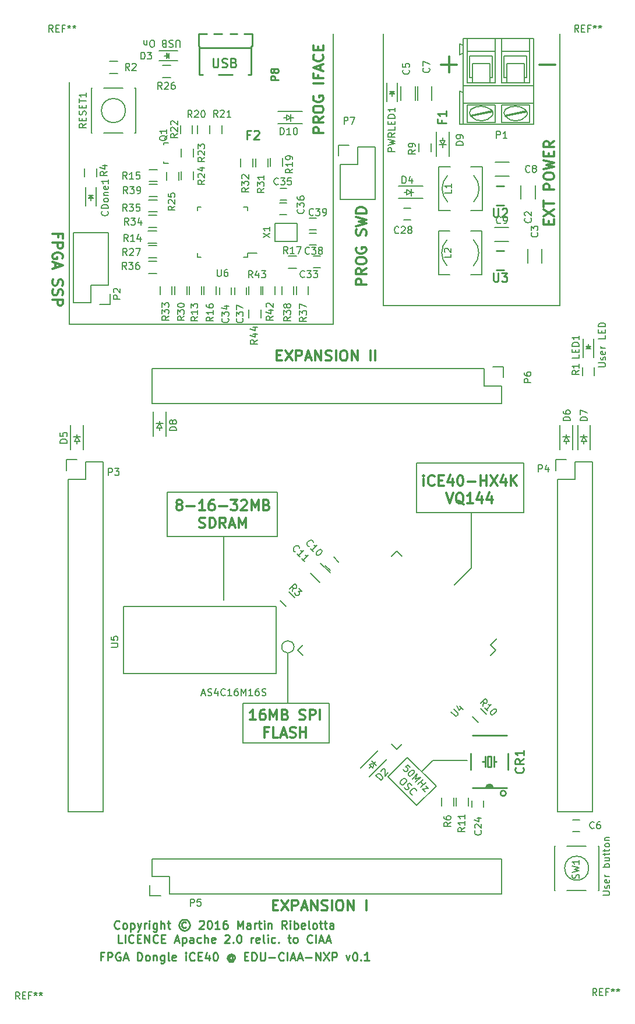
<source format=gto>
G04 #@! TF.FileFunction,Legend,Top*
%FSLAX46Y46*%
G04 Gerber Fmt 4.6, Leading zero omitted, Abs format (unit mm)*
G04 Created by KiCad (PCBNEW 4.0.4+e1-6308~48~ubuntu14.04.1-stable) date Tue Oct 18 21:08:23 2016*
%MOMM*%
%LPD*%
G01*
G04 APERTURE LIST*
%ADD10C,0.100000*%
%ADD11C,0.250000*%
%ADD12C,0.200000*%
%ADD13C,0.300000*%
%ADD14C,0.150000*%
%ADD15C,0.254000*%
G04 APERTURE END LIST*
D10*
D11*
X28280002Y-147463571D02*
X28222859Y-147520714D01*
X28051430Y-147577857D01*
X27937144Y-147577857D01*
X27765716Y-147520714D01*
X27651430Y-147406429D01*
X27594287Y-147292143D01*
X27537144Y-147063571D01*
X27537144Y-146892143D01*
X27594287Y-146663571D01*
X27651430Y-146549286D01*
X27765716Y-146435000D01*
X27937144Y-146377857D01*
X28051430Y-146377857D01*
X28222859Y-146435000D01*
X28280002Y-146492143D01*
X28965716Y-147577857D02*
X28851430Y-147520714D01*
X28794287Y-147463571D01*
X28737144Y-147349286D01*
X28737144Y-147006429D01*
X28794287Y-146892143D01*
X28851430Y-146835000D01*
X28965716Y-146777857D01*
X29137144Y-146777857D01*
X29251430Y-146835000D01*
X29308573Y-146892143D01*
X29365716Y-147006429D01*
X29365716Y-147349286D01*
X29308573Y-147463571D01*
X29251430Y-147520714D01*
X29137144Y-147577857D01*
X28965716Y-147577857D01*
X29880001Y-146777857D02*
X29880001Y-147977857D01*
X29880001Y-146835000D02*
X29994287Y-146777857D01*
X30222858Y-146777857D01*
X30337144Y-146835000D01*
X30394287Y-146892143D01*
X30451430Y-147006429D01*
X30451430Y-147349286D01*
X30394287Y-147463571D01*
X30337144Y-147520714D01*
X30222858Y-147577857D01*
X29994287Y-147577857D01*
X29880001Y-147520714D01*
X30851430Y-146777857D02*
X31137144Y-147577857D01*
X31422858Y-146777857D02*
X31137144Y-147577857D01*
X31022858Y-147863571D01*
X30965715Y-147920714D01*
X30851430Y-147977857D01*
X31880001Y-147577857D02*
X31880001Y-146777857D01*
X31880001Y-147006429D02*
X31937144Y-146892143D01*
X31994287Y-146835000D01*
X32108573Y-146777857D01*
X32222858Y-146777857D01*
X32622858Y-147577857D02*
X32622858Y-146777857D01*
X32622858Y-146377857D02*
X32565715Y-146435000D01*
X32622858Y-146492143D01*
X32680001Y-146435000D01*
X32622858Y-146377857D01*
X32622858Y-146492143D01*
X33708573Y-146777857D02*
X33708573Y-147749286D01*
X33651430Y-147863571D01*
X33594287Y-147920714D01*
X33480002Y-147977857D01*
X33308573Y-147977857D01*
X33194287Y-147920714D01*
X33708573Y-147520714D02*
X33594287Y-147577857D01*
X33365716Y-147577857D01*
X33251430Y-147520714D01*
X33194287Y-147463571D01*
X33137144Y-147349286D01*
X33137144Y-147006429D01*
X33194287Y-146892143D01*
X33251430Y-146835000D01*
X33365716Y-146777857D01*
X33594287Y-146777857D01*
X33708573Y-146835000D01*
X34280001Y-147577857D02*
X34280001Y-146377857D01*
X34794287Y-147577857D02*
X34794287Y-146949286D01*
X34737144Y-146835000D01*
X34622858Y-146777857D01*
X34451430Y-146777857D01*
X34337144Y-146835000D01*
X34280001Y-146892143D01*
X35194287Y-146777857D02*
X35651430Y-146777857D01*
X35365715Y-146377857D02*
X35365715Y-147406429D01*
X35422858Y-147520714D01*
X35537144Y-147577857D01*
X35651430Y-147577857D01*
X37937144Y-146663571D02*
X37822858Y-146606429D01*
X37594287Y-146606429D01*
X37480001Y-146663571D01*
X37365715Y-146777857D01*
X37308572Y-146892143D01*
X37308572Y-147120714D01*
X37365715Y-147235000D01*
X37480001Y-147349286D01*
X37594287Y-147406429D01*
X37822858Y-147406429D01*
X37937144Y-147349286D01*
X37708572Y-146206429D02*
X37422858Y-146263571D01*
X37137144Y-146435000D01*
X36965715Y-146720714D01*
X36908572Y-147006429D01*
X36965715Y-147292143D01*
X37137144Y-147577857D01*
X37422858Y-147749286D01*
X37708572Y-147806429D01*
X37994287Y-147749286D01*
X38280001Y-147577857D01*
X38451430Y-147292143D01*
X38508572Y-147006429D01*
X38451430Y-146720714D01*
X38280001Y-146435000D01*
X37994287Y-146263571D01*
X37708572Y-146206429D01*
X39880001Y-146492143D02*
X39937144Y-146435000D01*
X40051430Y-146377857D01*
X40337144Y-146377857D01*
X40451430Y-146435000D01*
X40508573Y-146492143D01*
X40565716Y-146606429D01*
X40565716Y-146720714D01*
X40508573Y-146892143D01*
X39822859Y-147577857D01*
X40565716Y-147577857D01*
X41308573Y-146377857D02*
X41422858Y-146377857D01*
X41537144Y-146435000D01*
X41594287Y-146492143D01*
X41651430Y-146606429D01*
X41708573Y-146835000D01*
X41708573Y-147120714D01*
X41651430Y-147349286D01*
X41594287Y-147463571D01*
X41537144Y-147520714D01*
X41422858Y-147577857D01*
X41308573Y-147577857D01*
X41194287Y-147520714D01*
X41137144Y-147463571D01*
X41080001Y-147349286D01*
X41022858Y-147120714D01*
X41022858Y-146835000D01*
X41080001Y-146606429D01*
X41137144Y-146492143D01*
X41194287Y-146435000D01*
X41308573Y-146377857D01*
X42851430Y-147577857D02*
X42165715Y-147577857D01*
X42508573Y-147577857D02*
X42508573Y-146377857D01*
X42394287Y-146549286D01*
X42280001Y-146663571D01*
X42165715Y-146720714D01*
X43880001Y-146377857D02*
X43651430Y-146377857D01*
X43537144Y-146435000D01*
X43480001Y-146492143D01*
X43365715Y-146663571D01*
X43308572Y-146892143D01*
X43308572Y-147349286D01*
X43365715Y-147463571D01*
X43422858Y-147520714D01*
X43537144Y-147577857D01*
X43765715Y-147577857D01*
X43880001Y-147520714D01*
X43937144Y-147463571D01*
X43994287Y-147349286D01*
X43994287Y-147063571D01*
X43937144Y-146949286D01*
X43880001Y-146892143D01*
X43765715Y-146835000D01*
X43537144Y-146835000D01*
X43422858Y-146892143D01*
X43365715Y-146949286D01*
X43308572Y-147063571D01*
X45422858Y-147577857D02*
X45422858Y-146377857D01*
X45822858Y-147235000D01*
X46222858Y-146377857D01*
X46222858Y-147577857D01*
X47308573Y-147577857D02*
X47308573Y-146949286D01*
X47251430Y-146835000D01*
X47137144Y-146777857D01*
X46908573Y-146777857D01*
X46794287Y-146835000D01*
X47308573Y-147520714D02*
X47194287Y-147577857D01*
X46908573Y-147577857D01*
X46794287Y-147520714D01*
X46737144Y-147406429D01*
X46737144Y-147292143D01*
X46794287Y-147177857D01*
X46908573Y-147120714D01*
X47194287Y-147120714D01*
X47308573Y-147063571D01*
X47880001Y-147577857D02*
X47880001Y-146777857D01*
X47880001Y-147006429D02*
X47937144Y-146892143D01*
X47994287Y-146835000D01*
X48108573Y-146777857D01*
X48222858Y-146777857D01*
X48451430Y-146777857D02*
X48908573Y-146777857D01*
X48622858Y-146377857D02*
X48622858Y-147406429D01*
X48680001Y-147520714D01*
X48794287Y-147577857D01*
X48908573Y-147577857D01*
X49308572Y-147577857D02*
X49308572Y-146777857D01*
X49308572Y-146377857D02*
X49251429Y-146435000D01*
X49308572Y-146492143D01*
X49365715Y-146435000D01*
X49308572Y-146377857D01*
X49308572Y-146492143D01*
X49880001Y-146777857D02*
X49880001Y-147577857D01*
X49880001Y-146892143D02*
X49937144Y-146835000D01*
X50051430Y-146777857D01*
X50222858Y-146777857D01*
X50337144Y-146835000D01*
X50394287Y-146949286D01*
X50394287Y-147577857D01*
X52565716Y-147577857D02*
X52165716Y-147006429D01*
X51880001Y-147577857D02*
X51880001Y-146377857D01*
X52337144Y-146377857D01*
X52451430Y-146435000D01*
X52508573Y-146492143D01*
X52565716Y-146606429D01*
X52565716Y-146777857D01*
X52508573Y-146892143D01*
X52451430Y-146949286D01*
X52337144Y-147006429D01*
X51880001Y-147006429D01*
X53080001Y-147577857D02*
X53080001Y-146777857D01*
X53080001Y-146377857D02*
X53022858Y-146435000D01*
X53080001Y-146492143D01*
X53137144Y-146435000D01*
X53080001Y-146377857D01*
X53080001Y-146492143D01*
X53651430Y-147577857D02*
X53651430Y-146377857D01*
X53651430Y-146835000D02*
X53765716Y-146777857D01*
X53994287Y-146777857D01*
X54108573Y-146835000D01*
X54165716Y-146892143D01*
X54222859Y-147006429D01*
X54222859Y-147349286D01*
X54165716Y-147463571D01*
X54108573Y-147520714D01*
X53994287Y-147577857D01*
X53765716Y-147577857D01*
X53651430Y-147520714D01*
X55194287Y-147520714D02*
X55080001Y-147577857D01*
X54851430Y-147577857D01*
X54737144Y-147520714D01*
X54680001Y-147406429D01*
X54680001Y-146949286D01*
X54737144Y-146835000D01*
X54851430Y-146777857D01*
X55080001Y-146777857D01*
X55194287Y-146835000D01*
X55251430Y-146949286D01*
X55251430Y-147063571D01*
X54680001Y-147177857D01*
X55937144Y-147577857D02*
X55822858Y-147520714D01*
X55765715Y-147406429D01*
X55765715Y-146377857D01*
X56565715Y-147577857D02*
X56451429Y-147520714D01*
X56394286Y-147463571D01*
X56337143Y-147349286D01*
X56337143Y-147006429D01*
X56394286Y-146892143D01*
X56451429Y-146835000D01*
X56565715Y-146777857D01*
X56737143Y-146777857D01*
X56851429Y-146835000D01*
X56908572Y-146892143D01*
X56965715Y-147006429D01*
X56965715Y-147349286D01*
X56908572Y-147463571D01*
X56851429Y-147520714D01*
X56737143Y-147577857D01*
X56565715Y-147577857D01*
X57308572Y-146777857D02*
X57765715Y-146777857D01*
X57480000Y-146377857D02*
X57480000Y-147406429D01*
X57537143Y-147520714D01*
X57651429Y-147577857D01*
X57765715Y-147577857D01*
X57994286Y-146777857D02*
X58451429Y-146777857D01*
X58165714Y-146377857D02*
X58165714Y-147406429D01*
X58222857Y-147520714D01*
X58337143Y-147577857D01*
X58451429Y-147577857D01*
X59365714Y-147577857D02*
X59365714Y-146949286D01*
X59308571Y-146835000D01*
X59194285Y-146777857D01*
X58965714Y-146777857D01*
X58851428Y-146835000D01*
X59365714Y-147520714D02*
X59251428Y-147577857D01*
X58965714Y-147577857D01*
X58851428Y-147520714D01*
X58794285Y-147406429D01*
X58794285Y-147292143D01*
X58851428Y-147177857D01*
X58965714Y-147120714D01*
X59251428Y-147120714D01*
X59365714Y-147063571D01*
X28680001Y-149627857D02*
X28108572Y-149627857D01*
X28108572Y-148427857D01*
X29080001Y-149627857D02*
X29080001Y-148427857D01*
X30337145Y-149513571D02*
X30280002Y-149570714D01*
X30108573Y-149627857D01*
X29994287Y-149627857D01*
X29822859Y-149570714D01*
X29708573Y-149456429D01*
X29651430Y-149342143D01*
X29594287Y-149113571D01*
X29594287Y-148942143D01*
X29651430Y-148713571D01*
X29708573Y-148599286D01*
X29822859Y-148485000D01*
X29994287Y-148427857D01*
X30108573Y-148427857D01*
X30280002Y-148485000D01*
X30337145Y-148542143D01*
X30851430Y-148999286D02*
X31251430Y-148999286D01*
X31422859Y-149627857D02*
X30851430Y-149627857D01*
X30851430Y-148427857D01*
X31422859Y-148427857D01*
X31937144Y-149627857D02*
X31937144Y-148427857D01*
X32622859Y-149627857D01*
X32622859Y-148427857D01*
X33880002Y-149513571D02*
X33822859Y-149570714D01*
X33651430Y-149627857D01*
X33537144Y-149627857D01*
X33365716Y-149570714D01*
X33251430Y-149456429D01*
X33194287Y-149342143D01*
X33137144Y-149113571D01*
X33137144Y-148942143D01*
X33194287Y-148713571D01*
X33251430Y-148599286D01*
X33365716Y-148485000D01*
X33537144Y-148427857D01*
X33651430Y-148427857D01*
X33822859Y-148485000D01*
X33880002Y-148542143D01*
X34394287Y-148999286D02*
X34794287Y-148999286D01*
X34965716Y-149627857D02*
X34394287Y-149627857D01*
X34394287Y-148427857D01*
X34965716Y-148427857D01*
X36337144Y-149285000D02*
X36908573Y-149285000D01*
X36222859Y-149627857D02*
X36622859Y-148427857D01*
X37022859Y-149627857D01*
X37422858Y-148827857D02*
X37422858Y-150027857D01*
X37422858Y-148885000D02*
X37537144Y-148827857D01*
X37765715Y-148827857D01*
X37880001Y-148885000D01*
X37937144Y-148942143D01*
X37994287Y-149056429D01*
X37994287Y-149399286D01*
X37937144Y-149513571D01*
X37880001Y-149570714D01*
X37765715Y-149627857D01*
X37537144Y-149627857D01*
X37422858Y-149570714D01*
X39022858Y-149627857D02*
X39022858Y-148999286D01*
X38965715Y-148885000D01*
X38851429Y-148827857D01*
X38622858Y-148827857D01*
X38508572Y-148885000D01*
X39022858Y-149570714D02*
X38908572Y-149627857D01*
X38622858Y-149627857D01*
X38508572Y-149570714D01*
X38451429Y-149456429D01*
X38451429Y-149342143D01*
X38508572Y-149227857D01*
X38622858Y-149170714D01*
X38908572Y-149170714D01*
X39022858Y-149113571D01*
X40108572Y-149570714D02*
X39994286Y-149627857D01*
X39765715Y-149627857D01*
X39651429Y-149570714D01*
X39594286Y-149513571D01*
X39537143Y-149399286D01*
X39537143Y-149056429D01*
X39594286Y-148942143D01*
X39651429Y-148885000D01*
X39765715Y-148827857D01*
X39994286Y-148827857D01*
X40108572Y-148885000D01*
X40622857Y-149627857D02*
X40622857Y-148427857D01*
X41137143Y-149627857D02*
X41137143Y-148999286D01*
X41080000Y-148885000D01*
X40965714Y-148827857D01*
X40794286Y-148827857D01*
X40680000Y-148885000D01*
X40622857Y-148942143D01*
X42165714Y-149570714D02*
X42051428Y-149627857D01*
X41822857Y-149627857D01*
X41708571Y-149570714D01*
X41651428Y-149456429D01*
X41651428Y-148999286D01*
X41708571Y-148885000D01*
X41822857Y-148827857D01*
X42051428Y-148827857D01*
X42165714Y-148885000D01*
X42222857Y-148999286D01*
X42222857Y-149113571D01*
X41651428Y-149227857D01*
X43594285Y-148542143D02*
X43651428Y-148485000D01*
X43765714Y-148427857D01*
X44051428Y-148427857D01*
X44165714Y-148485000D01*
X44222857Y-148542143D01*
X44280000Y-148656429D01*
X44280000Y-148770714D01*
X44222857Y-148942143D01*
X43537143Y-149627857D01*
X44280000Y-149627857D01*
X44794285Y-149513571D02*
X44851428Y-149570714D01*
X44794285Y-149627857D01*
X44737142Y-149570714D01*
X44794285Y-149513571D01*
X44794285Y-149627857D01*
X45594286Y-148427857D02*
X45708571Y-148427857D01*
X45822857Y-148485000D01*
X45880000Y-148542143D01*
X45937143Y-148656429D01*
X45994286Y-148885000D01*
X45994286Y-149170714D01*
X45937143Y-149399286D01*
X45880000Y-149513571D01*
X45822857Y-149570714D01*
X45708571Y-149627857D01*
X45594286Y-149627857D01*
X45480000Y-149570714D01*
X45422857Y-149513571D01*
X45365714Y-149399286D01*
X45308571Y-149170714D01*
X45308571Y-148885000D01*
X45365714Y-148656429D01*
X45422857Y-148542143D01*
X45480000Y-148485000D01*
X45594286Y-148427857D01*
X47422857Y-149627857D02*
X47422857Y-148827857D01*
X47422857Y-149056429D02*
X47480000Y-148942143D01*
X47537143Y-148885000D01*
X47651429Y-148827857D01*
X47765714Y-148827857D01*
X48622857Y-149570714D02*
X48508571Y-149627857D01*
X48280000Y-149627857D01*
X48165714Y-149570714D01*
X48108571Y-149456429D01*
X48108571Y-148999286D01*
X48165714Y-148885000D01*
X48280000Y-148827857D01*
X48508571Y-148827857D01*
X48622857Y-148885000D01*
X48680000Y-148999286D01*
X48680000Y-149113571D01*
X48108571Y-149227857D01*
X49365714Y-149627857D02*
X49251428Y-149570714D01*
X49194285Y-149456429D01*
X49194285Y-148427857D01*
X49822856Y-149627857D02*
X49822856Y-148827857D01*
X49822856Y-148427857D02*
X49765713Y-148485000D01*
X49822856Y-148542143D01*
X49879999Y-148485000D01*
X49822856Y-148427857D01*
X49822856Y-148542143D01*
X50908571Y-149570714D02*
X50794285Y-149627857D01*
X50565714Y-149627857D01*
X50451428Y-149570714D01*
X50394285Y-149513571D01*
X50337142Y-149399286D01*
X50337142Y-149056429D01*
X50394285Y-148942143D01*
X50451428Y-148885000D01*
X50565714Y-148827857D01*
X50794285Y-148827857D01*
X50908571Y-148885000D01*
X51422856Y-149513571D02*
X51479999Y-149570714D01*
X51422856Y-149627857D01*
X51365713Y-149570714D01*
X51422856Y-149513571D01*
X51422856Y-149627857D01*
X52737143Y-148827857D02*
X53194286Y-148827857D01*
X52908571Y-148427857D02*
X52908571Y-149456429D01*
X52965714Y-149570714D01*
X53080000Y-149627857D01*
X53194286Y-149627857D01*
X53765714Y-149627857D02*
X53651428Y-149570714D01*
X53594285Y-149513571D01*
X53537142Y-149399286D01*
X53537142Y-149056429D01*
X53594285Y-148942143D01*
X53651428Y-148885000D01*
X53765714Y-148827857D01*
X53937142Y-148827857D01*
X54051428Y-148885000D01*
X54108571Y-148942143D01*
X54165714Y-149056429D01*
X54165714Y-149399286D01*
X54108571Y-149513571D01*
X54051428Y-149570714D01*
X53937142Y-149627857D01*
X53765714Y-149627857D01*
X56280000Y-149513571D02*
X56222857Y-149570714D01*
X56051428Y-149627857D01*
X55937142Y-149627857D01*
X55765714Y-149570714D01*
X55651428Y-149456429D01*
X55594285Y-149342143D01*
X55537142Y-149113571D01*
X55537142Y-148942143D01*
X55594285Y-148713571D01*
X55651428Y-148599286D01*
X55765714Y-148485000D01*
X55937142Y-148427857D01*
X56051428Y-148427857D01*
X56222857Y-148485000D01*
X56280000Y-148542143D01*
X56794285Y-149627857D02*
X56794285Y-148427857D01*
X57308571Y-149285000D02*
X57880000Y-149285000D01*
X57194286Y-149627857D02*
X57594286Y-148427857D01*
X57994286Y-149627857D01*
X58337142Y-149285000D02*
X58908571Y-149285000D01*
X58222857Y-149627857D02*
X58622857Y-148427857D01*
X59022857Y-149627857D01*
D12*
X46250000Y-120600000D02*
X46250000Y-114820000D01*
X58750000Y-120600000D02*
X46250000Y-120600000D01*
X58750000Y-114820000D02*
X58750000Y-120600000D01*
X46249997Y-114820000D02*
X58750000Y-114820000D01*
D13*
X48074286Y-117233571D02*
X47217143Y-117233571D01*
X47645715Y-117233571D02*
X47645715Y-115733571D01*
X47502858Y-115947857D01*
X47360000Y-116090714D01*
X47217143Y-116162143D01*
X49360000Y-115733571D02*
X49074286Y-115733571D01*
X48931429Y-115805000D01*
X48860000Y-115876429D01*
X48717143Y-116090714D01*
X48645714Y-116376429D01*
X48645714Y-116947857D01*
X48717143Y-117090714D01*
X48788571Y-117162143D01*
X48931429Y-117233571D01*
X49217143Y-117233571D01*
X49360000Y-117162143D01*
X49431429Y-117090714D01*
X49502857Y-116947857D01*
X49502857Y-116590714D01*
X49431429Y-116447857D01*
X49360000Y-116376429D01*
X49217143Y-116305000D01*
X48931429Y-116305000D01*
X48788571Y-116376429D01*
X48717143Y-116447857D01*
X48645714Y-116590714D01*
X50145714Y-117233571D02*
X50145714Y-115733571D01*
X50645714Y-116805000D01*
X51145714Y-115733571D01*
X51145714Y-117233571D01*
X52360000Y-116447857D02*
X52574286Y-116519286D01*
X52645714Y-116590714D01*
X52717143Y-116733571D01*
X52717143Y-116947857D01*
X52645714Y-117090714D01*
X52574286Y-117162143D01*
X52431428Y-117233571D01*
X51860000Y-117233571D01*
X51860000Y-115733571D01*
X52360000Y-115733571D01*
X52502857Y-115805000D01*
X52574286Y-115876429D01*
X52645714Y-116019286D01*
X52645714Y-116162143D01*
X52574286Y-116305000D01*
X52502857Y-116376429D01*
X52360000Y-116447857D01*
X51860000Y-116447857D01*
X54431428Y-117162143D02*
X54645714Y-117233571D01*
X55002857Y-117233571D01*
X55145714Y-117162143D01*
X55217143Y-117090714D01*
X55288571Y-116947857D01*
X55288571Y-116805000D01*
X55217143Y-116662143D01*
X55145714Y-116590714D01*
X55002857Y-116519286D01*
X54717143Y-116447857D01*
X54574285Y-116376429D01*
X54502857Y-116305000D01*
X54431428Y-116162143D01*
X54431428Y-116019286D01*
X54502857Y-115876429D01*
X54574285Y-115805000D01*
X54717143Y-115733571D01*
X55074285Y-115733571D01*
X55288571Y-115805000D01*
X55931428Y-117233571D02*
X55931428Y-115733571D01*
X56502856Y-115733571D01*
X56645714Y-115805000D01*
X56717142Y-115876429D01*
X56788571Y-116019286D01*
X56788571Y-116233571D01*
X56717142Y-116376429D01*
X56645714Y-116447857D01*
X56502856Y-116519286D01*
X55931428Y-116519286D01*
X57431428Y-117233571D02*
X57431428Y-115733571D01*
X49824286Y-118997857D02*
X49324286Y-118997857D01*
X49324286Y-119783571D02*
X49324286Y-118283571D01*
X50038572Y-118283571D01*
X51324286Y-119783571D02*
X50610000Y-119783571D01*
X50610000Y-118283571D01*
X51752857Y-119355000D02*
X52467143Y-119355000D01*
X51610000Y-119783571D02*
X52110000Y-118283571D01*
X52610000Y-119783571D01*
X53038571Y-119712143D02*
X53252857Y-119783571D01*
X53610000Y-119783571D01*
X53752857Y-119712143D01*
X53824286Y-119640714D01*
X53895714Y-119497857D01*
X53895714Y-119355000D01*
X53824286Y-119212143D01*
X53752857Y-119140714D01*
X53610000Y-119069286D01*
X53324286Y-118997857D01*
X53181428Y-118926429D01*
X53110000Y-118855000D01*
X53038571Y-118712143D01*
X53038571Y-118569286D01*
X53110000Y-118426429D01*
X53181428Y-118355000D01*
X53324286Y-118283571D01*
X53681428Y-118283571D01*
X53895714Y-118355000D01*
X54538571Y-119783571D02*
X54538571Y-118283571D01*
X54538571Y-118997857D02*
X55395714Y-118997857D01*
X55395714Y-119783571D02*
X55395714Y-118283571D01*
D12*
X52750000Y-107520000D02*
X52750000Y-114822739D01*
X53641067Y-106630000D02*
G75*
G03X53641067Y-106630000I-891067J0D01*
G01*
D13*
X89287143Y-22074286D02*
X91572857Y-22074286D01*
X75007143Y-22074286D02*
X77292857Y-22074286D01*
X76150000Y-23217143D02*
X76150000Y-20931429D01*
D12*
X67284996Y-125495004D02*
X70110020Y-122669980D01*
X71464784Y-129675216D02*
X67284784Y-125495216D01*
X74290000Y-126850000D02*
X71464784Y-129675216D01*
X70110000Y-122670000D02*
X74290000Y-126850000D01*
X70539247Y-124092715D02*
X70202529Y-123755997D01*
X69832141Y-124059043D01*
X69899484Y-124059043D01*
X70000499Y-124092714D01*
X70168858Y-124261074D01*
X70202530Y-124362089D01*
X70202530Y-124429432D01*
X70168858Y-124530448D01*
X70000499Y-124698807D01*
X69899484Y-124732478D01*
X69832141Y-124732478D01*
X69731125Y-124698807D01*
X69562766Y-124530447D01*
X69529094Y-124429432D01*
X69529094Y-124362089D01*
X71010651Y-124564119D02*
X71077996Y-124631463D01*
X71111667Y-124732478D01*
X71111667Y-124799822D01*
X71077996Y-124900837D01*
X70976980Y-125069196D01*
X70808621Y-125237555D01*
X70640263Y-125338570D01*
X70539247Y-125372242D01*
X70471904Y-125372242D01*
X70370889Y-125338570D01*
X70303545Y-125271226D01*
X70269873Y-125170211D01*
X70269873Y-125102867D01*
X70303545Y-125001852D01*
X70404560Y-124833494D01*
X70572919Y-124665134D01*
X70741278Y-124564119D01*
X70842293Y-124530447D01*
X70909636Y-124530447D01*
X71010651Y-124564119D01*
X70842293Y-125809974D02*
X71549400Y-125102867D01*
X71280026Y-125843647D01*
X72020804Y-125574272D01*
X71313698Y-126281379D01*
X71650415Y-126618096D02*
X72357522Y-125910989D01*
X72020804Y-126247706D02*
X72424866Y-126651768D01*
X72054476Y-127022157D02*
X72761583Y-126315051D01*
X72795255Y-126820126D02*
X73165644Y-127190516D01*
X72323850Y-127291531D01*
X72694239Y-127661921D01*
X69808569Y-125766201D02*
X69943257Y-125900889D01*
X69976929Y-126001904D01*
X69976929Y-126136591D01*
X69875914Y-126304949D01*
X69640211Y-126540652D01*
X69471852Y-126641667D01*
X69337165Y-126641667D01*
X69236150Y-126607996D01*
X69101463Y-126473308D01*
X69067791Y-126372293D01*
X69067791Y-126237606D01*
X69168806Y-126069247D01*
X69404509Y-125833545D01*
X69572867Y-125732529D01*
X69707554Y-125732529D01*
X69808569Y-125766201D01*
X69707554Y-127012056D02*
X69774898Y-127146743D01*
X69943257Y-127315102D01*
X70044272Y-127348774D01*
X70111616Y-127348774D01*
X70212631Y-127315102D01*
X70279974Y-127247759D01*
X70313646Y-127146744D01*
X70313646Y-127079400D01*
X70279975Y-126978384D01*
X70178959Y-126810025D01*
X70145287Y-126709010D01*
X70145287Y-126641667D01*
X70178959Y-126540651D01*
X70246302Y-126473308D01*
X70347318Y-126439636D01*
X70414661Y-126439636D01*
X70515676Y-126473308D01*
X70684035Y-126641667D01*
X70751379Y-126776354D01*
X70852394Y-128089553D02*
X70785051Y-128089553D01*
X70650364Y-128022209D01*
X70583020Y-127954866D01*
X70515676Y-127820178D01*
X70515676Y-127685491D01*
X70549348Y-127584476D01*
X70650363Y-127416117D01*
X70751379Y-127315102D01*
X70919737Y-127214086D01*
X71020753Y-127180415D01*
X71155440Y-127180415D01*
X71290127Y-127247759D01*
X71357471Y-127315102D01*
X71424814Y-127449789D01*
X71424814Y-127517133D01*
X73840000Y-123100000D02*
X72250000Y-124690000D01*
X78830000Y-123100000D02*
X73840000Y-123100000D01*
X35240000Y-84210000D02*
X35240000Y-90600070D01*
X51250000Y-84210000D02*
X35240000Y-84210000D01*
X51250000Y-90600000D02*
X51250000Y-84210000D01*
X35239972Y-90600000D02*
X51250000Y-90600000D01*
D13*
X36825716Y-85956429D02*
X36682858Y-85885000D01*
X36611430Y-85813571D01*
X36540001Y-85670714D01*
X36540001Y-85599286D01*
X36611430Y-85456429D01*
X36682858Y-85385000D01*
X36825716Y-85313571D01*
X37111430Y-85313571D01*
X37254287Y-85385000D01*
X37325716Y-85456429D01*
X37397144Y-85599286D01*
X37397144Y-85670714D01*
X37325716Y-85813571D01*
X37254287Y-85885000D01*
X37111430Y-85956429D01*
X36825716Y-85956429D01*
X36682858Y-86027857D01*
X36611430Y-86099286D01*
X36540001Y-86242143D01*
X36540001Y-86527857D01*
X36611430Y-86670714D01*
X36682858Y-86742143D01*
X36825716Y-86813571D01*
X37111430Y-86813571D01*
X37254287Y-86742143D01*
X37325716Y-86670714D01*
X37397144Y-86527857D01*
X37397144Y-86242143D01*
X37325716Y-86099286D01*
X37254287Y-86027857D01*
X37111430Y-85956429D01*
X38040001Y-86242143D02*
X39182858Y-86242143D01*
X40682858Y-86813571D02*
X39825715Y-86813571D01*
X40254287Y-86813571D02*
X40254287Y-85313571D01*
X40111430Y-85527857D01*
X39968572Y-85670714D01*
X39825715Y-85742143D01*
X41968572Y-85313571D02*
X41682858Y-85313571D01*
X41540001Y-85385000D01*
X41468572Y-85456429D01*
X41325715Y-85670714D01*
X41254286Y-85956429D01*
X41254286Y-86527857D01*
X41325715Y-86670714D01*
X41397143Y-86742143D01*
X41540001Y-86813571D01*
X41825715Y-86813571D01*
X41968572Y-86742143D01*
X42040001Y-86670714D01*
X42111429Y-86527857D01*
X42111429Y-86170714D01*
X42040001Y-86027857D01*
X41968572Y-85956429D01*
X41825715Y-85885000D01*
X41540001Y-85885000D01*
X41397143Y-85956429D01*
X41325715Y-86027857D01*
X41254286Y-86170714D01*
X42754286Y-86242143D02*
X43897143Y-86242143D01*
X44468572Y-85313571D02*
X45397143Y-85313571D01*
X44897143Y-85885000D01*
X45111429Y-85885000D01*
X45254286Y-85956429D01*
X45325715Y-86027857D01*
X45397143Y-86170714D01*
X45397143Y-86527857D01*
X45325715Y-86670714D01*
X45254286Y-86742143D01*
X45111429Y-86813571D01*
X44682857Y-86813571D01*
X44540000Y-86742143D01*
X44468572Y-86670714D01*
X45968571Y-85456429D02*
X46040000Y-85385000D01*
X46182857Y-85313571D01*
X46540000Y-85313571D01*
X46682857Y-85385000D01*
X46754286Y-85456429D01*
X46825714Y-85599286D01*
X46825714Y-85742143D01*
X46754286Y-85956429D01*
X45897143Y-86813571D01*
X46825714Y-86813571D01*
X47468571Y-86813571D02*
X47468571Y-85313571D01*
X47968571Y-86385000D01*
X48468571Y-85313571D01*
X48468571Y-86813571D01*
X49682857Y-86027857D02*
X49897143Y-86099286D01*
X49968571Y-86170714D01*
X50040000Y-86313571D01*
X50040000Y-86527857D01*
X49968571Y-86670714D01*
X49897143Y-86742143D01*
X49754285Y-86813571D01*
X49182857Y-86813571D01*
X49182857Y-85313571D01*
X49682857Y-85313571D01*
X49825714Y-85385000D01*
X49897143Y-85456429D01*
X49968571Y-85599286D01*
X49968571Y-85742143D01*
X49897143Y-85885000D01*
X49825714Y-85956429D01*
X49682857Y-86027857D01*
X49182857Y-86027857D01*
X39861429Y-89292143D02*
X40075715Y-89363571D01*
X40432858Y-89363571D01*
X40575715Y-89292143D01*
X40647144Y-89220714D01*
X40718572Y-89077857D01*
X40718572Y-88935000D01*
X40647144Y-88792143D01*
X40575715Y-88720714D01*
X40432858Y-88649286D01*
X40147144Y-88577857D01*
X40004286Y-88506429D01*
X39932858Y-88435000D01*
X39861429Y-88292143D01*
X39861429Y-88149286D01*
X39932858Y-88006429D01*
X40004286Y-87935000D01*
X40147144Y-87863571D01*
X40504286Y-87863571D01*
X40718572Y-87935000D01*
X41361429Y-89363571D02*
X41361429Y-87863571D01*
X41718572Y-87863571D01*
X41932857Y-87935000D01*
X42075715Y-88077857D01*
X42147143Y-88220714D01*
X42218572Y-88506429D01*
X42218572Y-88720714D01*
X42147143Y-89006429D01*
X42075715Y-89149286D01*
X41932857Y-89292143D01*
X41718572Y-89363571D01*
X41361429Y-89363571D01*
X43718572Y-89363571D02*
X43218572Y-88649286D01*
X42861429Y-89363571D02*
X42861429Y-87863571D01*
X43432857Y-87863571D01*
X43575715Y-87935000D01*
X43647143Y-88006429D01*
X43718572Y-88149286D01*
X43718572Y-88363571D01*
X43647143Y-88506429D01*
X43575715Y-88577857D01*
X43432857Y-88649286D01*
X42861429Y-88649286D01*
X44290000Y-88935000D02*
X45004286Y-88935000D01*
X44147143Y-89363571D02*
X44647143Y-87863571D01*
X45147143Y-89363571D01*
X45647143Y-89363571D02*
X45647143Y-87863571D01*
X46147143Y-88935000D01*
X46647143Y-87863571D01*
X46647143Y-89363571D01*
D12*
X43420000Y-99810000D02*
X43420000Y-90600000D01*
X71480000Y-79960000D02*
X71480000Y-87100028D01*
X87010000Y-79960000D02*
X71480000Y-79960000D01*
X87010000Y-87100000D02*
X87010000Y-79960000D01*
X71479997Y-87100000D02*
X87010000Y-87100000D01*
D13*
X72460001Y-83233571D02*
X72460001Y-82233571D01*
X72460001Y-81733571D02*
X72388572Y-81805000D01*
X72460001Y-81876429D01*
X72531429Y-81805000D01*
X72460001Y-81733571D01*
X72460001Y-81876429D01*
X74031430Y-83090714D02*
X73960001Y-83162143D01*
X73745715Y-83233571D01*
X73602858Y-83233571D01*
X73388573Y-83162143D01*
X73245715Y-83019286D01*
X73174287Y-82876429D01*
X73102858Y-82590714D01*
X73102858Y-82376429D01*
X73174287Y-82090714D01*
X73245715Y-81947857D01*
X73388573Y-81805000D01*
X73602858Y-81733571D01*
X73745715Y-81733571D01*
X73960001Y-81805000D01*
X74031430Y-81876429D01*
X74674287Y-82447857D02*
X75174287Y-82447857D01*
X75388573Y-83233571D02*
X74674287Y-83233571D01*
X74674287Y-81733571D01*
X75388573Y-81733571D01*
X76674287Y-82233571D02*
X76674287Y-83233571D01*
X76317144Y-81662143D02*
X75960001Y-82733571D01*
X76888573Y-82733571D01*
X77745715Y-81733571D02*
X77888572Y-81733571D01*
X78031429Y-81805000D01*
X78102858Y-81876429D01*
X78174287Y-82019286D01*
X78245715Y-82305000D01*
X78245715Y-82662143D01*
X78174287Y-82947857D01*
X78102858Y-83090714D01*
X78031429Y-83162143D01*
X77888572Y-83233571D01*
X77745715Y-83233571D01*
X77602858Y-83162143D01*
X77531429Y-83090714D01*
X77460001Y-82947857D01*
X77388572Y-82662143D01*
X77388572Y-82305000D01*
X77460001Y-82019286D01*
X77531429Y-81876429D01*
X77602858Y-81805000D01*
X77745715Y-81733571D01*
X78888572Y-82662143D02*
X80031429Y-82662143D01*
X80745715Y-83233571D02*
X80745715Y-81733571D01*
X80745715Y-82447857D02*
X81602858Y-82447857D01*
X81602858Y-83233571D02*
X81602858Y-81733571D01*
X82174287Y-81733571D02*
X83174287Y-83233571D01*
X83174287Y-81733571D02*
X82174287Y-83233571D01*
X84388572Y-82233571D02*
X84388572Y-83233571D01*
X84031429Y-81662143D02*
X83674286Y-82733571D01*
X84602858Y-82733571D01*
X85174286Y-83233571D02*
X85174286Y-81733571D01*
X86031429Y-83233571D02*
X85388572Y-82376429D01*
X86031429Y-81733571D02*
X85174286Y-82590714D01*
X75781429Y-84283571D02*
X76281429Y-85783571D01*
X76781429Y-84283571D01*
X78281429Y-85926429D02*
X78138572Y-85855000D01*
X77995715Y-85712143D01*
X77781429Y-85497857D01*
X77638572Y-85426429D01*
X77495715Y-85426429D01*
X77567143Y-85783571D02*
X77424286Y-85712143D01*
X77281429Y-85569286D01*
X77210000Y-85283571D01*
X77210000Y-84783571D01*
X77281429Y-84497857D01*
X77424286Y-84355000D01*
X77567143Y-84283571D01*
X77852857Y-84283571D01*
X77995715Y-84355000D01*
X78138572Y-84497857D01*
X78210000Y-84783571D01*
X78210000Y-85283571D01*
X78138572Y-85569286D01*
X77995715Y-85712143D01*
X77852857Y-85783571D01*
X77567143Y-85783571D01*
X79638572Y-85783571D02*
X78781429Y-85783571D01*
X79210001Y-85783571D02*
X79210001Y-84283571D01*
X79067144Y-84497857D01*
X78924286Y-84640714D01*
X78781429Y-84712143D01*
X80924286Y-84783571D02*
X80924286Y-85783571D01*
X80567143Y-84212143D02*
X80210000Y-85283571D01*
X81138572Y-85283571D01*
X82352857Y-84783571D02*
X82352857Y-85783571D01*
X81995714Y-84212143D02*
X81638571Y-85283571D01*
X82567143Y-85283571D01*
D12*
X79410000Y-95210000D02*
X79410000Y-87099994D01*
X76960000Y-97660000D02*
X79410000Y-95210000D01*
D13*
X51167143Y-64292857D02*
X51667143Y-64292857D01*
X51881429Y-65078571D02*
X51167143Y-65078571D01*
X51167143Y-63578571D01*
X51881429Y-63578571D01*
X52381429Y-63578571D02*
X53381429Y-65078571D01*
X53381429Y-63578571D02*
X52381429Y-65078571D01*
X53952857Y-65078571D02*
X53952857Y-63578571D01*
X54524285Y-63578571D01*
X54667143Y-63650000D01*
X54738571Y-63721429D01*
X54810000Y-63864286D01*
X54810000Y-64078571D01*
X54738571Y-64221429D01*
X54667143Y-64292857D01*
X54524285Y-64364286D01*
X53952857Y-64364286D01*
X55381428Y-64650000D02*
X56095714Y-64650000D01*
X55238571Y-65078571D02*
X55738571Y-63578571D01*
X56238571Y-65078571D01*
X56738571Y-65078571D02*
X56738571Y-63578571D01*
X57595714Y-65078571D01*
X57595714Y-63578571D01*
X58238571Y-65007143D02*
X58452857Y-65078571D01*
X58810000Y-65078571D01*
X58952857Y-65007143D01*
X59024286Y-64935714D01*
X59095714Y-64792857D01*
X59095714Y-64650000D01*
X59024286Y-64507143D01*
X58952857Y-64435714D01*
X58810000Y-64364286D01*
X58524286Y-64292857D01*
X58381428Y-64221429D01*
X58310000Y-64150000D01*
X58238571Y-64007143D01*
X58238571Y-63864286D01*
X58310000Y-63721429D01*
X58381428Y-63650000D01*
X58524286Y-63578571D01*
X58881428Y-63578571D01*
X59095714Y-63650000D01*
X59738571Y-65078571D02*
X59738571Y-63578571D01*
X60738571Y-63578571D02*
X61024285Y-63578571D01*
X61167143Y-63650000D01*
X61310000Y-63792857D01*
X61381428Y-64078571D01*
X61381428Y-64578571D01*
X61310000Y-64864286D01*
X61167143Y-65007143D01*
X61024285Y-65078571D01*
X60738571Y-65078571D01*
X60595714Y-65007143D01*
X60452857Y-64864286D01*
X60381428Y-64578571D01*
X60381428Y-64078571D01*
X60452857Y-63792857D01*
X60595714Y-63650000D01*
X60738571Y-63578571D01*
X62024286Y-65078571D02*
X62024286Y-63578571D01*
X62881429Y-65078571D01*
X62881429Y-63578571D01*
X64738572Y-65078571D02*
X64738572Y-63578571D01*
X65452858Y-65078571D02*
X65452858Y-63578571D01*
X50584286Y-144122857D02*
X51084286Y-144122857D01*
X51298572Y-144908571D02*
X50584286Y-144908571D01*
X50584286Y-143408571D01*
X51298572Y-143408571D01*
X51798572Y-143408571D02*
X52798572Y-144908571D01*
X52798572Y-143408571D02*
X51798572Y-144908571D01*
X53370000Y-144908571D02*
X53370000Y-143408571D01*
X53941428Y-143408571D01*
X54084286Y-143480000D01*
X54155714Y-143551429D01*
X54227143Y-143694286D01*
X54227143Y-143908571D01*
X54155714Y-144051429D01*
X54084286Y-144122857D01*
X53941428Y-144194286D01*
X53370000Y-144194286D01*
X54798571Y-144480000D02*
X55512857Y-144480000D01*
X54655714Y-144908571D02*
X55155714Y-143408571D01*
X55655714Y-144908571D01*
X56155714Y-144908571D02*
X56155714Y-143408571D01*
X57012857Y-144908571D01*
X57012857Y-143408571D01*
X57655714Y-144837143D02*
X57870000Y-144908571D01*
X58227143Y-144908571D01*
X58370000Y-144837143D01*
X58441429Y-144765714D01*
X58512857Y-144622857D01*
X58512857Y-144480000D01*
X58441429Y-144337143D01*
X58370000Y-144265714D01*
X58227143Y-144194286D01*
X57941429Y-144122857D01*
X57798571Y-144051429D01*
X57727143Y-143980000D01*
X57655714Y-143837143D01*
X57655714Y-143694286D01*
X57727143Y-143551429D01*
X57798571Y-143480000D01*
X57941429Y-143408571D01*
X58298571Y-143408571D01*
X58512857Y-143480000D01*
X59155714Y-144908571D02*
X59155714Y-143408571D01*
X60155714Y-143408571D02*
X60441428Y-143408571D01*
X60584286Y-143480000D01*
X60727143Y-143622857D01*
X60798571Y-143908571D01*
X60798571Y-144408571D01*
X60727143Y-144694286D01*
X60584286Y-144837143D01*
X60441428Y-144908571D01*
X60155714Y-144908571D01*
X60012857Y-144837143D01*
X59870000Y-144694286D01*
X59798571Y-144408571D01*
X59798571Y-143908571D01*
X59870000Y-143622857D01*
X60012857Y-143480000D01*
X60155714Y-143408571D01*
X61441429Y-144908571D02*
X61441429Y-143408571D01*
X62298572Y-144908571D01*
X62298572Y-143408571D01*
X64155715Y-144908571D02*
X64155715Y-143408571D01*
D11*
X25924287Y-151564286D02*
X25524287Y-151564286D01*
X25524287Y-152192857D02*
X25524287Y-150992857D01*
X26095716Y-150992857D01*
X26552858Y-152192857D02*
X26552858Y-150992857D01*
X27010001Y-150992857D01*
X27124287Y-151050000D01*
X27181430Y-151107143D01*
X27238573Y-151221429D01*
X27238573Y-151392857D01*
X27181430Y-151507143D01*
X27124287Y-151564286D01*
X27010001Y-151621429D01*
X26552858Y-151621429D01*
X28381430Y-151050000D02*
X28267144Y-150992857D01*
X28095715Y-150992857D01*
X27924287Y-151050000D01*
X27810001Y-151164286D01*
X27752858Y-151278571D01*
X27695715Y-151507143D01*
X27695715Y-151678571D01*
X27752858Y-151907143D01*
X27810001Y-152021429D01*
X27924287Y-152135714D01*
X28095715Y-152192857D01*
X28210001Y-152192857D01*
X28381430Y-152135714D01*
X28438573Y-152078571D01*
X28438573Y-151678571D01*
X28210001Y-151678571D01*
X28895715Y-151850000D02*
X29467144Y-151850000D01*
X28781430Y-152192857D02*
X29181430Y-150992857D01*
X29581430Y-152192857D01*
X30895715Y-152192857D02*
X30895715Y-150992857D01*
X31181430Y-150992857D01*
X31352858Y-151050000D01*
X31467144Y-151164286D01*
X31524287Y-151278571D01*
X31581430Y-151507143D01*
X31581430Y-151678571D01*
X31524287Y-151907143D01*
X31467144Y-152021429D01*
X31352858Y-152135714D01*
X31181430Y-152192857D01*
X30895715Y-152192857D01*
X32267144Y-152192857D02*
X32152858Y-152135714D01*
X32095715Y-152078571D01*
X32038572Y-151964286D01*
X32038572Y-151621429D01*
X32095715Y-151507143D01*
X32152858Y-151450000D01*
X32267144Y-151392857D01*
X32438572Y-151392857D01*
X32552858Y-151450000D01*
X32610001Y-151507143D01*
X32667144Y-151621429D01*
X32667144Y-151964286D01*
X32610001Y-152078571D01*
X32552858Y-152135714D01*
X32438572Y-152192857D01*
X32267144Y-152192857D01*
X33181429Y-151392857D02*
X33181429Y-152192857D01*
X33181429Y-151507143D02*
X33238572Y-151450000D01*
X33352858Y-151392857D01*
X33524286Y-151392857D01*
X33638572Y-151450000D01*
X33695715Y-151564286D01*
X33695715Y-152192857D01*
X34781429Y-151392857D02*
X34781429Y-152364286D01*
X34724286Y-152478571D01*
X34667143Y-152535714D01*
X34552858Y-152592857D01*
X34381429Y-152592857D01*
X34267143Y-152535714D01*
X34781429Y-152135714D02*
X34667143Y-152192857D01*
X34438572Y-152192857D01*
X34324286Y-152135714D01*
X34267143Y-152078571D01*
X34210000Y-151964286D01*
X34210000Y-151621429D01*
X34267143Y-151507143D01*
X34324286Y-151450000D01*
X34438572Y-151392857D01*
X34667143Y-151392857D01*
X34781429Y-151450000D01*
X35524286Y-152192857D02*
X35410000Y-152135714D01*
X35352857Y-152021429D01*
X35352857Y-150992857D01*
X36438571Y-152135714D02*
X36324285Y-152192857D01*
X36095714Y-152192857D01*
X35981428Y-152135714D01*
X35924285Y-152021429D01*
X35924285Y-151564286D01*
X35981428Y-151450000D01*
X36095714Y-151392857D01*
X36324285Y-151392857D01*
X36438571Y-151450000D01*
X36495714Y-151564286D01*
X36495714Y-151678571D01*
X35924285Y-151792857D01*
X37924285Y-152192857D02*
X37924285Y-151392857D01*
X37924285Y-150992857D02*
X37867142Y-151050000D01*
X37924285Y-151107143D01*
X37981428Y-151050000D01*
X37924285Y-150992857D01*
X37924285Y-151107143D01*
X39181429Y-152078571D02*
X39124286Y-152135714D01*
X38952857Y-152192857D01*
X38838571Y-152192857D01*
X38667143Y-152135714D01*
X38552857Y-152021429D01*
X38495714Y-151907143D01*
X38438571Y-151678571D01*
X38438571Y-151507143D01*
X38495714Y-151278571D01*
X38552857Y-151164286D01*
X38667143Y-151050000D01*
X38838571Y-150992857D01*
X38952857Y-150992857D01*
X39124286Y-151050000D01*
X39181429Y-151107143D01*
X39695714Y-151564286D02*
X40095714Y-151564286D01*
X40267143Y-152192857D02*
X39695714Y-152192857D01*
X39695714Y-150992857D01*
X40267143Y-150992857D01*
X41295714Y-151392857D02*
X41295714Y-152192857D01*
X41010000Y-150935714D02*
X40724285Y-151792857D01*
X41467143Y-151792857D01*
X42152857Y-150992857D02*
X42267142Y-150992857D01*
X42381428Y-151050000D01*
X42438571Y-151107143D01*
X42495714Y-151221429D01*
X42552857Y-151450000D01*
X42552857Y-151735714D01*
X42495714Y-151964286D01*
X42438571Y-152078571D01*
X42381428Y-152135714D01*
X42267142Y-152192857D01*
X42152857Y-152192857D01*
X42038571Y-152135714D01*
X41981428Y-152078571D01*
X41924285Y-151964286D01*
X41867142Y-151735714D01*
X41867142Y-151450000D01*
X41924285Y-151221429D01*
X41981428Y-151107143D01*
X42038571Y-151050000D01*
X42152857Y-150992857D01*
X44724285Y-151621429D02*
X44667143Y-151564286D01*
X44552857Y-151507143D01*
X44438571Y-151507143D01*
X44324285Y-151564286D01*
X44267143Y-151621429D01*
X44210000Y-151735714D01*
X44210000Y-151850000D01*
X44267143Y-151964286D01*
X44324285Y-152021429D01*
X44438571Y-152078571D01*
X44552857Y-152078571D01*
X44667143Y-152021429D01*
X44724285Y-151964286D01*
X44724285Y-151507143D02*
X44724285Y-151964286D01*
X44781428Y-152021429D01*
X44838571Y-152021429D01*
X44952857Y-151964286D01*
X45010000Y-151850000D01*
X45010000Y-151564286D01*
X44895714Y-151392857D01*
X44724285Y-151278571D01*
X44495714Y-151221429D01*
X44267143Y-151278571D01*
X44095714Y-151392857D01*
X43981428Y-151564286D01*
X43924285Y-151792857D01*
X43981428Y-152021429D01*
X44095714Y-152192857D01*
X44267143Y-152307143D01*
X44495714Y-152364286D01*
X44724285Y-152307143D01*
X44895714Y-152192857D01*
X46438571Y-151564286D02*
X46838571Y-151564286D01*
X47010000Y-152192857D02*
X46438571Y-152192857D01*
X46438571Y-150992857D01*
X47010000Y-150992857D01*
X47524285Y-152192857D02*
X47524285Y-150992857D01*
X47810000Y-150992857D01*
X47981428Y-151050000D01*
X48095714Y-151164286D01*
X48152857Y-151278571D01*
X48210000Y-151507143D01*
X48210000Y-151678571D01*
X48152857Y-151907143D01*
X48095714Y-152021429D01*
X47981428Y-152135714D01*
X47810000Y-152192857D01*
X47524285Y-152192857D01*
X48724285Y-150992857D02*
X48724285Y-151964286D01*
X48781428Y-152078571D01*
X48838571Y-152135714D01*
X48952857Y-152192857D01*
X49181428Y-152192857D01*
X49295714Y-152135714D01*
X49352857Y-152078571D01*
X49410000Y-151964286D01*
X49410000Y-150992857D01*
X49981428Y-151735714D02*
X50895714Y-151735714D01*
X52152857Y-152078571D02*
X52095714Y-152135714D01*
X51924285Y-152192857D01*
X51809999Y-152192857D01*
X51638571Y-152135714D01*
X51524285Y-152021429D01*
X51467142Y-151907143D01*
X51409999Y-151678571D01*
X51409999Y-151507143D01*
X51467142Y-151278571D01*
X51524285Y-151164286D01*
X51638571Y-151050000D01*
X51809999Y-150992857D01*
X51924285Y-150992857D01*
X52095714Y-151050000D01*
X52152857Y-151107143D01*
X52667142Y-152192857D02*
X52667142Y-150992857D01*
X53181428Y-151850000D02*
X53752857Y-151850000D01*
X53067143Y-152192857D02*
X53467143Y-150992857D01*
X53867143Y-152192857D01*
X54209999Y-151850000D02*
X54781428Y-151850000D01*
X54095714Y-152192857D02*
X54495714Y-150992857D01*
X54895714Y-152192857D01*
X55295713Y-151735714D02*
X56209999Y-151735714D01*
X56781427Y-152192857D02*
X56781427Y-150992857D01*
X57467142Y-152192857D01*
X57467142Y-150992857D01*
X57924285Y-150992857D02*
X58724285Y-152192857D01*
X58724285Y-150992857D02*
X57924285Y-152192857D01*
X59181427Y-152192857D02*
X59181427Y-150992857D01*
X59638570Y-150992857D01*
X59752856Y-151050000D01*
X59809999Y-151107143D01*
X59867142Y-151221429D01*
X59867142Y-151392857D01*
X59809999Y-151507143D01*
X59752856Y-151564286D01*
X59638570Y-151621429D01*
X59181427Y-151621429D01*
X61181428Y-151392857D02*
X61467142Y-152192857D01*
X61752856Y-151392857D01*
X62438571Y-150992857D02*
X62552856Y-150992857D01*
X62667142Y-151050000D01*
X62724285Y-151107143D01*
X62781428Y-151221429D01*
X62838571Y-151450000D01*
X62838571Y-151735714D01*
X62781428Y-151964286D01*
X62724285Y-152078571D01*
X62667142Y-152135714D01*
X62552856Y-152192857D01*
X62438571Y-152192857D01*
X62324285Y-152135714D01*
X62267142Y-152078571D01*
X62209999Y-151964286D01*
X62152856Y-151735714D01*
X62152856Y-151450000D01*
X62209999Y-151221429D01*
X62267142Y-151107143D01*
X62324285Y-151050000D01*
X62438571Y-150992857D01*
X63352856Y-152078571D02*
X63409999Y-152135714D01*
X63352856Y-152192857D01*
X63295713Y-152135714D01*
X63352856Y-152078571D01*
X63352856Y-152192857D01*
X64552857Y-152192857D02*
X63867142Y-152192857D01*
X64210000Y-152192857D02*
X64210000Y-150992857D01*
X64095714Y-151164286D01*
X63981428Y-151278571D01*
X63867142Y-151335714D01*
D12*
X66650000Y-17650000D02*
X66650000Y-57050000D01*
D13*
X19337143Y-47161430D02*
X19337143Y-46661430D01*
X18551429Y-46661430D02*
X20051429Y-46661430D01*
X20051429Y-47375716D01*
X18551429Y-47947144D02*
X20051429Y-47947144D01*
X20051429Y-48518572D01*
X19980000Y-48661430D01*
X19908571Y-48732858D01*
X19765714Y-48804287D01*
X19551429Y-48804287D01*
X19408571Y-48732858D01*
X19337143Y-48661430D01*
X19265714Y-48518572D01*
X19265714Y-47947144D01*
X19980000Y-50232858D02*
X20051429Y-50090001D01*
X20051429Y-49875715D01*
X19980000Y-49661430D01*
X19837143Y-49518572D01*
X19694286Y-49447144D01*
X19408571Y-49375715D01*
X19194286Y-49375715D01*
X18908571Y-49447144D01*
X18765714Y-49518572D01*
X18622857Y-49661430D01*
X18551429Y-49875715D01*
X18551429Y-50018572D01*
X18622857Y-50232858D01*
X18694286Y-50304287D01*
X19194286Y-50304287D01*
X19194286Y-50018572D01*
X18980000Y-50875715D02*
X18980000Y-51590001D01*
X18551429Y-50732858D02*
X20051429Y-51232858D01*
X18551429Y-51732858D01*
X18622857Y-53304286D02*
X18551429Y-53518572D01*
X18551429Y-53875715D01*
X18622857Y-54018572D01*
X18694286Y-54090001D01*
X18837143Y-54161429D01*
X18980000Y-54161429D01*
X19122857Y-54090001D01*
X19194286Y-54018572D01*
X19265714Y-53875715D01*
X19337143Y-53590001D01*
X19408571Y-53447143D01*
X19480000Y-53375715D01*
X19622857Y-53304286D01*
X19765714Y-53304286D01*
X19908571Y-53375715D01*
X19980000Y-53447143D01*
X20051429Y-53590001D01*
X20051429Y-53947143D01*
X19980000Y-54161429D01*
X18622857Y-54732857D02*
X18551429Y-54947143D01*
X18551429Y-55304286D01*
X18622857Y-55447143D01*
X18694286Y-55518572D01*
X18837143Y-55590000D01*
X18980000Y-55590000D01*
X19122857Y-55518572D01*
X19194286Y-55447143D01*
X19265714Y-55304286D01*
X19337143Y-55018572D01*
X19408571Y-54875714D01*
X19480000Y-54804286D01*
X19622857Y-54732857D01*
X19765714Y-54732857D01*
X19908571Y-54804286D01*
X19980000Y-54875714D01*
X20051429Y-55018572D01*
X20051429Y-55375714D01*
X19980000Y-55590000D01*
X18551429Y-56232857D02*
X20051429Y-56232857D01*
X20051429Y-56804285D01*
X19980000Y-56947143D01*
X19908571Y-57018571D01*
X19765714Y-57090000D01*
X19551429Y-57090000D01*
X19408571Y-57018571D01*
X19337143Y-56947143D01*
X19265714Y-56804285D01*
X19265714Y-56232857D01*
D12*
X97902381Y-65966667D02*
X98711905Y-65966667D01*
X98807143Y-65919048D01*
X98854762Y-65871429D01*
X98902381Y-65776191D01*
X98902381Y-65585714D01*
X98854762Y-65490476D01*
X98807143Y-65442857D01*
X98711905Y-65395238D01*
X97902381Y-65395238D01*
X98854762Y-64966667D02*
X98902381Y-64871429D01*
X98902381Y-64680953D01*
X98854762Y-64585714D01*
X98759524Y-64538095D01*
X98711905Y-64538095D01*
X98616667Y-64585714D01*
X98569048Y-64680953D01*
X98569048Y-64823810D01*
X98521429Y-64919048D01*
X98426190Y-64966667D01*
X98378571Y-64966667D01*
X98283333Y-64919048D01*
X98235714Y-64823810D01*
X98235714Y-64680953D01*
X98283333Y-64585714D01*
X98854762Y-63728571D02*
X98902381Y-63823809D01*
X98902381Y-64014286D01*
X98854762Y-64109524D01*
X98759524Y-64157143D01*
X98378571Y-64157143D01*
X98283333Y-64109524D01*
X98235714Y-64014286D01*
X98235714Y-63823809D01*
X98283333Y-63728571D01*
X98378571Y-63680952D01*
X98473810Y-63680952D01*
X98569048Y-64157143D01*
X98902381Y-63252381D02*
X98235714Y-63252381D01*
X98426190Y-63252381D02*
X98330952Y-63204762D01*
X98283333Y-63157143D01*
X98235714Y-63061905D01*
X98235714Y-62966666D01*
X98902381Y-61395237D02*
X98902381Y-61871428D01*
X97902381Y-61871428D01*
X98378571Y-61061904D02*
X98378571Y-60728570D01*
X98902381Y-60585713D02*
X98902381Y-61061904D01*
X97902381Y-61061904D01*
X97902381Y-60585713D01*
X98902381Y-60157142D02*
X97902381Y-60157142D01*
X97902381Y-59919047D01*
X97950000Y-59776189D01*
X98045238Y-59680951D01*
X98140476Y-59633332D01*
X98330952Y-59585713D01*
X98473810Y-59585713D01*
X98664286Y-59633332D01*
X98759524Y-59680951D01*
X98854762Y-59776189D01*
X98902381Y-59919047D01*
X98902381Y-60157142D01*
X37069048Y-19547619D02*
X37069048Y-18738095D01*
X37021429Y-18642857D01*
X36973810Y-18595238D01*
X36878572Y-18547619D01*
X36688095Y-18547619D01*
X36592857Y-18595238D01*
X36545238Y-18642857D01*
X36497619Y-18738095D01*
X36497619Y-19547619D01*
X36069048Y-18595238D02*
X35926191Y-18547619D01*
X35688095Y-18547619D01*
X35592857Y-18595238D01*
X35545238Y-18642857D01*
X35497619Y-18738095D01*
X35497619Y-18833333D01*
X35545238Y-18928571D01*
X35592857Y-18976190D01*
X35688095Y-19023810D01*
X35878572Y-19071429D01*
X35973810Y-19119048D01*
X36021429Y-19166667D01*
X36069048Y-19261905D01*
X36069048Y-19357143D01*
X36021429Y-19452381D01*
X35973810Y-19500000D01*
X35878572Y-19547619D01*
X35640476Y-19547619D01*
X35497619Y-19500000D01*
X34735714Y-19071429D02*
X34592857Y-19023810D01*
X34545238Y-18976190D01*
X34497619Y-18880952D01*
X34497619Y-18738095D01*
X34545238Y-18642857D01*
X34592857Y-18595238D01*
X34688095Y-18547619D01*
X35069048Y-18547619D01*
X35069048Y-19547619D01*
X34735714Y-19547619D01*
X34640476Y-19500000D01*
X34592857Y-19452381D01*
X34545238Y-19357143D01*
X34545238Y-19261905D01*
X34592857Y-19166667D01*
X34640476Y-19119048D01*
X34735714Y-19071429D01*
X35069048Y-19071429D01*
X33116667Y-19547619D02*
X32926190Y-19547619D01*
X32830952Y-19500000D01*
X32735714Y-19404762D01*
X32688095Y-19214286D01*
X32688095Y-18880952D01*
X32735714Y-18690476D01*
X32830952Y-18595238D01*
X32926190Y-18547619D01*
X33116667Y-18547619D01*
X33211905Y-18595238D01*
X33307143Y-18690476D01*
X33354762Y-18880952D01*
X33354762Y-19214286D01*
X33307143Y-19404762D01*
X33211905Y-19500000D01*
X33116667Y-19547619D01*
X32259524Y-19214286D02*
X32259524Y-18547619D01*
X32259524Y-19119048D02*
X32211905Y-19166667D01*
X32116667Y-19214286D01*
X31973809Y-19214286D01*
X31878571Y-19166667D01*
X31830952Y-19071429D01*
X31830952Y-18547619D01*
X98502381Y-142690477D02*
X99311905Y-142690477D01*
X99407143Y-142642858D01*
X99454762Y-142595239D01*
X99502381Y-142500001D01*
X99502381Y-142309524D01*
X99454762Y-142214286D01*
X99407143Y-142166667D01*
X99311905Y-142119048D01*
X98502381Y-142119048D01*
X99454762Y-141690477D02*
X99502381Y-141595239D01*
X99502381Y-141404763D01*
X99454762Y-141309524D01*
X99359524Y-141261905D01*
X99311905Y-141261905D01*
X99216667Y-141309524D01*
X99169048Y-141404763D01*
X99169048Y-141547620D01*
X99121429Y-141642858D01*
X99026190Y-141690477D01*
X98978571Y-141690477D01*
X98883333Y-141642858D01*
X98835714Y-141547620D01*
X98835714Y-141404763D01*
X98883333Y-141309524D01*
X99454762Y-140452381D02*
X99502381Y-140547619D01*
X99502381Y-140738096D01*
X99454762Y-140833334D01*
X99359524Y-140880953D01*
X98978571Y-140880953D01*
X98883333Y-140833334D01*
X98835714Y-140738096D01*
X98835714Y-140547619D01*
X98883333Y-140452381D01*
X98978571Y-140404762D01*
X99073810Y-140404762D01*
X99169048Y-140880953D01*
X99502381Y-139976191D02*
X98835714Y-139976191D01*
X99026190Y-139976191D02*
X98930952Y-139928572D01*
X98883333Y-139880953D01*
X98835714Y-139785715D01*
X98835714Y-139690476D01*
X99502381Y-138595238D02*
X98502381Y-138595238D01*
X98883333Y-138595238D02*
X98835714Y-138500000D01*
X98835714Y-138309523D01*
X98883333Y-138214285D01*
X98930952Y-138166666D01*
X99026190Y-138119047D01*
X99311905Y-138119047D01*
X99407143Y-138166666D01*
X99454762Y-138214285D01*
X99502381Y-138309523D01*
X99502381Y-138500000D01*
X99454762Y-138595238D01*
X98835714Y-137261904D02*
X99502381Y-137261904D01*
X98835714Y-137690476D02*
X99359524Y-137690476D01*
X99454762Y-137642857D01*
X99502381Y-137547619D01*
X99502381Y-137404761D01*
X99454762Y-137309523D01*
X99407143Y-137261904D01*
X98835714Y-136928571D02*
X98835714Y-136547619D01*
X98502381Y-136785714D02*
X99359524Y-136785714D01*
X99454762Y-136738095D01*
X99502381Y-136642857D01*
X99502381Y-136547619D01*
X98835714Y-136357142D02*
X98835714Y-135976190D01*
X98502381Y-136214285D02*
X99359524Y-136214285D01*
X99454762Y-136166666D01*
X99502381Y-136071428D01*
X99502381Y-135976190D01*
X99502381Y-135499999D02*
X99454762Y-135595237D01*
X99407143Y-135642856D01*
X99311905Y-135690475D01*
X99026190Y-135690475D01*
X98930952Y-135642856D01*
X98883333Y-135595237D01*
X98835714Y-135499999D01*
X98835714Y-135357141D01*
X98883333Y-135261903D01*
X98930952Y-135214284D01*
X99026190Y-135166665D01*
X99311905Y-135166665D01*
X99407143Y-135214284D01*
X99454762Y-135261903D01*
X99502381Y-135357141D01*
X99502381Y-135499999D01*
X98835714Y-134738094D02*
X99502381Y-134738094D01*
X98930952Y-134738094D02*
X98883333Y-134690475D01*
X98835714Y-134595237D01*
X98835714Y-134452379D01*
X98883333Y-134357141D01*
X98978571Y-134309522D01*
X99502381Y-134309522D01*
D13*
X64128571Y-54021428D02*
X62628571Y-54021428D01*
X62628571Y-53450000D01*
X62700000Y-53307142D01*
X62771429Y-53235714D01*
X62914286Y-53164285D01*
X63128571Y-53164285D01*
X63271429Y-53235714D01*
X63342857Y-53307142D01*
X63414286Y-53450000D01*
X63414286Y-54021428D01*
X64128571Y-51664285D02*
X63414286Y-52164285D01*
X64128571Y-52521428D02*
X62628571Y-52521428D01*
X62628571Y-51950000D01*
X62700000Y-51807142D01*
X62771429Y-51735714D01*
X62914286Y-51664285D01*
X63128571Y-51664285D01*
X63271429Y-51735714D01*
X63342857Y-51807142D01*
X63414286Y-51950000D01*
X63414286Y-52521428D01*
X62628571Y-50735714D02*
X62628571Y-50450000D01*
X62700000Y-50307142D01*
X62842857Y-50164285D01*
X63128571Y-50092857D01*
X63628571Y-50092857D01*
X63914286Y-50164285D01*
X64057143Y-50307142D01*
X64128571Y-50450000D01*
X64128571Y-50735714D01*
X64057143Y-50878571D01*
X63914286Y-51021428D01*
X63628571Y-51092857D01*
X63128571Y-51092857D01*
X62842857Y-51021428D01*
X62700000Y-50878571D01*
X62628571Y-50735714D01*
X62700000Y-48664285D02*
X62628571Y-48807142D01*
X62628571Y-49021428D01*
X62700000Y-49235713D01*
X62842857Y-49378571D01*
X62985714Y-49449999D01*
X63271429Y-49521428D01*
X63485714Y-49521428D01*
X63771429Y-49449999D01*
X63914286Y-49378571D01*
X64057143Y-49235713D01*
X64128571Y-49021428D01*
X64128571Y-48878571D01*
X64057143Y-48664285D01*
X63985714Y-48592856D01*
X63485714Y-48592856D01*
X63485714Y-48878571D01*
X64057143Y-46878571D02*
X64128571Y-46664285D01*
X64128571Y-46307142D01*
X64057143Y-46164285D01*
X63985714Y-46092856D01*
X63842857Y-46021428D01*
X63700000Y-46021428D01*
X63557143Y-46092856D01*
X63485714Y-46164285D01*
X63414286Y-46307142D01*
X63342857Y-46592856D01*
X63271429Y-46735714D01*
X63200000Y-46807142D01*
X63057143Y-46878571D01*
X62914286Y-46878571D01*
X62771429Y-46807142D01*
X62700000Y-46735714D01*
X62628571Y-46592856D01*
X62628571Y-46235714D01*
X62700000Y-46021428D01*
X62628571Y-45521428D02*
X64128571Y-45164285D01*
X63057143Y-44878571D01*
X64128571Y-44592857D01*
X62628571Y-44235714D01*
X64128571Y-43664285D02*
X62628571Y-43664285D01*
X62628571Y-43307142D01*
X62700000Y-43092857D01*
X62842857Y-42949999D01*
X62985714Y-42878571D01*
X63271429Y-42807142D01*
X63485714Y-42807142D01*
X63771429Y-42878571D01*
X63914286Y-42949999D01*
X64057143Y-43092857D01*
X64128571Y-43307142D01*
X64128571Y-43664285D01*
X57928571Y-32021428D02*
X56428571Y-32021428D01*
X56428571Y-31450000D01*
X56500000Y-31307142D01*
X56571429Y-31235714D01*
X56714286Y-31164285D01*
X56928571Y-31164285D01*
X57071429Y-31235714D01*
X57142857Y-31307142D01*
X57214286Y-31450000D01*
X57214286Y-32021428D01*
X57928571Y-29664285D02*
X57214286Y-30164285D01*
X57928571Y-30521428D02*
X56428571Y-30521428D01*
X56428571Y-29950000D01*
X56500000Y-29807142D01*
X56571429Y-29735714D01*
X56714286Y-29664285D01*
X56928571Y-29664285D01*
X57071429Y-29735714D01*
X57142857Y-29807142D01*
X57214286Y-29950000D01*
X57214286Y-30521428D01*
X56428571Y-28735714D02*
X56428571Y-28450000D01*
X56500000Y-28307142D01*
X56642857Y-28164285D01*
X56928571Y-28092857D01*
X57428571Y-28092857D01*
X57714286Y-28164285D01*
X57857143Y-28307142D01*
X57928571Y-28450000D01*
X57928571Y-28735714D01*
X57857143Y-28878571D01*
X57714286Y-29021428D01*
X57428571Y-29092857D01*
X56928571Y-29092857D01*
X56642857Y-29021428D01*
X56500000Y-28878571D01*
X56428571Y-28735714D01*
X56500000Y-26664285D02*
X56428571Y-26807142D01*
X56428571Y-27021428D01*
X56500000Y-27235713D01*
X56642857Y-27378571D01*
X56785714Y-27449999D01*
X57071429Y-27521428D01*
X57285714Y-27521428D01*
X57571429Y-27449999D01*
X57714286Y-27378571D01*
X57857143Y-27235713D01*
X57928571Y-27021428D01*
X57928571Y-26878571D01*
X57857143Y-26664285D01*
X57785714Y-26592856D01*
X57285714Y-26592856D01*
X57285714Y-26878571D01*
X57928571Y-24807142D02*
X56428571Y-24807142D01*
X57142857Y-23592856D02*
X57142857Y-24092856D01*
X57928571Y-24092856D02*
X56428571Y-24092856D01*
X56428571Y-23378570D01*
X57500000Y-22878571D02*
X57500000Y-22164285D01*
X57928571Y-23021428D02*
X56428571Y-22521428D01*
X57928571Y-22021428D01*
X57785714Y-20664285D02*
X57857143Y-20735714D01*
X57928571Y-20950000D01*
X57928571Y-21092857D01*
X57857143Y-21307142D01*
X57714286Y-21450000D01*
X57571429Y-21521428D01*
X57285714Y-21592857D01*
X57071429Y-21592857D01*
X56785714Y-21521428D01*
X56642857Y-21450000D01*
X56500000Y-21307142D01*
X56428571Y-21092857D01*
X56428571Y-20950000D01*
X56500000Y-20735714D01*
X56571429Y-20664285D01*
X57142857Y-20021428D02*
X57142857Y-19521428D01*
X57928571Y-19307142D02*
X57928571Y-20021428D01*
X56428571Y-20021428D01*
X56428571Y-19307142D01*
D12*
X20950000Y-59800000D02*
X20950000Y-24649680D01*
X59300000Y-59800000D02*
X20950000Y-59800000D01*
X59300000Y-17650000D02*
X59300000Y-59800000D01*
D13*
X90652857Y-45300000D02*
X90652857Y-44800000D01*
X91438571Y-44585714D02*
X91438571Y-45300000D01*
X89938571Y-45300000D01*
X89938571Y-44585714D01*
X89938571Y-44085714D02*
X91438571Y-43085714D01*
X89938571Y-43085714D02*
X91438571Y-44085714D01*
X89938571Y-42728572D02*
X89938571Y-41871429D01*
X91438571Y-42300000D02*
X89938571Y-42300000D01*
X91438571Y-40228572D02*
X89938571Y-40228572D01*
X89938571Y-39657144D01*
X90010000Y-39514286D01*
X90081429Y-39442858D01*
X90224286Y-39371429D01*
X90438571Y-39371429D01*
X90581429Y-39442858D01*
X90652857Y-39514286D01*
X90724286Y-39657144D01*
X90724286Y-40228572D01*
X89938571Y-38442858D02*
X89938571Y-38157144D01*
X90010000Y-38014286D01*
X90152857Y-37871429D01*
X90438571Y-37800001D01*
X90938571Y-37800001D01*
X91224286Y-37871429D01*
X91367143Y-38014286D01*
X91438571Y-38157144D01*
X91438571Y-38442858D01*
X91367143Y-38585715D01*
X91224286Y-38728572D01*
X90938571Y-38800001D01*
X90438571Y-38800001D01*
X90152857Y-38728572D01*
X90010000Y-38585715D01*
X89938571Y-38442858D01*
X89938571Y-37300000D02*
X91438571Y-36942857D01*
X90367143Y-36657143D01*
X91438571Y-36371429D01*
X89938571Y-36014286D01*
X90652857Y-35442857D02*
X90652857Y-34942857D01*
X91438571Y-34728571D02*
X91438571Y-35442857D01*
X89938571Y-35442857D01*
X89938571Y-34728571D01*
X91438571Y-33228571D02*
X90724286Y-33728571D01*
X91438571Y-34085714D02*
X89938571Y-34085714D01*
X89938571Y-33514286D01*
X90010000Y-33371428D01*
X90081429Y-33300000D01*
X90224286Y-33228571D01*
X90438571Y-33228571D01*
X90581429Y-33300000D01*
X90652857Y-33371428D01*
X90724286Y-33514286D01*
X90724286Y-34085714D01*
D12*
X92280000Y-57050000D02*
X92280000Y-17650000D01*
X66650000Y-57050000D02*
X92280000Y-57050000D01*
D14*
X51070366Y-100745008D02*
X51070366Y-110524832D01*
X51070366Y-110524832D02*
X28845366Y-110524832D01*
X28845366Y-110524832D02*
X28845366Y-100745832D01*
X28845366Y-100745832D02*
X51070366Y-100745832D01*
X32499996Y-43975000D02*
X33699996Y-43975000D01*
X33699996Y-45725000D02*
X32499996Y-45725000D01*
X25920000Y-130530000D02*
X25920000Y-79730000D01*
X20840000Y-82270000D02*
X20840000Y-130530000D01*
X25920000Y-130530000D02*
X20840000Y-130530000D01*
X25920000Y-79730000D02*
X23380000Y-79730000D01*
X22110000Y-79450000D02*
X20560000Y-79450000D01*
X23380000Y-79730000D02*
X23380000Y-82270000D01*
X23380000Y-82270000D02*
X20840000Y-82270000D01*
X20560000Y-79450000D02*
X20560000Y-81000000D01*
X49825000Y-35700000D02*
X49825000Y-36900000D01*
X48075000Y-36900000D02*
X48075000Y-35700000D01*
X82939623Y-107095832D02*
X82197161Y-106353370D01*
X68550000Y-121485455D02*
X67807538Y-120742993D01*
X54160377Y-107095832D02*
X54902839Y-107838294D01*
X68550000Y-92706209D02*
X69292462Y-93448671D01*
X82939623Y-107095832D02*
X82197161Y-107838294D01*
X68550000Y-92706209D02*
X67807538Y-93448671D01*
X54160377Y-107095832D02*
X54902839Y-106353370D01*
X68550000Y-121485455D02*
X69292462Y-120742993D01*
X82197161Y-106353370D02*
X83116400Y-105434131D01*
X54000000Y-51625000D02*
X52800000Y-51625000D01*
X52800000Y-49875000D02*
X54000000Y-49875000D01*
X80405546Y-117642983D02*
X79557017Y-116794454D01*
X80794454Y-115557017D02*
X81642983Y-116405546D01*
X88695000Y-41600000D02*
X88695000Y-39600000D01*
X86645000Y-39600000D02*
X86645000Y-41600000D01*
X89665000Y-50870000D02*
X89665000Y-48870000D01*
X87615000Y-48870000D02*
X87615000Y-50870000D01*
X71254194Y-27241390D02*
X71254194Y-25241390D01*
X69204194Y-25241390D02*
X69204194Y-27241390D01*
X94121870Y-133414032D02*
X95121870Y-133414032D01*
X95121870Y-131714032D02*
X94121870Y-131714032D01*
X73674194Y-27241390D02*
X73674194Y-25241390D01*
X71624194Y-25241390D02*
X71624194Y-27241390D01*
X82890000Y-38315000D02*
X84890000Y-38315000D01*
X84890000Y-36265000D02*
X82890000Y-36265000D01*
X82830000Y-47761000D02*
X84830000Y-47761000D01*
X84830000Y-45711000D02*
X82830000Y-45711000D01*
X58195406Y-94797487D02*
X58902513Y-95504594D01*
X60104594Y-94302513D02*
X59397487Y-93595406D01*
X56018109Y-95917678D02*
X57432322Y-97331891D01*
X58881891Y-95882322D02*
X57467678Y-94468109D01*
X81200000Y-129925000D02*
X81200000Y-128925000D01*
X79500000Y-128925000D02*
X79500000Y-129925000D01*
X69590000Y-44670000D02*
X70590000Y-44670000D01*
X70590000Y-42970000D02*
X69590000Y-42970000D01*
X23349000Y-39858572D02*
X23349000Y-42558572D01*
X24849000Y-39858572D02*
X24849000Y-42558572D01*
X23949000Y-41358572D02*
X24199000Y-41358572D01*
X24199000Y-41358572D02*
X24049000Y-41208572D01*
X24449000Y-41108572D02*
X23749000Y-41108572D01*
X24099000Y-41458572D02*
X24099000Y-41808572D01*
X24099000Y-41108572D02*
X24449000Y-41458572D01*
X24449000Y-41458572D02*
X23749000Y-41458572D01*
X23749000Y-41458572D02*
X24099000Y-41108572D01*
D15*
X81850000Y-126700000D02*
X82250000Y-126700000D01*
X81650000Y-126900000D02*
X82450000Y-126900000D01*
X84450000Y-127900000D02*
G75*
G03X84450000Y-127900000I-400000J0D01*
G01*
X82300000Y-124070000D02*
X82300000Y-122530000D01*
X82300000Y-122530000D02*
X81800000Y-122530000D01*
X81800000Y-122530000D02*
X81800000Y-124070000D01*
X81800000Y-124070000D02*
X82300000Y-124070000D01*
X82680000Y-124070000D02*
X82680000Y-123300000D01*
X82680000Y-123300000D02*
X82680000Y-122530000D01*
X82680000Y-123300000D02*
X83050000Y-123300000D01*
X81400000Y-124070000D02*
X81400000Y-123300000D01*
X81400000Y-123300000D02*
X81400000Y-122530000D01*
X81400000Y-123300000D02*
X81050000Y-123300000D01*
X84750000Y-124500000D02*
X84750000Y-122100000D01*
X84550000Y-119500000D02*
X79550000Y-119500000D01*
X79350000Y-122100000D02*
X79350000Y-124500000D01*
X79550000Y-127100000D02*
X81600000Y-127100000D01*
X81550000Y-127100000D02*
X82550000Y-127100000D01*
X82550000Y-127100000D02*
X84550000Y-127100000D01*
X82565240Y-127100000D02*
G75*
G03X81550000Y-127100000I-507620J0D01*
G01*
D14*
X64825494Y-123974506D02*
X64556086Y-124243914D01*
X65543914Y-123256086D02*
X65274506Y-123525494D01*
X65274506Y-123525494D02*
X65094901Y-124243914D01*
X65094901Y-124243914D02*
X64556086Y-123705099D01*
X64556086Y-123705099D02*
X65274506Y-123525494D01*
X65633717Y-123884704D02*
X64915296Y-123166283D01*
X65827817Y-121699390D02*
X63324659Y-124202548D01*
X67100610Y-122972183D02*
X64597452Y-125475341D01*
X75945000Y-38195000D02*
G75*
G03X75945000Y-42005000I1905000J-1905000D01*
G01*
X79755000Y-42005000D02*
G75*
G03X79755000Y-38195000I-1905000J1905000D01*
G01*
X81000000Y-36950000D02*
X79350000Y-36950000D01*
X74700000Y-36950000D02*
X76350000Y-36950000D01*
X81000000Y-43250000D02*
X79350000Y-43250000D01*
X74700000Y-43250000D02*
X76350000Y-43250000D01*
X74700000Y-43250000D02*
X74700000Y-36950000D01*
X81000000Y-43250000D02*
X81000000Y-36950000D01*
X75895000Y-47495000D02*
G75*
G03X75895000Y-51305000I1905000J-1905000D01*
G01*
X79705000Y-51305000D02*
G75*
G03X79705000Y-47495000I-1905000J1905000D01*
G01*
X80950000Y-46250000D02*
X79300000Y-46250000D01*
X74650000Y-46250000D02*
X76300000Y-46250000D01*
X80950000Y-52550000D02*
X79300000Y-52550000D01*
X74650000Y-52550000D02*
X76300000Y-52550000D01*
X74650000Y-52550000D02*
X74650000Y-46250000D01*
X80950000Y-52550000D02*
X80950000Y-46250000D01*
X97175000Y-64575000D02*
X97175000Y-61875000D01*
X95675000Y-64575000D02*
X95675000Y-61875000D01*
X96575000Y-63075000D02*
X96325000Y-63075000D01*
X96325000Y-63075000D02*
X96475000Y-63225000D01*
X96075000Y-63325000D02*
X96775000Y-63325000D01*
X96425000Y-62975000D02*
X96425000Y-62625000D01*
X96425000Y-63325000D02*
X96075000Y-62975000D01*
X96075000Y-62975000D02*
X96775000Y-62975000D01*
X96775000Y-62975000D02*
X96425000Y-63325000D01*
X97040000Y-130530000D02*
X97040000Y-79730000D01*
X91960000Y-82270000D02*
X91960000Y-130530000D01*
X97040000Y-130530000D02*
X91960000Y-130530000D01*
X97040000Y-79730000D02*
X94500000Y-79730000D01*
X93230000Y-79450000D02*
X91680000Y-79450000D01*
X94500000Y-79730000D02*
X94500000Y-82270000D01*
X94500000Y-82270000D02*
X91960000Y-82270000D01*
X91680000Y-79450000D02*
X91680000Y-81000000D01*
X83792266Y-137389832D02*
X32992266Y-137389832D01*
X35532266Y-142469832D02*
X83792266Y-142469832D01*
X83792266Y-137389832D02*
X83792266Y-142469832D01*
X32992266Y-137389832D02*
X32992266Y-139929832D01*
X32712266Y-141199832D02*
X32712266Y-142749832D01*
X32992266Y-139929832D02*
X35532266Y-139929832D01*
X35532266Y-139929832D02*
X35532266Y-142469832D01*
X32712266Y-142749832D02*
X34262266Y-142749832D01*
X32992266Y-71309832D02*
X83792266Y-71309832D01*
X81252266Y-66229832D02*
X32992266Y-66229832D01*
X32992266Y-71309832D02*
X32992266Y-66229832D01*
X83792266Y-71309832D02*
X83792266Y-68769832D01*
X84072266Y-67499832D02*
X84072266Y-65949832D01*
X83792266Y-68769832D02*
X81252266Y-68769832D01*
X81252266Y-68769832D02*
X81252266Y-66229832D01*
X84072266Y-65949832D02*
X82522266Y-65949832D01*
X67150000Y-24750000D02*
X67150000Y-27450000D01*
X68650000Y-24750000D02*
X68650000Y-27450000D01*
X67750000Y-26250000D02*
X68000000Y-26250000D01*
X68000000Y-26250000D02*
X67850000Y-26100000D01*
X68250000Y-26000000D02*
X67550000Y-26000000D01*
X67900000Y-26350000D02*
X67900000Y-26700000D01*
X67900000Y-26000000D02*
X68250000Y-26350000D01*
X68250000Y-26350000D02*
X67550000Y-26350000D01*
X67550000Y-26350000D02*
X67900000Y-26000000D01*
X95550000Y-67225000D02*
X95550000Y-66025000D01*
X97300000Y-66025000D02*
X97300000Y-67225000D01*
X28000000Y-23375000D02*
X26800000Y-23375000D01*
X26800000Y-21625000D02*
X28000000Y-21625000D01*
X52894454Y-98657017D02*
X53742983Y-99505546D01*
X52505546Y-100742983D02*
X51657017Y-99894454D01*
X24975000Y-37200000D02*
X24975000Y-38400000D01*
X23225000Y-38400000D02*
X23225000Y-37200000D01*
X75085000Y-129750000D02*
X75085000Y-128550000D01*
X76835000Y-128550000D02*
X76835000Y-129750000D01*
X73525000Y-33500000D02*
X73525000Y-34700000D01*
X71775000Y-34700000D02*
X71775000Y-33500000D01*
X78975000Y-128550000D02*
X78975000Y-129750000D01*
X77225000Y-129750000D02*
X77225000Y-128550000D01*
X29144714Y-28764000D02*
G75*
G03X29144714Y-28764000I-1750714J0D01*
G01*
X30619000Y-31989000D02*
X30494000Y-31989000D01*
X24169000Y-31989000D02*
X24294000Y-31989000D01*
X24169000Y-25539000D02*
X24294000Y-25539000D01*
X30494000Y-25539000D02*
X30619000Y-25539000D01*
X28794000Y-31989000D02*
X25994000Y-31989000D01*
X30619000Y-25539000D02*
X30619000Y-31989000D01*
X28794000Y-25539000D02*
X25994000Y-25539000D01*
X24169000Y-25539000D02*
X24169000Y-31989000D01*
X96472584Y-138769032D02*
G75*
G03X96472584Y-138769032I-1750714J0D01*
G01*
X97946870Y-141994032D02*
X97821870Y-141994032D01*
X91496870Y-141994032D02*
X91621870Y-141994032D01*
X91496870Y-135544032D02*
X91621870Y-135544032D01*
X97821870Y-135544032D02*
X97946870Y-135544032D01*
X96121870Y-141994032D02*
X93321870Y-141994032D01*
X97946870Y-135544032D02*
X97946870Y-141994032D01*
X96121870Y-135544032D02*
X93321870Y-135544032D01*
X91496870Y-135544032D02*
X91496870Y-141994032D01*
D15*
X83017200Y-42521700D02*
X84147500Y-42521700D01*
X83017200Y-39715000D02*
X84147500Y-39715000D01*
X83017200Y-51919700D02*
X84147500Y-51919700D01*
X83017200Y-49113000D02*
X84147500Y-49113000D01*
D14*
X26670000Y-54110000D02*
X26670000Y-46490000D01*
X26670000Y-46490000D02*
X21590000Y-46490000D01*
X21590000Y-46490000D02*
X21590000Y-56650000D01*
X21590000Y-56650000D02*
X24130000Y-56650000D01*
X25400000Y-56930000D02*
X26950000Y-56930000D01*
X24130000Y-56650000D02*
X24130000Y-54110000D01*
X24130000Y-54110000D02*
X26670000Y-54110000D01*
X26950000Y-56930000D02*
X26950000Y-55380000D01*
D15*
X40956900Y-17630500D02*
X39750400Y-17630500D01*
X43154000Y-17630500D02*
X41960200Y-17630500D01*
X45363800Y-17630500D02*
X44373200Y-17630500D01*
X47573600Y-17630500D02*
X46367100Y-17630500D01*
X39750400Y-19395800D02*
X39902800Y-19395800D01*
X39902800Y-19395800D02*
X39902800Y-19675200D01*
X39750400Y-17643200D02*
X39750400Y-19395800D01*
X47586300Y-19395800D02*
X47421200Y-19395800D01*
X47421200Y-19395800D02*
X47421200Y-19637100D01*
X47573600Y-17643200D02*
X47573600Y-19383100D01*
X47433900Y-19637100D02*
X39890100Y-19637100D01*
X39890100Y-23536000D02*
X40360000Y-23536000D01*
X47421200Y-23536000D02*
X46964000Y-23536000D01*
X39890100Y-19637100D02*
X39890100Y-23536000D01*
X47433900Y-19637100D02*
X47433900Y-23536000D01*
X43662000Y-23536000D02*
X42658700Y-23536000D01*
X43662000Y-23536000D02*
X44665300Y-23536000D01*
D14*
X34663760Y-33624840D02*
X34663760Y-33673100D01*
X35364800Y-36423820D02*
X34663760Y-36423820D01*
X34663760Y-36423820D02*
X34663760Y-36174900D01*
X34663760Y-33624840D02*
X34663760Y-33424180D01*
X34663760Y-33424180D02*
X35364800Y-33424180D01*
X32550000Y-37325000D02*
X33750000Y-37325000D01*
X33750000Y-39075000D02*
X32550000Y-39075000D01*
X40575000Y-55450000D02*
X40575000Y-54250000D01*
X42325000Y-54250000D02*
X42325000Y-55450000D01*
X32503571Y-48375000D02*
X33703571Y-48375000D01*
X33703571Y-50125000D02*
X32503571Y-50125000D01*
X36325000Y-55442858D02*
X36325000Y-54242858D01*
X38075000Y-54242858D02*
X38075000Y-55442858D01*
X47625000Y-35700000D02*
X47625000Y-36900000D01*
X45875000Y-36900000D02*
X45875000Y-35700000D01*
X34175000Y-55450000D02*
X34175000Y-54250000D01*
X35925000Y-54250000D02*
X35925000Y-55450000D01*
X32540712Y-41725000D02*
X33740712Y-41725000D01*
X33740712Y-43475000D02*
X32540712Y-43475000D01*
X32486070Y-50675000D02*
X33686070Y-50675000D01*
X33686070Y-52425000D02*
X32486070Y-52425000D01*
X53975000Y-55480000D02*
X53975000Y-54280000D01*
X55725000Y-54280000D02*
X55725000Y-55480000D01*
X51875000Y-55480000D02*
X51875000Y-54280000D01*
X53625000Y-54280000D02*
X53625000Y-55480000D01*
X32545354Y-39475000D02*
X33745354Y-39475000D01*
X33745354Y-41225000D02*
X32545354Y-41225000D01*
X46865000Y-50021000D02*
X46865000Y-49496000D01*
X39615000Y-50021000D02*
X39615000Y-49496000D01*
X39615000Y-42771000D02*
X39615000Y-43296000D01*
X46865000Y-42771000D02*
X46865000Y-43296000D01*
X46865000Y-50021000D02*
X46340000Y-50021000D01*
X46865000Y-42771000D02*
X46340000Y-42771000D01*
X39615000Y-42771000D02*
X40140000Y-42771000D01*
X39615000Y-50021000D02*
X40140000Y-50021000D01*
X46865000Y-49496000D02*
X48240000Y-49496000D01*
X54050000Y-47746000D02*
X50850000Y-47746000D01*
X50850000Y-47746000D02*
X50850000Y-45146000D01*
X50850000Y-45146000D02*
X54050000Y-45146000D01*
X54050000Y-45146000D02*
X54050000Y-47746000D01*
X57470000Y-49910000D02*
X56470000Y-49910000D01*
X56470000Y-51610000D02*
X57470000Y-51610000D01*
X44550000Y-55450000D02*
X44550000Y-54450000D01*
X42850000Y-54450000D02*
X42850000Y-55450000D01*
X52600000Y-40050000D02*
X51600000Y-40050000D01*
X51600000Y-41750000D02*
X52600000Y-41750000D01*
X52550000Y-42150000D02*
X51550000Y-42150000D01*
X51550000Y-43850000D02*
X52550000Y-43850000D01*
X46700000Y-55450000D02*
X46700000Y-54450000D01*
X45000000Y-54450000D02*
X45000000Y-55450000D01*
X56900000Y-46600000D02*
X55900000Y-46600000D01*
X55900000Y-48300000D02*
X56900000Y-48300000D01*
X56900000Y-44350000D02*
X55900000Y-44350000D01*
X55900000Y-46050000D02*
X56900000Y-46050000D01*
X60390000Y-36630000D02*
X60390000Y-41710000D01*
X60110000Y-33810000D02*
X61660000Y-33810000D01*
X62930000Y-34090000D02*
X62930000Y-36630000D01*
X62930000Y-36630000D02*
X60390000Y-36630000D01*
X60390000Y-41710000D02*
X65470000Y-41710000D01*
X65470000Y-41710000D02*
X65470000Y-36630000D01*
X60110000Y-33810000D02*
X60110000Y-35360000D01*
X65470000Y-34090000D02*
X62930000Y-34090000D01*
X65470000Y-36630000D02*
X65470000Y-34090000D01*
X40175000Y-54250000D02*
X40175000Y-55450000D01*
X38425000Y-55450000D02*
X38425000Y-54250000D01*
X32458213Y-46275000D02*
X33658213Y-46275000D01*
X33658213Y-48025000D02*
X32458213Y-48025000D01*
X51965000Y-35680000D02*
X51965000Y-36880000D01*
X50215000Y-36880000D02*
X50215000Y-35680000D01*
X39611000Y-32122000D02*
X39611000Y-30922000D01*
X41361000Y-30922000D02*
X41361000Y-32122000D01*
X41389000Y-32110000D02*
X41389000Y-30910000D01*
X43139000Y-30910000D02*
X43139000Y-32110000D01*
X37125000Y-32122000D02*
X37125000Y-30922000D01*
X38875000Y-30922000D02*
X38875000Y-32122000D01*
X37233000Y-35524000D02*
X37233000Y-34324000D01*
X38983000Y-34324000D02*
X38983000Y-35524000D01*
X37233000Y-38826000D02*
X37233000Y-37626000D01*
X38983000Y-37626000D02*
X38983000Y-38826000D01*
X35125000Y-38850000D02*
X35125000Y-37650000D01*
X36875000Y-37650000D02*
X36875000Y-38850000D01*
X34500000Y-22225000D02*
X35700000Y-22225000D01*
X35700000Y-23975000D02*
X34500000Y-23975000D01*
X36700000Y-20050000D02*
X34000000Y-20050000D01*
X36700000Y-21550000D02*
X34000000Y-21550000D01*
X35200000Y-20650000D02*
X35200000Y-20900000D01*
X35200000Y-20900000D02*
X35350000Y-20750000D01*
X35450000Y-21150000D02*
X35450000Y-20450000D01*
X35100000Y-20800000D02*
X34750000Y-20800000D01*
X35450000Y-20800000D02*
X35100000Y-21150000D01*
X35100000Y-21150000D02*
X35100000Y-20450000D01*
X35100000Y-20450000D02*
X35450000Y-20800000D01*
X49135000Y-55490000D02*
X49135000Y-54290000D01*
X50885000Y-54290000D02*
X50885000Y-55490000D01*
X47065000Y-55490000D02*
X47065000Y-54290000D01*
X48815000Y-54290000D02*
X48815000Y-55490000D01*
X48815000Y-57640000D02*
X48815000Y-58840000D01*
X47065000Y-58840000D02*
X47065000Y-57640000D01*
X70040500Y-40640000D02*
X69659500Y-40640000D01*
X71056500Y-40640000D02*
X70675500Y-40640000D01*
X70675500Y-40640000D02*
X70040500Y-41021000D01*
X70040500Y-41021000D02*
X70040500Y-40259000D01*
X70040500Y-40259000D02*
X70675500Y-40640000D01*
X70675500Y-41148000D02*
X70675500Y-40132000D01*
X72358000Y-39740000D02*
X68818000Y-39740000D01*
X72358000Y-41540000D02*
X68818000Y-41540000D01*
X22098000Y-76771500D02*
X22098000Y-77152500D01*
X22098000Y-75755500D02*
X22098000Y-76136500D01*
X22098000Y-76136500D02*
X22479000Y-76771500D01*
X22479000Y-76771500D02*
X21717000Y-76771500D01*
X21717000Y-76771500D02*
X22098000Y-76136500D01*
X22606000Y-76136500D02*
X21590000Y-76136500D01*
X21198000Y-74454000D02*
X21198000Y-77994000D01*
X22998000Y-74454000D02*
X22998000Y-77994000D01*
X93218000Y-76771500D02*
X93218000Y-77152500D01*
X93218000Y-75755500D02*
X93218000Y-76136500D01*
X93218000Y-76136500D02*
X93599000Y-76771500D01*
X93599000Y-76771500D02*
X92837000Y-76771500D01*
X92837000Y-76771500D02*
X93218000Y-76136500D01*
X93726000Y-76136500D02*
X92710000Y-76136500D01*
X92318000Y-74454000D02*
X92318000Y-77994000D01*
X94118000Y-74454000D02*
X94118000Y-77994000D01*
X95760000Y-76777500D02*
X95760000Y-77158500D01*
X95760000Y-75761500D02*
X95760000Y-76142500D01*
X95760000Y-76142500D02*
X96141000Y-76777500D01*
X96141000Y-76777500D02*
X95379000Y-76777500D01*
X95379000Y-76777500D02*
X95760000Y-76142500D01*
X96268000Y-76142500D02*
X95252000Y-76142500D01*
X94860000Y-74460000D02*
X94860000Y-78000000D01*
X96660000Y-74460000D02*
X96660000Y-78000000D01*
X34100000Y-74817500D02*
X34100000Y-75198500D01*
X34100000Y-73801500D02*
X34100000Y-74182500D01*
X34100000Y-74182500D02*
X34481000Y-74817500D01*
X34481000Y-74817500D02*
X33719000Y-74817500D01*
X33719000Y-74817500D02*
X34100000Y-74182500D01*
X34608000Y-74182500D02*
X33592000Y-74182500D01*
X33200000Y-72500000D02*
X33200000Y-76040000D01*
X35000000Y-72500000D02*
X35000000Y-76040000D01*
X75250000Y-33082500D02*
X75250000Y-32701500D01*
X75250000Y-34098500D02*
X75250000Y-33717500D01*
X75250000Y-33717500D02*
X74869000Y-33082500D01*
X74869000Y-33082500D02*
X75631000Y-33082500D01*
X75631000Y-33082500D02*
X75250000Y-33717500D01*
X74742000Y-33717500D02*
X75758000Y-33717500D01*
X76150000Y-35400000D02*
X76150000Y-31860000D01*
X74350000Y-35400000D02*
X74350000Y-31860000D01*
X52542500Y-29800000D02*
X52161500Y-29800000D01*
X53558500Y-29800000D02*
X53177500Y-29800000D01*
X53177500Y-29800000D02*
X52542500Y-30181000D01*
X52542500Y-30181000D02*
X52542500Y-29419000D01*
X52542500Y-29419000D02*
X53177500Y-29800000D01*
X53177500Y-30308000D02*
X53177500Y-29292000D01*
X54860000Y-28900000D02*
X51320000Y-28900000D01*
X54860000Y-30700000D02*
X51320000Y-30700000D01*
X87109600Y-21960000D02*
X84569600Y-21960000D01*
X84569600Y-21960000D02*
X84569600Y-24754000D01*
X87109600Y-24754000D02*
X84569600Y-24754000D01*
X87109600Y-21960000D02*
X87109600Y-24754000D01*
X82105800Y-21960000D02*
X79565800Y-21960000D01*
X79565800Y-21960000D02*
X79565800Y-24754000D01*
X82105800Y-24754000D02*
X79565800Y-24754000D01*
X82105800Y-21960000D02*
X82105800Y-24754000D01*
X78245000Y-30723000D02*
X78245000Y-27675000D01*
X78245000Y-30723000D02*
X88430000Y-30723000D01*
X78245000Y-30723000D02*
X77737000Y-30723000D01*
X77737000Y-30723000D02*
X77737000Y-25897000D01*
X77737000Y-25897000D02*
X78245000Y-26151000D01*
X77737000Y-19039000D02*
X78245000Y-19293000D01*
X78245000Y-19293000D02*
X78245000Y-18277000D01*
X77737000Y-20690000D02*
X78245000Y-20436000D01*
X78245000Y-20436000D02*
X78245000Y-19293000D01*
X77737000Y-20690000D02*
X77737000Y-19039000D01*
X82867800Y-18277000D02*
X82867800Y-20182000D01*
X78803800Y-24754000D02*
X78803800Y-20182000D01*
X82867800Y-18277000D02*
X78803800Y-18277000D01*
X78803800Y-18277000D02*
X78245000Y-18277000D01*
X83807600Y-18277000D02*
X83807600Y-20182000D01*
X83807600Y-18277000D02*
X82867800Y-18277000D01*
X87871600Y-24754000D02*
X87871600Y-20182000D01*
X88430000Y-18277000D02*
X87871600Y-18277000D01*
X87871600Y-18277000D02*
X83807600Y-18277000D01*
X82867800Y-20182000D02*
X78803800Y-20182000D01*
X82867800Y-20182000D02*
X82867800Y-24754000D01*
X78803800Y-20182000D02*
X78803800Y-18277000D01*
X83807600Y-20182000D02*
X87871600Y-20182000D01*
X83807600Y-20182000D02*
X83807600Y-24754000D01*
X87871600Y-20182000D02*
X87871600Y-18277000D01*
X79184800Y-20817000D02*
X79184800Y-23992000D01*
X79184800Y-20817000D02*
X82486800Y-20817000D01*
X82486800Y-20817000D02*
X82486800Y-23992000D01*
X84188600Y-20817000D02*
X84188600Y-23992000D01*
X84188600Y-20817000D02*
X87490600Y-20817000D01*
X87490600Y-20817000D02*
X87490600Y-23992000D01*
X87490600Y-23992000D02*
X87109600Y-23992000D01*
X84188600Y-23992000D02*
X84569600Y-23992000D01*
X82486800Y-23992000D02*
X82105800Y-23992000D01*
X79184800Y-23992000D02*
X79565800Y-23992000D01*
X88430000Y-18277000D02*
X88430000Y-25135000D01*
X88430000Y-25135000D02*
X88430000Y-27675000D01*
X78245000Y-26151000D02*
X78245000Y-25135000D01*
X78245000Y-25135000D02*
X78245000Y-20436000D01*
X88430000Y-27675000D02*
X78245000Y-27675000D01*
X88430000Y-27675000D02*
X88430000Y-30723000D01*
X78245000Y-27675000D02*
X78245000Y-26151000D01*
X82867800Y-27929000D02*
X82867800Y-30469000D01*
X82867800Y-30469000D02*
X78803800Y-30469000D01*
X78803800Y-30469000D02*
X78803800Y-27929000D01*
X78803800Y-27929000D02*
X82867800Y-27929000D01*
X83807600Y-27929000D02*
X83807600Y-30469000D01*
X83807600Y-27929000D02*
X87871600Y-27929000D01*
X87871600Y-27929000D02*
X87871600Y-30469000D01*
X83807600Y-30469000D02*
X87871600Y-30469000D01*
X82461400Y-28945000D02*
X79413400Y-29580000D01*
X82334400Y-28818000D02*
X79286400Y-29453000D01*
X87465200Y-28945000D02*
X84414660Y-29580000D01*
X87338200Y-28818000D02*
X84290200Y-29453000D01*
X87871600Y-24754000D02*
X87490600Y-24754000D01*
X83807600Y-24754000D02*
X84188600Y-24754000D01*
X84188600Y-24754000D02*
X87490600Y-24754000D01*
X88430000Y-25135000D02*
X87490600Y-25135000D01*
X87490600Y-25135000D02*
X84188600Y-25135000D01*
X84188600Y-25135000D02*
X82486800Y-25135000D01*
X78245000Y-25135000D02*
X79184800Y-25135000D01*
X79184800Y-25135000D02*
X82486800Y-25135000D01*
X78803800Y-24754000D02*
X79184800Y-24754000D01*
X82867800Y-24754000D02*
X82486800Y-24754000D01*
X82486800Y-24754000D02*
X79184800Y-24754000D01*
X79367028Y-28585430D02*
G75*
G03X79314340Y-29552060I452772J-509430D01*
G01*
X82309728Y-28665104D02*
G75*
G03X79321960Y-28617340I-1524728J-1905496D01*
G01*
X79310589Y-29556844D02*
G75*
G03X82461400Y-29503800I1553151J1348444D01*
G01*
X82410097Y-29553481D02*
G75*
G03X82268360Y-28627500I-431297J407821D01*
G01*
X84370851Y-28582890D02*
G75*
G03X84315600Y-29552060I452749J-511970D01*
G01*
X87310988Y-28665104D02*
G75*
G03X84323220Y-28617340I-1524728J-1905496D01*
G01*
X84308427Y-29561847D02*
G75*
G03X87465200Y-29503800I1554033J1353447D01*
G01*
X87414520Y-29551019D02*
G75*
G03X87269620Y-28627500I-431920J405359D01*
G01*
X13756667Y-157772381D02*
X13423333Y-157296190D01*
X13185238Y-157772381D02*
X13185238Y-156772381D01*
X13566191Y-156772381D01*
X13661429Y-156820000D01*
X13709048Y-156867619D01*
X13756667Y-156962857D01*
X13756667Y-157105714D01*
X13709048Y-157200952D01*
X13661429Y-157248571D01*
X13566191Y-157296190D01*
X13185238Y-157296190D01*
X14185238Y-157248571D02*
X14518572Y-157248571D01*
X14661429Y-157772381D02*
X14185238Y-157772381D01*
X14185238Y-156772381D01*
X14661429Y-156772381D01*
X15423334Y-157248571D02*
X15090000Y-157248571D01*
X15090000Y-157772381D02*
X15090000Y-156772381D01*
X15566191Y-156772381D01*
X16090000Y-156772381D02*
X16090000Y-157010476D01*
X15851905Y-156915238D02*
X16090000Y-157010476D01*
X16328096Y-156915238D01*
X15947143Y-157200952D02*
X16090000Y-157010476D01*
X16232858Y-157200952D01*
X16851905Y-156772381D02*
X16851905Y-157010476D01*
X16613810Y-156915238D02*
X16851905Y-157010476D01*
X17090001Y-156915238D01*
X16709048Y-157200952D02*
X16851905Y-157010476D01*
X16994763Y-157200952D01*
X97636667Y-157252381D02*
X97303333Y-156776190D01*
X97065238Y-157252381D02*
X97065238Y-156252381D01*
X97446191Y-156252381D01*
X97541429Y-156300000D01*
X97589048Y-156347619D01*
X97636667Y-156442857D01*
X97636667Y-156585714D01*
X97589048Y-156680952D01*
X97541429Y-156728571D01*
X97446191Y-156776190D01*
X97065238Y-156776190D01*
X98065238Y-156728571D02*
X98398572Y-156728571D01*
X98541429Y-157252381D02*
X98065238Y-157252381D01*
X98065238Y-156252381D01*
X98541429Y-156252381D01*
X99303334Y-156728571D02*
X98970000Y-156728571D01*
X98970000Y-157252381D02*
X98970000Y-156252381D01*
X99446191Y-156252381D01*
X99970000Y-156252381D02*
X99970000Y-156490476D01*
X99731905Y-156395238D02*
X99970000Y-156490476D01*
X100208096Y-156395238D01*
X99827143Y-156680952D02*
X99970000Y-156490476D01*
X100112858Y-156680952D01*
X100731905Y-156252381D02*
X100731905Y-156490476D01*
X100493810Y-156395238D02*
X100731905Y-156490476D01*
X100970001Y-156395238D01*
X100589048Y-156680952D02*
X100731905Y-156490476D01*
X100874763Y-156680952D01*
X18616667Y-17343281D02*
X18283333Y-16867090D01*
X18045238Y-17343281D02*
X18045238Y-16343281D01*
X18426191Y-16343281D01*
X18521429Y-16390900D01*
X18569048Y-16438519D01*
X18616667Y-16533757D01*
X18616667Y-16676614D01*
X18569048Y-16771852D01*
X18521429Y-16819471D01*
X18426191Y-16867090D01*
X18045238Y-16867090D01*
X19045238Y-16819471D02*
X19378572Y-16819471D01*
X19521429Y-17343281D02*
X19045238Y-17343281D01*
X19045238Y-16343281D01*
X19521429Y-16343281D01*
X20283334Y-16819471D02*
X19950000Y-16819471D01*
X19950000Y-17343281D02*
X19950000Y-16343281D01*
X20426191Y-16343281D01*
X20950000Y-16343281D02*
X20950000Y-16581376D01*
X20711905Y-16486138D02*
X20950000Y-16581376D01*
X21188096Y-16486138D01*
X20807143Y-16771852D02*
X20950000Y-16581376D01*
X21092858Y-16771852D01*
X21711905Y-16343281D02*
X21711905Y-16581376D01*
X21473810Y-16486138D02*
X21711905Y-16581376D01*
X21950001Y-16486138D01*
X21569048Y-16771852D02*
X21711905Y-16581376D01*
X21854763Y-16771852D01*
X27052381Y-106661905D02*
X27861905Y-106661905D01*
X27957143Y-106614286D01*
X28004762Y-106566667D01*
X28052381Y-106471429D01*
X28052381Y-106280952D01*
X28004762Y-106185714D01*
X27957143Y-106138095D01*
X27861905Y-106090476D01*
X27052381Y-106090476D01*
X27052381Y-105138095D02*
X27052381Y-105614286D01*
X27528571Y-105661905D01*
X27480952Y-105614286D01*
X27433333Y-105519048D01*
X27433333Y-105280952D01*
X27480952Y-105185714D01*
X27528571Y-105138095D01*
X27623810Y-105090476D01*
X27861905Y-105090476D01*
X27957143Y-105138095D01*
X28004762Y-105185714D01*
X28052381Y-105280952D01*
X28052381Y-105519048D01*
X28004762Y-105614286D01*
X27957143Y-105661905D01*
X40257143Y-113416667D02*
X40733334Y-113416667D01*
X40161905Y-113702381D02*
X40495238Y-112702381D01*
X40828572Y-113702381D01*
X41114286Y-113654762D02*
X41257143Y-113702381D01*
X41495239Y-113702381D01*
X41590477Y-113654762D01*
X41638096Y-113607143D01*
X41685715Y-113511905D01*
X41685715Y-113416667D01*
X41638096Y-113321429D01*
X41590477Y-113273810D01*
X41495239Y-113226190D01*
X41304762Y-113178571D01*
X41209524Y-113130952D01*
X41161905Y-113083333D01*
X41114286Y-112988095D01*
X41114286Y-112892857D01*
X41161905Y-112797619D01*
X41209524Y-112750000D01*
X41304762Y-112702381D01*
X41542858Y-112702381D01*
X41685715Y-112750000D01*
X42542858Y-113035714D02*
X42542858Y-113702381D01*
X42304762Y-112654762D02*
X42066667Y-113369048D01*
X42685715Y-113369048D01*
X43638096Y-113607143D02*
X43590477Y-113654762D01*
X43447620Y-113702381D01*
X43352382Y-113702381D01*
X43209524Y-113654762D01*
X43114286Y-113559524D01*
X43066667Y-113464286D01*
X43019048Y-113273810D01*
X43019048Y-113130952D01*
X43066667Y-112940476D01*
X43114286Y-112845238D01*
X43209524Y-112750000D01*
X43352382Y-112702381D01*
X43447620Y-112702381D01*
X43590477Y-112750000D01*
X43638096Y-112797619D01*
X44590477Y-113702381D02*
X44019048Y-113702381D01*
X44304762Y-113702381D02*
X44304762Y-112702381D01*
X44209524Y-112845238D01*
X44114286Y-112940476D01*
X44019048Y-112988095D01*
X45447620Y-112702381D02*
X45257143Y-112702381D01*
X45161905Y-112750000D01*
X45114286Y-112797619D01*
X45019048Y-112940476D01*
X44971429Y-113130952D01*
X44971429Y-113511905D01*
X45019048Y-113607143D01*
X45066667Y-113654762D01*
X45161905Y-113702381D01*
X45352382Y-113702381D01*
X45447620Y-113654762D01*
X45495239Y-113607143D01*
X45542858Y-113511905D01*
X45542858Y-113273810D01*
X45495239Y-113178571D01*
X45447620Y-113130952D01*
X45352382Y-113083333D01*
X45161905Y-113083333D01*
X45066667Y-113130952D01*
X45019048Y-113178571D01*
X44971429Y-113273810D01*
X45971429Y-113702381D02*
X45971429Y-112702381D01*
X46304763Y-113416667D01*
X46638096Y-112702381D01*
X46638096Y-113702381D01*
X47638096Y-113702381D02*
X47066667Y-113702381D01*
X47352381Y-113702381D02*
X47352381Y-112702381D01*
X47257143Y-112845238D01*
X47161905Y-112940476D01*
X47066667Y-112988095D01*
X48495239Y-112702381D02*
X48304762Y-112702381D01*
X48209524Y-112750000D01*
X48161905Y-112797619D01*
X48066667Y-112940476D01*
X48019048Y-113130952D01*
X48019048Y-113511905D01*
X48066667Y-113607143D01*
X48114286Y-113654762D01*
X48209524Y-113702381D01*
X48400001Y-113702381D01*
X48495239Y-113654762D01*
X48542858Y-113607143D01*
X48590477Y-113511905D01*
X48590477Y-113273810D01*
X48542858Y-113178571D01*
X48495239Y-113130952D01*
X48400001Y-113083333D01*
X48209524Y-113083333D01*
X48114286Y-113130952D01*
X48066667Y-113178571D01*
X48019048Y-113273810D01*
X48971429Y-113654762D02*
X49114286Y-113702381D01*
X49352382Y-113702381D01*
X49447620Y-113654762D01*
X49495239Y-113607143D01*
X49542858Y-113511905D01*
X49542858Y-113416667D01*
X49495239Y-113321429D01*
X49447620Y-113273810D01*
X49352382Y-113226190D01*
X49161905Y-113178571D01*
X49066667Y-113130952D01*
X49019048Y-113083333D01*
X48971429Y-112988095D01*
X48971429Y-112892857D01*
X49019048Y-112797619D01*
X49066667Y-112750000D01*
X49161905Y-112702381D01*
X49400001Y-112702381D01*
X49542858Y-112750000D01*
X29607139Y-45352381D02*
X29273805Y-44876190D01*
X29035710Y-45352381D02*
X29035710Y-44352381D01*
X29416663Y-44352381D01*
X29511901Y-44400000D01*
X29559520Y-44447619D01*
X29607139Y-44542857D01*
X29607139Y-44685714D01*
X29559520Y-44780952D01*
X29511901Y-44828571D01*
X29416663Y-44876190D01*
X29035710Y-44876190D01*
X29940472Y-44352381D02*
X30559520Y-44352381D01*
X30226186Y-44733333D01*
X30369044Y-44733333D01*
X30464282Y-44780952D01*
X30511901Y-44828571D01*
X30559520Y-44923810D01*
X30559520Y-45161905D01*
X30511901Y-45257143D01*
X30464282Y-45304762D01*
X30369044Y-45352381D01*
X30083329Y-45352381D01*
X29988091Y-45304762D01*
X29940472Y-45257143D01*
X31416663Y-44685714D02*
X31416663Y-45352381D01*
X31178567Y-44304762D02*
X30940472Y-45019048D01*
X31559520Y-45019048D01*
X26693905Y-81732381D02*
X26693905Y-80732381D01*
X27074858Y-80732381D01*
X27170096Y-80780000D01*
X27217715Y-80827619D01*
X27265334Y-80922857D01*
X27265334Y-81065714D01*
X27217715Y-81160952D01*
X27170096Y-81208571D01*
X27074858Y-81256190D01*
X26693905Y-81256190D01*
X27598667Y-80732381D02*
X28217715Y-80732381D01*
X27884381Y-81113333D01*
X28027239Y-81113333D01*
X28122477Y-81160952D01*
X28170096Y-81208571D01*
X28217715Y-81303810D01*
X28217715Y-81541905D01*
X28170096Y-81637143D01*
X28122477Y-81684762D01*
X28027239Y-81732381D01*
X27741524Y-81732381D01*
X27646286Y-81684762D01*
X27598667Y-81637143D01*
X49292381Y-40082857D02*
X48816190Y-40416191D01*
X49292381Y-40654286D02*
X48292381Y-40654286D01*
X48292381Y-40273333D01*
X48340000Y-40178095D01*
X48387619Y-40130476D01*
X48482857Y-40082857D01*
X48625714Y-40082857D01*
X48720952Y-40130476D01*
X48768571Y-40178095D01*
X48816190Y-40273333D01*
X48816190Y-40654286D01*
X48292381Y-39749524D02*
X48292381Y-39130476D01*
X48673333Y-39463810D01*
X48673333Y-39320952D01*
X48720952Y-39225714D01*
X48768571Y-39178095D01*
X48863810Y-39130476D01*
X49101905Y-39130476D01*
X49197143Y-39178095D01*
X49244762Y-39225714D01*
X49292381Y-39320952D01*
X49292381Y-39606667D01*
X49244762Y-39701905D01*
X49197143Y-39749524D01*
X49292381Y-38178095D02*
X49292381Y-38749524D01*
X49292381Y-38463810D02*
X48292381Y-38463810D01*
X48435238Y-38559048D01*
X48530476Y-38654286D01*
X48578095Y-38749524D01*
X76445184Y-116068512D02*
X77017604Y-116640932D01*
X77118619Y-116674604D01*
X77185962Y-116674604D01*
X77286977Y-116640932D01*
X77421665Y-116506244D01*
X77455337Y-116405229D01*
X77455337Y-116337886D01*
X77421665Y-116236871D01*
X76849245Y-115664451D01*
X77724710Y-115260389D02*
X78196115Y-115731794D01*
X77286977Y-115159375D02*
X77623695Y-115832810D01*
X78061428Y-115395077D01*
X52717143Y-49532381D02*
X52383809Y-49056190D01*
X52145714Y-49532381D02*
X52145714Y-48532381D01*
X52526667Y-48532381D01*
X52621905Y-48580000D01*
X52669524Y-48627619D01*
X52717143Y-48722857D01*
X52717143Y-48865714D01*
X52669524Y-48960952D01*
X52621905Y-49008571D01*
X52526667Y-49056190D01*
X52145714Y-49056190D01*
X53669524Y-49532381D02*
X53098095Y-49532381D01*
X53383809Y-49532381D02*
X53383809Y-48532381D01*
X53288571Y-48675238D01*
X53193333Y-48770476D01*
X53098095Y-48818095D01*
X54002857Y-48532381D02*
X54669524Y-48532381D01*
X54240952Y-49532381D01*
X81125550Y-115265313D02*
X81226565Y-114692893D01*
X80721488Y-114861252D02*
X81428595Y-114154145D01*
X81697970Y-114423519D01*
X81731641Y-114524535D01*
X81731641Y-114591878D01*
X81697970Y-114692893D01*
X81596955Y-114793908D01*
X81495939Y-114827580D01*
X81428596Y-114827580D01*
X81327581Y-114793908D01*
X81058206Y-114524534D01*
X81798985Y-115938748D02*
X81394924Y-115534687D01*
X81596954Y-115736717D02*
X82304061Y-115029610D01*
X82135702Y-115063282D01*
X82001015Y-115063282D01*
X81900000Y-115029610D01*
X82943824Y-115669374D02*
X83011168Y-115736718D01*
X83044840Y-115837733D01*
X83044840Y-115905076D01*
X83011168Y-116006092D01*
X82910153Y-116174450D01*
X82741794Y-116342810D01*
X82573435Y-116443825D01*
X82472420Y-116477496D01*
X82405076Y-116477496D01*
X82304061Y-116443825D01*
X82236717Y-116376481D01*
X82203045Y-116275465D01*
X82203045Y-116208122D01*
X82236717Y-116107107D01*
X82337732Y-115938748D01*
X82506092Y-115770389D01*
X82674450Y-115669374D01*
X82775465Y-115635702D01*
X82842809Y-115635702D01*
X82943824Y-115669374D01*
X88057143Y-44406666D02*
X88104762Y-44454285D01*
X88152381Y-44597142D01*
X88152381Y-44692380D01*
X88104762Y-44835238D01*
X88009524Y-44930476D01*
X87914286Y-44978095D01*
X87723810Y-45025714D01*
X87580952Y-45025714D01*
X87390476Y-44978095D01*
X87295238Y-44930476D01*
X87200000Y-44835238D01*
X87152381Y-44692380D01*
X87152381Y-44597142D01*
X87200000Y-44454285D01*
X87247619Y-44406666D01*
X87247619Y-44025714D02*
X87200000Y-43978095D01*
X87152381Y-43882857D01*
X87152381Y-43644761D01*
X87200000Y-43549523D01*
X87247619Y-43501904D01*
X87342857Y-43454285D01*
X87438095Y-43454285D01*
X87580952Y-43501904D01*
X88152381Y-44073333D01*
X88152381Y-43454285D01*
X88997143Y-46480666D02*
X89044762Y-46528285D01*
X89092381Y-46671142D01*
X89092381Y-46766380D01*
X89044762Y-46909238D01*
X88949524Y-47004476D01*
X88854286Y-47052095D01*
X88663810Y-47099714D01*
X88520952Y-47099714D01*
X88330476Y-47052095D01*
X88235238Y-47004476D01*
X88140000Y-46909238D01*
X88092381Y-46766380D01*
X88092381Y-46671142D01*
X88140000Y-46528285D01*
X88187619Y-46480666D01*
X88092381Y-46147333D02*
X88092381Y-45528285D01*
X88473333Y-45861619D01*
X88473333Y-45718761D01*
X88520952Y-45623523D01*
X88568571Y-45575904D01*
X88663810Y-45528285D01*
X88901905Y-45528285D01*
X88997143Y-45575904D01*
X89044762Y-45623523D01*
X89092381Y-45718761D01*
X89092381Y-46004476D01*
X89044762Y-46099714D01*
X88997143Y-46147333D01*
X70332337Y-22852056D02*
X70379956Y-22899675D01*
X70427575Y-23042532D01*
X70427575Y-23137770D01*
X70379956Y-23280628D01*
X70284718Y-23375866D01*
X70189480Y-23423485D01*
X69999004Y-23471104D01*
X69856146Y-23471104D01*
X69665670Y-23423485D01*
X69570432Y-23375866D01*
X69475194Y-23280628D01*
X69427575Y-23137770D01*
X69427575Y-23042532D01*
X69475194Y-22899675D01*
X69522813Y-22852056D01*
X69427575Y-21947294D02*
X69427575Y-22423485D01*
X69903765Y-22471104D01*
X69856146Y-22423485D01*
X69808527Y-22328247D01*
X69808527Y-22090151D01*
X69856146Y-21994913D01*
X69903765Y-21947294D01*
X69999004Y-21899675D01*
X70237099Y-21899675D01*
X70332337Y-21947294D01*
X70379956Y-21994913D01*
X70427575Y-22090151D01*
X70427575Y-22328247D01*
X70379956Y-22423485D01*
X70332337Y-22471104D01*
X97249204Y-132921175D02*
X97201585Y-132968794D01*
X97058728Y-133016413D01*
X96963490Y-133016413D01*
X96820632Y-132968794D01*
X96725394Y-132873556D01*
X96677775Y-132778318D01*
X96630156Y-132587842D01*
X96630156Y-132444984D01*
X96677775Y-132254508D01*
X96725394Y-132159270D01*
X96820632Y-132064032D01*
X96963490Y-132016413D01*
X97058728Y-132016413D01*
X97201585Y-132064032D01*
X97249204Y-132111651D01*
X98106347Y-132016413D02*
X97915870Y-132016413D01*
X97820632Y-132064032D01*
X97773013Y-132111651D01*
X97677775Y-132254508D01*
X97630156Y-132444984D01*
X97630156Y-132825937D01*
X97677775Y-132921175D01*
X97725394Y-132968794D01*
X97820632Y-133016413D01*
X98011109Y-133016413D01*
X98106347Y-132968794D01*
X98153966Y-132921175D01*
X98201585Y-132825937D01*
X98201585Y-132587842D01*
X98153966Y-132492603D01*
X98106347Y-132444984D01*
X98011109Y-132397365D01*
X97820632Y-132397365D01*
X97725394Y-132444984D01*
X97677775Y-132492603D01*
X97630156Y-132587842D01*
X73260337Y-22598056D02*
X73307956Y-22645675D01*
X73355575Y-22788532D01*
X73355575Y-22883770D01*
X73307956Y-23026628D01*
X73212718Y-23121866D01*
X73117480Y-23169485D01*
X72927004Y-23217104D01*
X72784146Y-23217104D01*
X72593670Y-23169485D01*
X72498432Y-23121866D01*
X72403194Y-23026628D01*
X72355575Y-22883770D01*
X72355575Y-22788532D01*
X72403194Y-22645675D01*
X72450813Y-22598056D01*
X72355575Y-22264723D02*
X72355575Y-21598056D01*
X73355575Y-22026628D01*
X87903334Y-37637143D02*
X87855715Y-37684762D01*
X87712858Y-37732381D01*
X87617620Y-37732381D01*
X87474762Y-37684762D01*
X87379524Y-37589524D01*
X87331905Y-37494286D01*
X87284286Y-37303810D01*
X87284286Y-37160952D01*
X87331905Y-36970476D01*
X87379524Y-36875238D01*
X87474762Y-36780000D01*
X87617620Y-36732381D01*
X87712858Y-36732381D01*
X87855715Y-36780000D01*
X87903334Y-36827619D01*
X88474762Y-37160952D02*
X88379524Y-37113333D01*
X88331905Y-37065714D01*
X88284286Y-36970476D01*
X88284286Y-36922857D01*
X88331905Y-36827619D01*
X88379524Y-36780000D01*
X88474762Y-36732381D01*
X88665239Y-36732381D01*
X88760477Y-36780000D01*
X88808096Y-36827619D01*
X88855715Y-36922857D01*
X88855715Y-36970476D01*
X88808096Y-37065714D01*
X88760477Y-37113333D01*
X88665239Y-37160952D01*
X88474762Y-37160952D01*
X88379524Y-37208571D01*
X88331905Y-37256190D01*
X88284286Y-37351429D01*
X88284286Y-37541905D01*
X88331905Y-37637143D01*
X88379524Y-37684762D01*
X88474762Y-37732381D01*
X88665239Y-37732381D01*
X88760477Y-37684762D01*
X88808096Y-37637143D01*
X88855715Y-37541905D01*
X88855715Y-37351429D01*
X88808096Y-37256190D01*
X88760477Y-37208571D01*
X88665239Y-37160952D01*
X83663334Y-45061143D02*
X83615715Y-45108762D01*
X83472858Y-45156381D01*
X83377620Y-45156381D01*
X83234762Y-45108762D01*
X83139524Y-45013524D01*
X83091905Y-44918286D01*
X83044286Y-44727810D01*
X83044286Y-44584952D01*
X83091905Y-44394476D01*
X83139524Y-44299238D01*
X83234762Y-44204000D01*
X83377620Y-44156381D01*
X83472858Y-44156381D01*
X83615715Y-44204000D01*
X83663334Y-44251619D01*
X84139524Y-45156381D02*
X84330000Y-45156381D01*
X84425239Y-45108762D01*
X84472858Y-45061143D01*
X84568096Y-44918286D01*
X84615715Y-44727810D01*
X84615715Y-44346857D01*
X84568096Y-44251619D01*
X84520477Y-44204000D01*
X84425239Y-44156381D01*
X84234762Y-44156381D01*
X84139524Y-44204000D01*
X84091905Y-44251619D01*
X84044286Y-44346857D01*
X84044286Y-44584952D01*
X84091905Y-44680190D01*
X84139524Y-44727810D01*
X84234762Y-44775429D01*
X84425239Y-44775429D01*
X84520477Y-44727810D01*
X84568096Y-44680190D01*
X84615715Y-44584952D01*
X55850000Y-92055077D02*
X55782657Y-92055077D01*
X55647970Y-91987733D01*
X55580626Y-91920390D01*
X55513282Y-91785702D01*
X55513282Y-91651015D01*
X55546954Y-91550000D01*
X55647969Y-91381642D01*
X55748985Y-91280626D01*
X55917344Y-91179611D01*
X56018359Y-91145939D01*
X56153046Y-91145939D01*
X56287733Y-91213283D01*
X56355077Y-91280626D01*
X56422420Y-91415313D01*
X56422420Y-91482657D01*
X56456092Y-92795855D02*
X56052031Y-92391794D01*
X56254061Y-92593824D02*
X56961168Y-91886717D01*
X56792809Y-91920389D01*
X56658122Y-91920389D01*
X56557107Y-91886717D01*
X57600931Y-92526481D02*
X57668275Y-92593825D01*
X57701947Y-92694840D01*
X57701947Y-92762183D01*
X57668275Y-92863199D01*
X57567260Y-93031557D01*
X57398901Y-93199917D01*
X57230542Y-93300932D01*
X57129527Y-93334603D01*
X57062183Y-93334603D01*
X56961168Y-93300932D01*
X56893824Y-93233588D01*
X56860152Y-93132572D01*
X56860152Y-93065229D01*
X56893824Y-92964214D01*
X56994839Y-92795855D01*
X57163199Y-92627496D01*
X57331557Y-92526481D01*
X57432572Y-92492809D01*
X57499916Y-92492809D01*
X57600931Y-92526481D01*
X53879111Y-92834188D02*
X53811768Y-92834188D01*
X53677081Y-92766844D01*
X53609737Y-92699501D01*
X53542393Y-92564813D01*
X53542393Y-92430126D01*
X53576065Y-92329111D01*
X53677080Y-92160753D01*
X53778096Y-92059737D01*
X53946455Y-91958722D01*
X54047470Y-91925050D01*
X54182157Y-91925050D01*
X54316844Y-91992394D01*
X54384188Y-92059737D01*
X54451531Y-92194424D01*
X54451531Y-92261768D01*
X54485203Y-93574966D02*
X54081142Y-93170905D01*
X54283172Y-93372935D02*
X54990279Y-92665828D01*
X54821920Y-92699500D01*
X54687233Y-92699500D01*
X54586218Y-92665828D01*
X55158638Y-94248401D02*
X54754577Y-93844340D01*
X54956607Y-94046370D02*
X55663714Y-93339263D01*
X55495355Y-93372935D01*
X55360668Y-93372935D01*
X55259653Y-93339263D01*
X80787143Y-133312857D02*
X80834762Y-133360476D01*
X80882381Y-133503333D01*
X80882381Y-133598571D01*
X80834762Y-133741429D01*
X80739524Y-133836667D01*
X80644286Y-133884286D01*
X80453810Y-133931905D01*
X80310952Y-133931905D01*
X80120476Y-133884286D01*
X80025238Y-133836667D01*
X79930000Y-133741429D01*
X79882381Y-133598571D01*
X79882381Y-133503333D01*
X79930000Y-133360476D01*
X79977619Y-133312857D01*
X79977619Y-132931905D02*
X79930000Y-132884286D01*
X79882381Y-132789048D01*
X79882381Y-132550952D01*
X79930000Y-132455714D01*
X79977619Y-132408095D01*
X80072857Y-132360476D01*
X80168095Y-132360476D01*
X80310952Y-132408095D01*
X80882381Y-132979524D01*
X80882381Y-132360476D01*
X80215714Y-131503333D02*
X80882381Y-131503333D01*
X79834762Y-131741429D02*
X80549048Y-131979524D01*
X80549048Y-131360476D01*
X68857143Y-46507143D02*
X68809524Y-46554762D01*
X68666667Y-46602381D01*
X68571429Y-46602381D01*
X68428571Y-46554762D01*
X68333333Y-46459524D01*
X68285714Y-46364286D01*
X68238095Y-46173810D01*
X68238095Y-46030952D01*
X68285714Y-45840476D01*
X68333333Y-45745238D01*
X68428571Y-45650000D01*
X68571429Y-45602381D01*
X68666667Y-45602381D01*
X68809524Y-45650000D01*
X68857143Y-45697619D01*
X69238095Y-45697619D02*
X69285714Y-45650000D01*
X69380952Y-45602381D01*
X69619048Y-45602381D01*
X69714286Y-45650000D01*
X69761905Y-45697619D01*
X69809524Y-45792857D01*
X69809524Y-45888095D01*
X69761905Y-46030952D01*
X69190476Y-46602381D01*
X69809524Y-46602381D01*
X70380952Y-46030952D02*
X70285714Y-45983333D01*
X70238095Y-45935714D01*
X70190476Y-45840476D01*
X70190476Y-45792857D01*
X70238095Y-45697619D01*
X70285714Y-45650000D01*
X70380952Y-45602381D01*
X70571429Y-45602381D01*
X70666667Y-45650000D01*
X70714286Y-45697619D01*
X70761905Y-45792857D01*
X70761905Y-45840476D01*
X70714286Y-45935714D01*
X70666667Y-45983333D01*
X70571429Y-46030952D01*
X70380952Y-46030952D01*
X70285714Y-46078571D01*
X70238095Y-46126190D01*
X70190476Y-46221429D01*
X70190476Y-46411905D01*
X70238095Y-46507143D01*
X70285714Y-46554762D01*
X70380952Y-46602381D01*
X70571429Y-46602381D01*
X70666667Y-46554762D01*
X70714286Y-46507143D01*
X70761905Y-46411905D01*
X70761905Y-46221429D01*
X70714286Y-46126190D01*
X70666667Y-46078571D01*
X70571429Y-46030952D01*
X26558143Y-43400000D02*
X26605762Y-43447619D01*
X26653381Y-43590476D01*
X26653381Y-43685714D01*
X26605762Y-43828572D01*
X26510524Y-43923810D01*
X26415286Y-43971429D01*
X26224810Y-44019048D01*
X26081952Y-44019048D01*
X25891476Y-43971429D01*
X25796238Y-43923810D01*
X25701000Y-43828572D01*
X25653381Y-43685714D01*
X25653381Y-43590476D01*
X25701000Y-43447619D01*
X25748619Y-43400000D01*
X26653381Y-42971429D02*
X25653381Y-42971429D01*
X25653381Y-42733334D01*
X25701000Y-42590476D01*
X25796238Y-42495238D01*
X25891476Y-42447619D01*
X26081952Y-42400000D01*
X26224810Y-42400000D01*
X26415286Y-42447619D01*
X26510524Y-42495238D01*
X26605762Y-42590476D01*
X26653381Y-42733334D01*
X26653381Y-42971429D01*
X26653381Y-41828572D02*
X26605762Y-41923810D01*
X26558143Y-41971429D01*
X26462905Y-42019048D01*
X26177190Y-42019048D01*
X26081952Y-41971429D01*
X26034333Y-41923810D01*
X25986714Y-41828572D01*
X25986714Y-41685714D01*
X26034333Y-41590476D01*
X26081952Y-41542857D01*
X26177190Y-41495238D01*
X26462905Y-41495238D01*
X26558143Y-41542857D01*
X26605762Y-41590476D01*
X26653381Y-41685714D01*
X26653381Y-41828572D01*
X25986714Y-41066667D02*
X26653381Y-41066667D01*
X26081952Y-41066667D02*
X26034333Y-41019048D01*
X25986714Y-40923810D01*
X25986714Y-40780952D01*
X26034333Y-40685714D01*
X26129571Y-40638095D01*
X26653381Y-40638095D01*
X26605762Y-39780952D02*
X26653381Y-39876190D01*
X26653381Y-40066667D01*
X26605762Y-40161905D01*
X26510524Y-40209524D01*
X26129571Y-40209524D01*
X26034333Y-40161905D01*
X25986714Y-40066667D01*
X25986714Y-39876190D01*
X26034333Y-39780952D01*
X26129571Y-39733333D01*
X26224810Y-39733333D01*
X26320048Y-40209524D01*
X26653381Y-38780952D02*
X26653381Y-39352381D01*
X26653381Y-39066667D02*
X25653381Y-39066667D01*
X25796238Y-39161905D01*
X25891476Y-39257143D01*
X25939095Y-39352381D01*
D15*
X86903571Y-124146667D02*
X86964048Y-124207143D01*
X87024524Y-124388572D01*
X87024524Y-124509524D01*
X86964048Y-124690952D01*
X86843095Y-124811905D01*
X86722143Y-124872381D01*
X86480238Y-124932857D01*
X86298810Y-124932857D01*
X86056905Y-124872381D01*
X85935952Y-124811905D01*
X85815000Y-124690952D01*
X85754524Y-124509524D01*
X85754524Y-124388572D01*
X85815000Y-124207143D01*
X85875476Y-124146667D01*
X87024524Y-122876667D02*
X86419762Y-123300000D01*
X87024524Y-123602381D02*
X85754524Y-123602381D01*
X85754524Y-123118572D01*
X85815000Y-122997619D01*
X85875476Y-122937143D01*
X85996429Y-122876667D01*
X86177857Y-122876667D01*
X86298810Y-122937143D01*
X86359286Y-122997619D01*
X86419762Y-123118572D01*
X86419762Y-123602381D01*
X87024524Y-121667143D02*
X87024524Y-122392857D01*
X87024524Y-122030000D02*
X85754524Y-122030000D01*
X85935952Y-122150952D01*
X86056905Y-122271905D01*
X86117381Y-122392857D01*
D14*
X66262184Y-126006008D02*
X65555077Y-125298901D01*
X65723436Y-125130542D01*
X65858123Y-125063198D01*
X65992810Y-125063198D01*
X66093825Y-125096870D01*
X66262184Y-125197885D01*
X66363200Y-125298901D01*
X66464215Y-125467259D01*
X66497886Y-125568275D01*
X66497886Y-125702961D01*
X66430542Y-125837649D01*
X66262184Y-126006008D01*
X66295855Y-124692809D02*
X66295855Y-124625466D01*
X66329527Y-124524451D01*
X66497886Y-124356091D01*
X66598902Y-124322420D01*
X66666245Y-124322420D01*
X66767260Y-124356091D01*
X66834604Y-124423435D01*
X66901947Y-124558122D01*
X66901947Y-125366244D01*
X67339680Y-124928511D01*
D15*
X75109286Y-30163333D02*
X75109286Y-30586666D01*
X75774524Y-30586666D02*
X74504524Y-30586666D01*
X74504524Y-29981904D01*
X75774524Y-28832857D02*
X75774524Y-29558571D01*
X75774524Y-29195714D02*
X74504524Y-29195714D01*
X74685952Y-29316666D01*
X74806905Y-29437619D01*
X74867381Y-29558571D01*
D14*
X76524381Y-40266666D02*
X76524381Y-40742857D01*
X75524381Y-40742857D01*
X76524381Y-39409523D02*
X76524381Y-39980952D01*
X76524381Y-39695238D02*
X75524381Y-39695238D01*
X75667238Y-39790476D01*
X75762476Y-39885714D01*
X75810095Y-39980952D01*
X76474381Y-49610666D02*
X76474381Y-50086857D01*
X75474381Y-50086857D01*
X75569619Y-49324952D02*
X75522000Y-49277333D01*
X75474381Y-49182095D01*
X75474381Y-48943999D01*
X75522000Y-48848761D01*
X75569619Y-48801142D01*
X75664857Y-48753523D01*
X75760095Y-48753523D01*
X75902952Y-48801142D01*
X76474381Y-49372571D01*
X76474381Y-48753523D01*
X95052381Y-64204523D02*
X95052381Y-64680714D01*
X94052381Y-64680714D01*
X94528571Y-63871190D02*
X94528571Y-63537856D01*
X95052381Y-63394999D02*
X95052381Y-63871190D01*
X94052381Y-63871190D01*
X94052381Y-63394999D01*
X95052381Y-62966428D02*
X94052381Y-62966428D01*
X94052381Y-62728333D01*
X94100000Y-62585475D01*
X94195238Y-62490237D01*
X94290476Y-62442618D01*
X94480952Y-62394999D01*
X94623810Y-62394999D01*
X94814286Y-62442618D01*
X94909524Y-62490237D01*
X95004762Y-62585475D01*
X95052381Y-62728333D01*
X95052381Y-62966428D01*
X95052381Y-61442618D02*
X95052381Y-62014047D01*
X95052381Y-61728333D02*
X94052381Y-61728333D01*
X94195238Y-61823571D01*
X94290476Y-61918809D01*
X94338095Y-62014047D01*
X89177905Y-81224381D02*
X89177905Y-80224381D01*
X89558858Y-80224381D01*
X89654096Y-80272000D01*
X89701715Y-80319619D01*
X89749334Y-80414857D01*
X89749334Y-80557714D01*
X89701715Y-80652952D01*
X89654096Y-80700571D01*
X89558858Y-80748190D01*
X89177905Y-80748190D01*
X90606477Y-80557714D02*
X90606477Y-81224381D01*
X90368381Y-80176762D02*
X90130286Y-80891048D01*
X90749334Y-80891048D01*
X38611905Y-144252381D02*
X38611905Y-143252381D01*
X38992858Y-143252381D01*
X39088096Y-143300000D01*
X39135715Y-143347619D01*
X39183334Y-143442857D01*
X39183334Y-143585714D01*
X39135715Y-143680952D01*
X39088096Y-143728571D01*
X38992858Y-143776190D01*
X38611905Y-143776190D01*
X40088096Y-143252381D02*
X39611905Y-143252381D01*
X39564286Y-143728571D01*
X39611905Y-143680952D01*
X39707143Y-143633333D01*
X39945239Y-143633333D01*
X40040477Y-143680952D01*
X40088096Y-143728571D01*
X40135715Y-143823810D01*
X40135715Y-144061905D01*
X40088096Y-144157143D01*
X40040477Y-144204762D01*
X39945239Y-144252381D01*
X39707143Y-144252381D01*
X39611905Y-144204762D01*
X39564286Y-144157143D01*
X88074647Y-68237927D02*
X87074647Y-68237927D01*
X87074647Y-67856974D01*
X87122266Y-67761736D01*
X87169885Y-67714117D01*
X87265123Y-67666498D01*
X87407980Y-67666498D01*
X87503218Y-67714117D01*
X87550837Y-67761736D01*
X87598456Y-67856974D01*
X87598456Y-68237927D01*
X87074647Y-66809355D02*
X87074647Y-66999832D01*
X87122266Y-67095070D01*
X87169885Y-67142689D01*
X87312742Y-67237927D01*
X87503218Y-67285546D01*
X87884171Y-67285546D01*
X87979409Y-67237927D01*
X88027028Y-67190308D01*
X88074647Y-67095070D01*
X88074647Y-66904593D01*
X88027028Y-66809355D01*
X87979409Y-66761736D01*
X87884171Y-66714117D01*
X87646076Y-66714117D01*
X87550837Y-66761736D01*
X87503218Y-66809355D01*
X87455599Y-66904593D01*
X87455599Y-67095070D01*
X87503218Y-67190308D01*
X87550837Y-67237927D01*
X87646076Y-67285546D01*
X68302381Y-34716667D02*
X67302381Y-34716667D01*
X67302381Y-34335714D01*
X67350000Y-34240476D01*
X67397619Y-34192857D01*
X67492857Y-34145238D01*
X67635714Y-34145238D01*
X67730952Y-34192857D01*
X67778571Y-34240476D01*
X67826190Y-34335714D01*
X67826190Y-34716667D01*
X67302381Y-33811905D02*
X68302381Y-33573810D01*
X67588095Y-33383333D01*
X68302381Y-33192857D01*
X67302381Y-32954762D01*
X68302381Y-32002381D02*
X67826190Y-32335715D01*
X68302381Y-32573810D02*
X67302381Y-32573810D01*
X67302381Y-32192857D01*
X67350000Y-32097619D01*
X67397619Y-32050000D01*
X67492857Y-32002381D01*
X67635714Y-32002381D01*
X67730952Y-32050000D01*
X67778571Y-32097619D01*
X67826190Y-32192857D01*
X67826190Y-32573810D01*
X68302381Y-31097619D02*
X68302381Y-31573810D01*
X67302381Y-31573810D01*
X67778571Y-30764286D02*
X67778571Y-30430952D01*
X68302381Y-30288095D02*
X68302381Y-30764286D01*
X67302381Y-30764286D01*
X67302381Y-30288095D01*
X68302381Y-29859524D02*
X67302381Y-29859524D01*
X67302381Y-29621429D01*
X67350000Y-29478571D01*
X67445238Y-29383333D01*
X67540476Y-29335714D01*
X67730952Y-29288095D01*
X67873810Y-29288095D01*
X68064286Y-29335714D01*
X68159524Y-29383333D01*
X68254762Y-29478571D01*
X68302381Y-29621429D01*
X68302381Y-29859524D01*
X68302381Y-28335714D02*
X68302381Y-28907143D01*
X68302381Y-28621429D02*
X67302381Y-28621429D01*
X67445238Y-28716667D01*
X67540476Y-28811905D01*
X67588095Y-28907143D01*
X95052381Y-66516666D02*
X94576190Y-66850000D01*
X95052381Y-67088095D02*
X94052381Y-67088095D01*
X94052381Y-66707142D01*
X94100000Y-66611904D01*
X94147619Y-66564285D01*
X94242857Y-66516666D01*
X94385714Y-66516666D01*
X94480952Y-66564285D01*
X94528571Y-66611904D01*
X94576190Y-66707142D01*
X94576190Y-67088095D01*
X95052381Y-65564285D02*
X95052381Y-66135714D01*
X95052381Y-65850000D02*
X94052381Y-65850000D01*
X94195238Y-65945238D01*
X94290476Y-66040476D01*
X94338095Y-66135714D01*
X29735334Y-22922381D02*
X29402000Y-22446190D01*
X29163905Y-22922381D02*
X29163905Y-21922381D01*
X29544858Y-21922381D01*
X29640096Y-21970000D01*
X29687715Y-22017619D01*
X29735334Y-22112857D01*
X29735334Y-22255714D01*
X29687715Y-22350952D01*
X29640096Y-22398571D01*
X29544858Y-22446190D01*
X29163905Y-22446190D01*
X30116286Y-22017619D02*
X30163905Y-21970000D01*
X30259143Y-21922381D01*
X30497239Y-21922381D01*
X30592477Y-21970000D01*
X30640096Y-22017619D01*
X30687715Y-22112857D01*
X30687715Y-22208095D01*
X30640096Y-22350952D01*
X30068667Y-22922381D01*
X30687715Y-22922381D01*
X53412268Y-98602031D02*
X53513283Y-98029610D01*
X53008206Y-98197970D02*
X53715313Y-97490863D01*
X53984688Y-97760237D01*
X54018359Y-97861253D01*
X54018359Y-97928596D01*
X53984688Y-98029611D01*
X53883672Y-98130626D01*
X53782657Y-98164298D01*
X53715314Y-98164298D01*
X53614299Y-98130626D01*
X53344924Y-97861252D01*
X54355076Y-98130626D02*
X54792810Y-98568359D01*
X54287733Y-98602030D01*
X54388749Y-98703046D01*
X54422421Y-98804061D01*
X54422421Y-98871405D01*
X54388748Y-98972421D01*
X54220390Y-99140779D01*
X54119374Y-99174451D01*
X54052031Y-99174451D01*
X53951016Y-99140779D01*
X53748985Y-98938748D01*
X53715313Y-98837733D01*
X53715313Y-98770390D01*
X26452381Y-37616666D02*
X25976190Y-37950000D01*
X26452381Y-38188095D02*
X25452381Y-38188095D01*
X25452381Y-37807142D01*
X25500000Y-37711904D01*
X25547619Y-37664285D01*
X25642857Y-37616666D01*
X25785714Y-37616666D01*
X25880952Y-37664285D01*
X25928571Y-37711904D01*
X25976190Y-37807142D01*
X25976190Y-38188095D01*
X25785714Y-36759523D02*
X26452381Y-36759523D01*
X25404762Y-36997619D02*
X26119048Y-37235714D01*
X26119048Y-36616666D01*
X76412381Y-132110666D02*
X75936190Y-132444000D01*
X76412381Y-132682095D02*
X75412381Y-132682095D01*
X75412381Y-132301142D01*
X75460000Y-132205904D01*
X75507619Y-132158285D01*
X75602857Y-132110666D01*
X75745714Y-132110666D01*
X75840952Y-132158285D01*
X75888571Y-132205904D01*
X75936190Y-132301142D01*
X75936190Y-132682095D01*
X75412381Y-131253523D02*
X75412381Y-131444000D01*
X75460000Y-131539238D01*
X75507619Y-131586857D01*
X75650476Y-131682095D01*
X75840952Y-131729714D01*
X76221905Y-131729714D01*
X76317143Y-131682095D01*
X76364762Y-131634476D01*
X76412381Y-131539238D01*
X76412381Y-131348761D01*
X76364762Y-131253523D01*
X76317143Y-131205904D01*
X76221905Y-131158285D01*
X75983810Y-131158285D01*
X75888571Y-131205904D01*
X75840952Y-131253523D01*
X75793333Y-131348761D01*
X75793333Y-131539238D01*
X75840952Y-131634476D01*
X75888571Y-131682095D01*
X75983810Y-131729714D01*
X71272381Y-34466666D02*
X70796190Y-34800000D01*
X71272381Y-35038095D02*
X70272381Y-35038095D01*
X70272381Y-34657142D01*
X70320000Y-34561904D01*
X70367619Y-34514285D01*
X70462857Y-34466666D01*
X70605714Y-34466666D01*
X70700952Y-34514285D01*
X70748571Y-34561904D01*
X70796190Y-34657142D01*
X70796190Y-35038095D01*
X71272381Y-33990476D02*
X71272381Y-33800000D01*
X71224762Y-33704761D01*
X71177143Y-33657142D01*
X71034286Y-33561904D01*
X70843810Y-33514285D01*
X70462857Y-33514285D01*
X70367619Y-33561904D01*
X70320000Y-33609523D01*
X70272381Y-33704761D01*
X70272381Y-33895238D01*
X70320000Y-33990476D01*
X70367619Y-34038095D01*
X70462857Y-34085714D01*
X70700952Y-34085714D01*
X70796190Y-34038095D01*
X70843810Y-33990476D01*
X70891429Y-33895238D01*
X70891429Y-33704761D01*
X70843810Y-33609523D01*
X70796190Y-33561904D01*
X70700952Y-33514285D01*
X78482381Y-132882857D02*
X78006190Y-133216191D01*
X78482381Y-133454286D02*
X77482381Y-133454286D01*
X77482381Y-133073333D01*
X77530000Y-132978095D01*
X77577619Y-132930476D01*
X77672857Y-132882857D01*
X77815714Y-132882857D01*
X77910952Y-132930476D01*
X77958571Y-132978095D01*
X78006190Y-133073333D01*
X78006190Y-133454286D01*
X78482381Y-131930476D02*
X78482381Y-132501905D01*
X78482381Y-132216191D02*
X77482381Y-132216191D01*
X77625238Y-132311429D01*
X77720476Y-132406667D01*
X77768095Y-132501905D01*
X78482381Y-130978095D02*
X78482381Y-131549524D01*
X78482381Y-131263810D02*
X77482381Y-131263810D01*
X77625238Y-131359048D01*
X77720476Y-131454286D01*
X77768095Y-131549524D01*
X23402381Y-30678571D02*
X22926190Y-31011905D01*
X23402381Y-31250000D02*
X22402381Y-31250000D01*
X22402381Y-30869047D01*
X22450000Y-30773809D01*
X22497619Y-30726190D01*
X22592857Y-30678571D01*
X22735714Y-30678571D01*
X22830952Y-30726190D01*
X22878571Y-30773809D01*
X22926190Y-30869047D01*
X22926190Y-31250000D01*
X22878571Y-30250000D02*
X22878571Y-29916666D01*
X23402381Y-29773809D02*
X23402381Y-30250000D01*
X22402381Y-30250000D01*
X22402381Y-29773809D01*
X23354762Y-29392857D02*
X23402381Y-29250000D01*
X23402381Y-29011904D01*
X23354762Y-28916666D01*
X23307143Y-28869047D01*
X23211905Y-28821428D01*
X23116667Y-28821428D01*
X23021429Y-28869047D01*
X22973810Y-28916666D01*
X22926190Y-29011904D01*
X22878571Y-29202381D01*
X22830952Y-29297619D01*
X22783333Y-29345238D01*
X22688095Y-29392857D01*
X22592857Y-29392857D01*
X22497619Y-29345238D01*
X22450000Y-29297619D01*
X22402381Y-29202381D01*
X22402381Y-28964285D01*
X22450000Y-28821428D01*
X22878571Y-28392857D02*
X22878571Y-28059523D01*
X23402381Y-27916666D02*
X23402381Y-28392857D01*
X22402381Y-28392857D01*
X22402381Y-27916666D01*
X22402381Y-27630952D02*
X22402381Y-27059523D01*
X23402381Y-27345238D02*
X22402381Y-27345238D01*
X23402381Y-26202380D02*
X23402381Y-26773809D01*
X23402381Y-26488095D02*
X22402381Y-26488095D01*
X22545238Y-26583333D01*
X22640476Y-26678571D01*
X22688095Y-26773809D01*
X95040632Y-140243365D02*
X95088251Y-140100508D01*
X95088251Y-139862412D01*
X95040632Y-139767174D01*
X94993013Y-139719555D01*
X94897775Y-139671936D01*
X94802537Y-139671936D01*
X94707299Y-139719555D01*
X94659680Y-139767174D01*
X94612060Y-139862412D01*
X94564441Y-140052889D01*
X94516822Y-140148127D01*
X94469203Y-140195746D01*
X94373965Y-140243365D01*
X94278727Y-140243365D01*
X94183489Y-140195746D01*
X94135870Y-140148127D01*
X94088251Y-140052889D01*
X94088251Y-139814793D01*
X94135870Y-139671936D01*
X94088251Y-139338603D02*
X95088251Y-139100508D01*
X94373965Y-138910031D01*
X95088251Y-138719555D01*
X94088251Y-138481460D01*
X95088251Y-137576698D02*
X95088251Y-138148127D01*
X95088251Y-137862413D02*
X94088251Y-137862413D01*
X94231108Y-137957651D01*
X94326346Y-138052889D01*
X94373965Y-138148127D01*
D15*
X82608381Y-42956524D02*
X82608381Y-43984619D01*
X82668857Y-44105571D01*
X82729333Y-44166048D01*
X82850286Y-44226524D01*
X83092190Y-44226524D01*
X83213143Y-44166048D01*
X83273619Y-44105571D01*
X83334095Y-43984619D01*
X83334095Y-42956524D01*
X83878381Y-43077476D02*
X83938857Y-43017000D01*
X84059809Y-42956524D01*
X84362190Y-42956524D01*
X84483143Y-43017000D01*
X84543619Y-43077476D01*
X84604095Y-43198429D01*
X84604095Y-43319381D01*
X84543619Y-43500810D01*
X83817905Y-44226524D01*
X84604095Y-44226524D01*
X82608381Y-52354524D02*
X82608381Y-53382619D01*
X82668857Y-53503571D01*
X82729333Y-53564048D01*
X82850286Y-53624524D01*
X83092190Y-53624524D01*
X83213143Y-53564048D01*
X83273619Y-53503571D01*
X83334095Y-53382619D01*
X83334095Y-52354524D01*
X83817905Y-52354524D02*
X84604095Y-52354524D01*
X84180762Y-52838333D01*
X84362190Y-52838333D01*
X84483143Y-52898810D01*
X84543619Y-52959286D01*
X84604095Y-53080238D01*
X84604095Y-53382619D01*
X84543619Y-53503571D01*
X84483143Y-53564048D01*
X84362190Y-53624524D01*
X83999333Y-53624524D01*
X83878381Y-53564048D01*
X83817905Y-53503571D01*
D14*
X28392381Y-56118095D02*
X27392381Y-56118095D01*
X27392381Y-55737142D01*
X27440000Y-55641904D01*
X27487619Y-55594285D01*
X27582857Y-55546666D01*
X27725714Y-55546666D01*
X27820952Y-55594285D01*
X27868571Y-55641904D01*
X27916190Y-55737142D01*
X27916190Y-56118095D01*
X27487619Y-55165714D02*
X27440000Y-55118095D01*
X27392381Y-55022857D01*
X27392381Y-54784761D01*
X27440000Y-54689523D01*
X27487619Y-54641904D01*
X27582857Y-54594285D01*
X27678095Y-54594285D01*
X27820952Y-54641904D01*
X28392381Y-55213333D01*
X28392381Y-54594285D01*
D15*
X47226667Y-32259286D02*
X46803334Y-32259286D01*
X46803334Y-32924524D02*
X46803334Y-31654524D01*
X47408096Y-31654524D01*
X47831429Y-31775476D02*
X47891905Y-31715000D01*
X48012857Y-31654524D01*
X48315238Y-31654524D01*
X48436191Y-31715000D01*
X48496667Y-31775476D01*
X48557143Y-31896429D01*
X48557143Y-32017381D01*
X48496667Y-32198810D01*
X47770953Y-32924524D01*
X48557143Y-32924524D01*
X51357619Y-24347904D02*
X50257619Y-24347904D01*
X50257619Y-23928857D01*
X50310000Y-23824095D01*
X50362381Y-23771714D01*
X50467143Y-23719333D01*
X50624286Y-23719333D01*
X50729048Y-23771714D01*
X50781429Y-23824095D01*
X50833810Y-23928857D01*
X50833810Y-24347904D01*
X50729048Y-23090761D02*
X50676667Y-23195523D01*
X50624286Y-23247904D01*
X50519524Y-23300285D01*
X50467143Y-23300285D01*
X50362381Y-23247904D01*
X50310000Y-23195523D01*
X50257619Y-23090761D01*
X50257619Y-22881238D01*
X50310000Y-22776476D01*
X50362381Y-22724095D01*
X50467143Y-22671714D01*
X50519524Y-22671714D01*
X50624286Y-22724095D01*
X50676667Y-22776476D01*
X50729048Y-22881238D01*
X50729048Y-23090761D01*
X50781429Y-23195523D01*
X50833810Y-23247904D01*
X50938571Y-23300285D01*
X51148095Y-23300285D01*
X51252857Y-23247904D01*
X51305238Y-23195523D01*
X51357619Y-23090761D01*
X51357619Y-22881238D01*
X51305238Y-22776476D01*
X51252857Y-22724095D01*
X51148095Y-22671714D01*
X50938571Y-22671714D01*
X50833810Y-22724095D01*
X50781429Y-22776476D01*
X50729048Y-22881238D01*
X41859524Y-21178095D02*
X41859524Y-22230476D01*
X41921429Y-22354286D01*
X41983333Y-22416190D01*
X42107143Y-22478095D01*
X42354762Y-22478095D01*
X42478571Y-22416190D01*
X42540476Y-22354286D01*
X42602381Y-22230476D01*
X42602381Y-21178095D01*
X43159524Y-22416190D02*
X43345238Y-22478095D01*
X43654762Y-22478095D01*
X43778572Y-22416190D01*
X43840476Y-22354286D01*
X43902381Y-22230476D01*
X43902381Y-22106667D01*
X43840476Y-21982857D01*
X43778572Y-21920952D01*
X43654762Y-21859048D01*
X43407143Y-21797143D01*
X43283334Y-21735238D01*
X43221429Y-21673333D01*
X43159524Y-21549524D01*
X43159524Y-21425714D01*
X43221429Y-21301905D01*
X43283334Y-21240000D01*
X43407143Y-21178095D01*
X43716667Y-21178095D01*
X43902381Y-21240000D01*
X44892857Y-21797143D02*
X45078571Y-21859048D01*
X45140476Y-21920952D01*
X45202381Y-22044762D01*
X45202381Y-22230476D01*
X45140476Y-22354286D01*
X45078571Y-22416190D01*
X44954762Y-22478095D01*
X44459524Y-22478095D01*
X44459524Y-21178095D01*
X44892857Y-21178095D01*
X45016667Y-21240000D01*
X45078571Y-21301905D01*
X45140476Y-21425714D01*
X45140476Y-21549524D01*
X45078571Y-21673333D01*
X45016667Y-21735238D01*
X44892857Y-21797143D01*
X44459524Y-21797143D01*
D14*
X35197619Y-32395238D02*
X35150000Y-32490476D01*
X35054762Y-32585714D01*
X34911905Y-32728571D01*
X34864286Y-32823810D01*
X34864286Y-32919048D01*
X35102381Y-32871429D02*
X35054762Y-32966667D01*
X34959524Y-33061905D01*
X34769048Y-33109524D01*
X34435714Y-33109524D01*
X34245238Y-33061905D01*
X34150000Y-32966667D01*
X34102381Y-32871429D01*
X34102381Y-32680952D01*
X34150000Y-32585714D01*
X34245238Y-32490476D01*
X34435714Y-32442857D01*
X34769048Y-32442857D01*
X34959524Y-32490476D01*
X35054762Y-32585714D01*
X35102381Y-32680952D01*
X35102381Y-32871429D01*
X35102381Y-31490476D02*
X35102381Y-32061905D01*
X35102381Y-31776191D02*
X34102381Y-31776191D01*
X34245238Y-31871429D01*
X34340476Y-31966667D01*
X34388095Y-32061905D01*
X29357143Y-38702381D02*
X29023809Y-38226190D01*
X28785714Y-38702381D02*
X28785714Y-37702381D01*
X29166667Y-37702381D01*
X29261905Y-37750000D01*
X29309524Y-37797619D01*
X29357143Y-37892857D01*
X29357143Y-38035714D01*
X29309524Y-38130952D01*
X29261905Y-38178571D01*
X29166667Y-38226190D01*
X28785714Y-38226190D01*
X30309524Y-38702381D02*
X29738095Y-38702381D01*
X30023809Y-38702381D02*
X30023809Y-37702381D01*
X29928571Y-37845238D01*
X29833333Y-37940476D01*
X29738095Y-37988095D01*
X31214286Y-37702381D02*
X30738095Y-37702381D01*
X30690476Y-38178571D01*
X30738095Y-38130952D01*
X30833333Y-38083333D01*
X31071429Y-38083333D01*
X31166667Y-38130952D01*
X31214286Y-38178571D01*
X31261905Y-38273810D01*
X31261905Y-38511905D01*
X31214286Y-38607143D01*
X31166667Y-38654762D01*
X31071429Y-38702381D01*
X30833333Y-38702381D01*
X30738095Y-38654762D01*
X30690476Y-38607143D01*
X41902381Y-58749999D02*
X41426190Y-59083333D01*
X41902381Y-59321428D02*
X40902381Y-59321428D01*
X40902381Y-58940475D01*
X40950000Y-58845237D01*
X40997619Y-58797618D01*
X41092857Y-58749999D01*
X41235714Y-58749999D01*
X41330952Y-58797618D01*
X41378571Y-58845237D01*
X41426190Y-58940475D01*
X41426190Y-59321428D01*
X41902381Y-57797618D02*
X41902381Y-58369047D01*
X41902381Y-58083333D02*
X40902381Y-58083333D01*
X41045238Y-58178571D01*
X41140476Y-58273809D01*
X41188095Y-58369047D01*
X40902381Y-56940475D02*
X40902381Y-57130952D01*
X40950000Y-57226190D01*
X40997619Y-57273809D01*
X41140476Y-57369047D01*
X41330952Y-57416666D01*
X41711905Y-57416666D01*
X41807143Y-57369047D01*
X41854762Y-57321428D01*
X41902381Y-57226190D01*
X41902381Y-57035713D01*
X41854762Y-56940475D01*
X41807143Y-56892856D01*
X41711905Y-56845237D01*
X41473810Y-56845237D01*
X41378571Y-56892856D01*
X41330952Y-56940475D01*
X41283333Y-57035713D01*
X41283333Y-57226190D01*
X41330952Y-57321428D01*
X41378571Y-57369047D01*
X41473810Y-57416666D01*
X29360714Y-49802381D02*
X29027380Y-49326190D01*
X28789285Y-49802381D02*
X28789285Y-48802381D01*
X29170238Y-48802381D01*
X29265476Y-48850000D01*
X29313095Y-48897619D01*
X29360714Y-48992857D01*
X29360714Y-49135714D01*
X29313095Y-49230952D01*
X29265476Y-49278571D01*
X29170238Y-49326190D01*
X28789285Y-49326190D01*
X29741666Y-48897619D02*
X29789285Y-48850000D01*
X29884523Y-48802381D01*
X30122619Y-48802381D01*
X30217857Y-48850000D01*
X30265476Y-48897619D01*
X30313095Y-48992857D01*
X30313095Y-49088095D01*
X30265476Y-49230952D01*
X29694047Y-49802381D01*
X30313095Y-49802381D01*
X30646428Y-48802381D02*
X31313095Y-48802381D01*
X30884523Y-49802381D01*
X37702381Y-58642857D02*
X37226190Y-58976191D01*
X37702381Y-59214286D02*
X36702381Y-59214286D01*
X36702381Y-58833333D01*
X36750000Y-58738095D01*
X36797619Y-58690476D01*
X36892857Y-58642857D01*
X37035714Y-58642857D01*
X37130952Y-58690476D01*
X37178571Y-58738095D01*
X37226190Y-58833333D01*
X37226190Y-59214286D01*
X36702381Y-58309524D02*
X36702381Y-57690476D01*
X37083333Y-58023810D01*
X37083333Y-57880952D01*
X37130952Y-57785714D01*
X37178571Y-57738095D01*
X37273810Y-57690476D01*
X37511905Y-57690476D01*
X37607143Y-57738095D01*
X37654762Y-57785714D01*
X37702381Y-57880952D01*
X37702381Y-58166667D01*
X37654762Y-58261905D01*
X37607143Y-58309524D01*
X36702381Y-57071429D02*
X36702381Y-56976190D01*
X36750000Y-56880952D01*
X36797619Y-56833333D01*
X36892857Y-56785714D01*
X37083333Y-56738095D01*
X37321429Y-56738095D01*
X37511905Y-56785714D01*
X37607143Y-56833333D01*
X37654762Y-56880952D01*
X37702381Y-56976190D01*
X37702381Y-57071429D01*
X37654762Y-57166667D01*
X37607143Y-57214286D01*
X37511905Y-57261905D01*
X37321429Y-57309524D01*
X37083333Y-57309524D01*
X36892857Y-57261905D01*
X36797619Y-57214286D01*
X36750000Y-57166667D01*
X36702381Y-57071429D01*
X47022381Y-39972857D02*
X46546190Y-40306191D01*
X47022381Y-40544286D02*
X46022381Y-40544286D01*
X46022381Y-40163333D01*
X46070000Y-40068095D01*
X46117619Y-40020476D01*
X46212857Y-39972857D01*
X46355714Y-39972857D01*
X46450952Y-40020476D01*
X46498571Y-40068095D01*
X46546190Y-40163333D01*
X46546190Y-40544286D01*
X46022381Y-39639524D02*
X46022381Y-39020476D01*
X46403333Y-39353810D01*
X46403333Y-39210952D01*
X46450952Y-39115714D01*
X46498571Y-39068095D01*
X46593810Y-39020476D01*
X46831905Y-39020476D01*
X46927143Y-39068095D01*
X46974762Y-39115714D01*
X47022381Y-39210952D01*
X47022381Y-39496667D01*
X46974762Y-39591905D01*
X46927143Y-39639524D01*
X46117619Y-38639524D02*
X46070000Y-38591905D01*
X46022381Y-38496667D01*
X46022381Y-38258571D01*
X46070000Y-38163333D01*
X46117619Y-38115714D01*
X46212857Y-38068095D01*
X46308095Y-38068095D01*
X46450952Y-38115714D01*
X47022381Y-38687143D01*
X47022381Y-38068095D01*
X35452381Y-58592857D02*
X34976190Y-58926191D01*
X35452381Y-59164286D02*
X34452381Y-59164286D01*
X34452381Y-58783333D01*
X34500000Y-58688095D01*
X34547619Y-58640476D01*
X34642857Y-58592857D01*
X34785714Y-58592857D01*
X34880952Y-58640476D01*
X34928571Y-58688095D01*
X34976190Y-58783333D01*
X34976190Y-59164286D01*
X34452381Y-58259524D02*
X34452381Y-57640476D01*
X34833333Y-57973810D01*
X34833333Y-57830952D01*
X34880952Y-57735714D01*
X34928571Y-57688095D01*
X35023810Y-57640476D01*
X35261905Y-57640476D01*
X35357143Y-57688095D01*
X35404762Y-57735714D01*
X35452381Y-57830952D01*
X35452381Y-58116667D01*
X35404762Y-58211905D01*
X35357143Y-58259524D01*
X34452381Y-57307143D02*
X34452381Y-56688095D01*
X34833333Y-57021429D01*
X34833333Y-56878571D01*
X34880952Y-56783333D01*
X34928571Y-56735714D01*
X35023810Y-56688095D01*
X35261905Y-56688095D01*
X35357143Y-56735714D01*
X35404762Y-56783333D01*
X35452381Y-56878571D01*
X35452381Y-57164286D01*
X35404762Y-57259524D01*
X35357143Y-57307143D01*
X29347855Y-43352381D02*
X29014521Y-42876190D01*
X28776426Y-43352381D02*
X28776426Y-42352381D01*
X29157379Y-42352381D01*
X29252617Y-42400000D01*
X29300236Y-42447619D01*
X29347855Y-42542857D01*
X29347855Y-42685714D01*
X29300236Y-42780952D01*
X29252617Y-42828571D01*
X29157379Y-42876190D01*
X28776426Y-42876190D01*
X29681188Y-42352381D02*
X30300236Y-42352381D01*
X29966902Y-42733333D01*
X30109760Y-42733333D01*
X30204998Y-42780952D01*
X30252617Y-42828571D01*
X30300236Y-42923810D01*
X30300236Y-43161905D01*
X30252617Y-43257143D01*
X30204998Y-43304762D01*
X30109760Y-43352381D01*
X29824045Y-43352381D01*
X29728807Y-43304762D01*
X29681188Y-43257143D01*
X31204998Y-42352381D02*
X30728807Y-42352381D01*
X30681188Y-42828571D01*
X30728807Y-42780952D01*
X30824045Y-42733333D01*
X31062141Y-42733333D01*
X31157379Y-42780952D01*
X31204998Y-42828571D01*
X31252617Y-42923810D01*
X31252617Y-43161905D01*
X31204998Y-43257143D01*
X31157379Y-43304762D01*
X31062141Y-43352381D01*
X30824045Y-43352381D01*
X30728807Y-43304762D01*
X30681188Y-43257143D01*
X29293213Y-51802381D02*
X28959879Y-51326190D01*
X28721784Y-51802381D02*
X28721784Y-50802381D01*
X29102737Y-50802381D01*
X29197975Y-50850000D01*
X29245594Y-50897619D01*
X29293213Y-50992857D01*
X29293213Y-51135714D01*
X29245594Y-51230952D01*
X29197975Y-51278571D01*
X29102737Y-51326190D01*
X28721784Y-51326190D01*
X29626546Y-50802381D02*
X30245594Y-50802381D01*
X29912260Y-51183333D01*
X30055118Y-51183333D01*
X30150356Y-51230952D01*
X30197975Y-51278571D01*
X30245594Y-51373810D01*
X30245594Y-51611905D01*
X30197975Y-51707143D01*
X30150356Y-51754762D01*
X30055118Y-51802381D01*
X29769403Y-51802381D01*
X29674165Y-51754762D01*
X29626546Y-51707143D01*
X31102737Y-50802381D02*
X30912260Y-50802381D01*
X30817022Y-50850000D01*
X30769403Y-50897619D01*
X30674165Y-51040476D01*
X30626546Y-51230952D01*
X30626546Y-51611905D01*
X30674165Y-51707143D01*
X30721784Y-51754762D01*
X30817022Y-51802381D01*
X31007499Y-51802381D01*
X31102737Y-51754762D01*
X31150356Y-51707143D01*
X31197975Y-51611905D01*
X31197975Y-51373810D01*
X31150356Y-51278571D01*
X31102737Y-51230952D01*
X31007499Y-51183333D01*
X30817022Y-51183333D01*
X30721784Y-51230952D01*
X30674165Y-51278571D01*
X30626546Y-51373810D01*
X55452381Y-58776428D02*
X54976190Y-59109762D01*
X55452381Y-59347857D02*
X54452381Y-59347857D01*
X54452381Y-58966904D01*
X54500000Y-58871666D01*
X54547619Y-58824047D01*
X54642857Y-58776428D01*
X54785714Y-58776428D01*
X54880952Y-58824047D01*
X54928571Y-58871666D01*
X54976190Y-58966904D01*
X54976190Y-59347857D01*
X54452381Y-58443095D02*
X54452381Y-57824047D01*
X54833333Y-58157381D01*
X54833333Y-58014523D01*
X54880952Y-57919285D01*
X54928571Y-57871666D01*
X55023810Y-57824047D01*
X55261905Y-57824047D01*
X55357143Y-57871666D01*
X55404762Y-57919285D01*
X55452381Y-58014523D01*
X55452381Y-58300238D01*
X55404762Y-58395476D01*
X55357143Y-58443095D01*
X54452381Y-57490714D02*
X54452381Y-56824047D01*
X55452381Y-57252619D01*
X53152381Y-58726428D02*
X52676190Y-59059762D01*
X53152381Y-59297857D02*
X52152381Y-59297857D01*
X52152381Y-58916904D01*
X52200000Y-58821666D01*
X52247619Y-58774047D01*
X52342857Y-58726428D01*
X52485714Y-58726428D01*
X52580952Y-58774047D01*
X52628571Y-58821666D01*
X52676190Y-58916904D01*
X52676190Y-59297857D01*
X52152381Y-58393095D02*
X52152381Y-57774047D01*
X52533333Y-58107381D01*
X52533333Y-57964523D01*
X52580952Y-57869285D01*
X52628571Y-57821666D01*
X52723810Y-57774047D01*
X52961905Y-57774047D01*
X53057143Y-57821666D01*
X53104762Y-57869285D01*
X53152381Y-57964523D01*
X53152381Y-58250238D01*
X53104762Y-58345476D01*
X53057143Y-58393095D01*
X52580952Y-57202619D02*
X52533333Y-57297857D01*
X52485714Y-57345476D01*
X52390476Y-57393095D01*
X52342857Y-57393095D01*
X52247619Y-57345476D01*
X52200000Y-57297857D01*
X52152381Y-57202619D01*
X52152381Y-57012142D01*
X52200000Y-56916904D01*
X52247619Y-56869285D01*
X52342857Y-56821666D01*
X52390476Y-56821666D01*
X52485714Y-56869285D01*
X52533333Y-56916904D01*
X52580952Y-57012142D01*
X52580952Y-57202619D01*
X52628571Y-57297857D01*
X52676190Y-57345476D01*
X52771429Y-57393095D01*
X52961905Y-57393095D01*
X53057143Y-57345476D01*
X53104762Y-57297857D01*
X53152381Y-57202619D01*
X53152381Y-57012142D01*
X53104762Y-56916904D01*
X53057143Y-56869285D01*
X52961905Y-56821666D01*
X52771429Y-56821666D01*
X52676190Y-56869285D01*
X52628571Y-56916904D01*
X52580952Y-57012142D01*
X29452497Y-40802381D02*
X29119163Y-40326190D01*
X28881068Y-40802381D02*
X28881068Y-39802381D01*
X29262021Y-39802381D01*
X29357259Y-39850000D01*
X29404878Y-39897619D01*
X29452497Y-39992857D01*
X29452497Y-40135714D01*
X29404878Y-40230952D01*
X29357259Y-40278571D01*
X29262021Y-40326190D01*
X28881068Y-40326190D01*
X29785830Y-39802381D02*
X30404878Y-39802381D01*
X30071544Y-40183333D01*
X30214402Y-40183333D01*
X30309640Y-40230952D01*
X30357259Y-40278571D01*
X30404878Y-40373810D01*
X30404878Y-40611905D01*
X30357259Y-40707143D01*
X30309640Y-40754762D01*
X30214402Y-40802381D01*
X29928687Y-40802381D01*
X29833449Y-40754762D01*
X29785830Y-40707143D01*
X30881068Y-40802381D02*
X31071544Y-40802381D01*
X31166783Y-40754762D01*
X31214402Y-40707143D01*
X31309640Y-40564286D01*
X31357259Y-40373810D01*
X31357259Y-39992857D01*
X31309640Y-39897619D01*
X31262021Y-39850000D01*
X31166783Y-39802381D01*
X30976306Y-39802381D01*
X30881068Y-39850000D01*
X30833449Y-39897619D01*
X30785830Y-39992857D01*
X30785830Y-40230952D01*
X30833449Y-40326190D01*
X30881068Y-40373810D01*
X30976306Y-40421429D01*
X31166783Y-40421429D01*
X31262021Y-40373810D01*
X31309640Y-40326190D01*
X31357259Y-40230952D01*
X42478095Y-51848381D02*
X42478095Y-52657905D01*
X42525714Y-52753143D01*
X42573333Y-52800762D01*
X42668571Y-52848381D01*
X42859048Y-52848381D01*
X42954286Y-52800762D01*
X43001905Y-52753143D01*
X43049524Y-52657905D01*
X43049524Y-51848381D01*
X43954286Y-51848381D02*
X43763809Y-51848381D01*
X43668571Y-51896000D01*
X43620952Y-51943619D01*
X43525714Y-52086476D01*
X43478095Y-52276952D01*
X43478095Y-52657905D01*
X43525714Y-52753143D01*
X43573333Y-52800762D01*
X43668571Y-52848381D01*
X43859048Y-52848381D01*
X43954286Y-52800762D01*
X44001905Y-52753143D01*
X44049524Y-52657905D01*
X44049524Y-52419810D01*
X44001905Y-52324571D01*
X43954286Y-52276952D01*
X43859048Y-52229333D01*
X43668571Y-52229333D01*
X43573333Y-52276952D01*
X43525714Y-52324571D01*
X43478095Y-52419810D01*
X49152381Y-47209524D02*
X50152381Y-46542857D01*
X49152381Y-46542857D02*
X50152381Y-47209524D01*
X50152381Y-45638095D02*
X50152381Y-46209524D01*
X50152381Y-45923810D02*
X49152381Y-45923810D01*
X49295238Y-46019048D01*
X49390476Y-46114286D01*
X49438095Y-46209524D01*
X55157143Y-52907143D02*
X55109524Y-52954762D01*
X54966667Y-53002381D01*
X54871429Y-53002381D01*
X54728571Y-52954762D01*
X54633333Y-52859524D01*
X54585714Y-52764286D01*
X54538095Y-52573810D01*
X54538095Y-52430952D01*
X54585714Y-52240476D01*
X54633333Y-52145238D01*
X54728571Y-52050000D01*
X54871429Y-52002381D01*
X54966667Y-52002381D01*
X55109524Y-52050000D01*
X55157143Y-52097619D01*
X55490476Y-52002381D02*
X56109524Y-52002381D01*
X55776190Y-52383333D01*
X55919048Y-52383333D01*
X56014286Y-52430952D01*
X56061905Y-52478571D01*
X56109524Y-52573810D01*
X56109524Y-52811905D01*
X56061905Y-52907143D01*
X56014286Y-52954762D01*
X55919048Y-53002381D01*
X55633333Y-53002381D01*
X55538095Y-52954762D01*
X55490476Y-52907143D01*
X56442857Y-52002381D02*
X57061905Y-52002381D01*
X56728571Y-52383333D01*
X56871429Y-52383333D01*
X56966667Y-52430952D01*
X57014286Y-52478571D01*
X57061905Y-52573810D01*
X57061905Y-52811905D01*
X57014286Y-52907143D01*
X56966667Y-52954762D01*
X56871429Y-53002381D01*
X56585714Y-53002381D01*
X56490476Y-52954762D01*
X56442857Y-52907143D01*
X44052143Y-58949333D02*
X44099762Y-58996952D01*
X44147381Y-59139809D01*
X44147381Y-59235047D01*
X44099762Y-59377905D01*
X44004524Y-59473143D01*
X43909286Y-59520762D01*
X43718810Y-59568381D01*
X43575952Y-59568381D01*
X43385476Y-59520762D01*
X43290238Y-59473143D01*
X43195000Y-59377905D01*
X43147381Y-59235047D01*
X43147381Y-59139809D01*
X43195000Y-58996952D01*
X43242619Y-58949333D01*
X43147381Y-58616000D02*
X43147381Y-57996952D01*
X43528333Y-58330286D01*
X43528333Y-58187428D01*
X43575952Y-58092190D01*
X43623571Y-58044571D01*
X43718810Y-57996952D01*
X43956905Y-57996952D01*
X44052143Y-58044571D01*
X44099762Y-58092190D01*
X44147381Y-58187428D01*
X44147381Y-58473143D01*
X44099762Y-58568381D01*
X44052143Y-58616000D01*
X43480714Y-57139809D02*
X44147381Y-57139809D01*
X43099762Y-57377905D02*
X43814048Y-57616000D01*
X43814048Y-56996952D01*
X51357143Y-39457143D02*
X51309524Y-39504762D01*
X51166667Y-39552381D01*
X51071429Y-39552381D01*
X50928571Y-39504762D01*
X50833333Y-39409524D01*
X50785714Y-39314286D01*
X50738095Y-39123810D01*
X50738095Y-38980952D01*
X50785714Y-38790476D01*
X50833333Y-38695238D01*
X50928571Y-38600000D01*
X51071429Y-38552381D01*
X51166667Y-38552381D01*
X51309524Y-38600000D01*
X51357143Y-38647619D01*
X51690476Y-38552381D02*
X52309524Y-38552381D01*
X51976190Y-38933333D01*
X52119048Y-38933333D01*
X52214286Y-38980952D01*
X52261905Y-39028571D01*
X52309524Y-39123810D01*
X52309524Y-39361905D01*
X52261905Y-39457143D01*
X52214286Y-39504762D01*
X52119048Y-39552381D01*
X51833333Y-39552381D01*
X51738095Y-39504762D01*
X51690476Y-39457143D01*
X53214286Y-38552381D02*
X52738095Y-38552381D01*
X52690476Y-39028571D01*
X52738095Y-38980952D01*
X52833333Y-38933333D01*
X53071429Y-38933333D01*
X53166667Y-38980952D01*
X53214286Y-39028571D01*
X53261905Y-39123810D01*
X53261905Y-39361905D01*
X53214286Y-39457143D01*
X53166667Y-39504762D01*
X53071429Y-39552381D01*
X52833333Y-39552381D01*
X52738095Y-39504762D01*
X52690476Y-39457143D01*
X55007143Y-43092857D02*
X55054762Y-43140476D01*
X55102381Y-43283333D01*
X55102381Y-43378571D01*
X55054762Y-43521429D01*
X54959524Y-43616667D01*
X54864286Y-43664286D01*
X54673810Y-43711905D01*
X54530952Y-43711905D01*
X54340476Y-43664286D01*
X54245238Y-43616667D01*
X54150000Y-43521429D01*
X54102381Y-43378571D01*
X54102381Y-43283333D01*
X54150000Y-43140476D01*
X54197619Y-43092857D01*
X54102381Y-42759524D02*
X54102381Y-42140476D01*
X54483333Y-42473810D01*
X54483333Y-42330952D01*
X54530952Y-42235714D01*
X54578571Y-42188095D01*
X54673810Y-42140476D01*
X54911905Y-42140476D01*
X55007143Y-42188095D01*
X55054762Y-42235714D01*
X55102381Y-42330952D01*
X55102381Y-42616667D01*
X55054762Y-42711905D01*
X55007143Y-42759524D01*
X54102381Y-41283333D02*
X54102381Y-41473810D01*
X54150000Y-41569048D01*
X54197619Y-41616667D01*
X54340476Y-41711905D01*
X54530952Y-41759524D01*
X54911905Y-41759524D01*
X55007143Y-41711905D01*
X55054762Y-41664286D01*
X55102381Y-41569048D01*
X55102381Y-41378571D01*
X55054762Y-41283333D01*
X55007143Y-41235714D01*
X54911905Y-41188095D01*
X54673810Y-41188095D01*
X54578571Y-41235714D01*
X54530952Y-41283333D01*
X54483333Y-41378571D01*
X54483333Y-41569048D01*
X54530952Y-41664286D01*
X54578571Y-41711905D01*
X54673810Y-41759524D01*
X46157143Y-58942857D02*
X46204762Y-58990476D01*
X46252381Y-59133333D01*
X46252381Y-59228571D01*
X46204762Y-59371429D01*
X46109524Y-59466667D01*
X46014286Y-59514286D01*
X45823810Y-59561905D01*
X45680952Y-59561905D01*
X45490476Y-59514286D01*
X45395238Y-59466667D01*
X45300000Y-59371429D01*
X45252381Y-59228571D01*
X45252381Y-59133333D01*
X45300000Y-58990476D01*
X45347619Y-58942857D01*
X45252381Y-58609524D02*
X45252381Y-57990476D01*
X45633333Y-58323810D01*
X45633333Y-58180952D01*
X45680952Y-58085714D01*
X45728571Y-58038095D01*
X45823810Y-57990476D01*
X46061905Y-57990476D01*
X46157143Y-58038095D01*
X46204762Y-58085714D01*
X46252381Y-58180952D01*
X46252381Y-58466667D01*
X46204762Y-58561905D01*
X46157143Y-58609524D01*
X45252381Y-57657143D02*
X45252381Y-56990476D01*
X46252381Y-57419048D01*
X55857143Y-49507143D02*
X55809524Y-49554762D01*
X55666667Y-49602381D01*
X55571429Y-49602381D01*
X55428571Y-49554762D01*
X55333333Y-49459524D01*
X55285714Y-49364286D01*
X55238095Y-49173810D01*
X55238095Y-49030952D01*
X55285714Y-48840476D01*
X55333333Y-48745238D01*
X55428571Y-48650000D01*
X55571429Y-48602381D01*
X55666667Y-48602381D01*
X55809524Y-48650000D01*
X55857143Y-48697619D01*
X56190476Y-48602381D02*
X56809524Y-48602381D01*
X56476190Y-48983333D01*
X56619048Y-48983333D01*
X56714286Y-49030952D01*
X56761905Y-49078571D01*
X56809524Y-49173810D01*
X56809524Y-49411905D01*
X56761905Y-49507143D01*
X56714286Y-49554762D01*
X56619048Y-49602381D01*
X56333333Y-49602381D01*
X56238095Y-49554762D01*
X56190476Y-49507143D01*
X57380952Y-49030952D02*
X57285714Y-48983333D01*
X57238095Y-48935714D01*
X57190476Y-48840476D01*
X57190476Y-48792857D01*
X57238095Y-48697619D01*
X57285714Y-48650000D01*
X57380952Y-48602381D01*
X57571429Y-48602381D01*
X57666667Y-48650000D01*
X57714286Y-48697619D01*
X57761905Y-48792857D01*
X57761905Y-48840476D01*
X57714286Y-48935714D01*
X57666667Y-48983333D01*
X57571429Y-49030952D01*
X57380952Y-49030952D01*
X57285714Y-49078571D01*
X57238095Y-49126190D01*
X57190476Y-49221429D01*
X57190476Y-49411905D01*
X57238095Y-49507143D01*
X57285714Y-49554762D01*
X57380952Y-49602381D01*
X57571429Y-49602381D01*
X57666667Y-49554762D01*
X57714286Y-49507143D01*
X57761905Y-49411905D01*
X57761905Y-49221429D01*
X57714286Y-49126190D01*
X57666667Y-49078571D01*
X57571429Y-49030952D01*
X56457143Y-43907143D02*
X56409524Y-43954762D01*
X56266667Y-44002381D01*
X56171429Y-44002381D01*
X56028571Y-43954762D01*
X55933333Y-43859524D01*
X55885714Y-43764286D01*
X55838095Y-43573810D01*
X55838095Y-43430952D01*
X55885714Y-43240476D01*
X55933333Y-43145238D01*
X56028571Y-43050000D01*
X56171429Y-43002381D01*
X56266667Y-43002381D01*
X56409524Y-43050000D01*
X56457143Y-43097619D01*
X56790476Y-43002381D02*
X57409524Y-43002381D01*
X57076190Y-43383333D01*
X57219048Y-43383333D01*
X57314286Y-43430952D01*
X57361905Y-43478571D01*
X57409524Y-43573810D01*
X57409524Y-43811905D01*
X57361905Y-43907143D01*
X57314286Y-43954762D01*
X57219048Y-44002381D01*
X56933333Y-44002381D01*
X56838095Y-43954762D01*
X56790476Y-43907143D01*
X57885714Y-44002381D02*
X58076190Y-44002381D01*
X58171429Y-43954762D01*
X58219048Y-43907143D01*
X58314286Y-43764286D01*
X58361905Y-43573810D01*
X58361905Y-43192857D01*
X58314286Y-43097619D01*
X58266667Y-43050000D01*
X58171429Y-43002381D01*
X57980952Y-43002381D01*
X57885714Y-43050000D01*
X57838095Y-43097619D01*
X57790476Y-43192857D01*
X57790476Y-43430952D01*
X57838095Y-43526190D01*
X57885714Y-43573810D01*
X57980952Y-43621429D01*
X58171429Y-43621429D01*
X58266667Y-43573810D01*
X58314286Y-43526190D01*
X58361905Y-43430952D01*
X60921905Y-30712381D02*
X60921905Y-29712381D01*
X61302858Y-29712381D01*
X61398096Y-29760000D01*
X61445715Y-29807619D01*
X61493334Y-29902857D01*
X61493334Y-30045714D01*
X61445715Y-30140952D01*
X61398096Y-30188571D01*
X61302858Y-30236190D01*
X60921905Y-30236190D01*
X61826667Y-29712381D02*
X62493334Y-29712381D01*
X62064762Y-30712381D01*
X39652381Y-58699999D02*
X39176190Y-59033333D01*
X39652381Y-59271428D02*
X38652381Y-59271428D01*
X38652381Y-58890475D01*
X38700000Y-58795237D01*
X38747619Y-58747618D01*
X38842857Y-58699999D01*
X38985714Y-58699999D01*
X39080952Y-58747618D01*
X39128571Y-58795237D01*
X39176190Y-58890475D01*
X39176190Y-59271428D01*
X39652381Y-57747618D02*
X39652381Y-58319047D01*
X39652381Y-58033333D02*
X38652381Y-58033333D01*
X38795238Y-58128571D01*
X38890476Y-58223809D01*
X38938095Y-58319047D01*
X38652381Y-57414285D02*
X38652381Y-56795237D01*
X39033333Y-57128571D01*
X39033333Y-56985713D01*
X39080952Y-56890475D01*
X39128571Y-56842856D01*
X39223810Y-56795237D01*
X39461905Y-56795237D01*
X39557143Y-56842856D01*
X39604762Y-56890475D01*
X39652381Y-56985713D01*
X39652381Y-57271428D01*
X39604762Y-57366666D01*
X39557143Y-57414285D01*
X29515356Y-47752381D02*
X29182022Y-47276190D01*
X28943927Y-47752381D02*
X28943927Y-46752381D01*
X29324880Y-46752381D01*
X29420118Y-46800000D01*
X29467737Y-46847619D01*
X29515356Y-46942857D01*
X29515356Y-47085714D01*
X29467737Y-47180952D01*
X29420118Y-47228571D01*
X29324880Y-47276190D01*
X28943927Y-47276190D01*
X30467737Y-47752381D02*
X29896308Y-47752381D01*
X30182022Y-47752381D02*
X30182022Y-46752381D01*
X30086784Y-46895238D01*
X29991546Y-46990476D01*
X29896308Y-47038095D01*
X31324880Y-47085714D02*
X31324880Y-47752381D01*
X31086784Y-46704762D02*
X30848689Y-47419048D01*
X31467737Y-47419048D01*
X53432381Y-37242857D02*
X52956190Y-37576191D01*
X53432381Y-37814286D02*
X52432381Y-37814286D01*
X52432381Y-37433333D01*
X52480000Y-37338095D01*
X52527619Y-37290476D01*
X52622857Y-37242857D01*
X52765714Y-37242857D01*
X52860952Y-37290476D01*
X52908571Y-37338095D01*
X52956190Y-37433333D01*
X52956190Y-37814286D01*
X53432381Y-36290476D02*
X53432381Y-36861905D01*
X53432381Y-36576191D02*
X52432381Y-36576191D01*
X52575238Y-36671429D01*
X52670476Y-36766667D01*
X52718095Y-36861905D01*
X53432381Y-35814286D02*
X53432381Y-35623810D01*
X53384762Y-35528571D01*
X53337143Y-35480952D01*
X53194286Y-35385714D01*
X53003810Y-35338095D01*
X52622857Y-35338095D01*
X52527619Y-35385714D01*
X52480000Y-35433333D01*
X52432381Y-35528571D01*
X52432381Y-35719048D01*
X52480000Y-35814286D01*
X52527619Y-35861905D01*
X52622857Y-35909524D01*
X52860952Y-35909524D01*
X52956190Y-35861905D01*
X53003810Y-35814286D01*
X53051429Y-35719048D01*
X53051429Y-35528571D01*
X53003810Y-35433333D01*
X52956190Y-35385714D01*
X52860952Y-35338095D01*
X38807143Y-29752381D02*
X38473809Y-29276190D01*
X38235714Y-29752381D02*
X38235714Y-28752381D01*
X38616667Y-28752381D01*
X38711905Y-28800000D01*
X38759524Y-28847619D01*
X38807143Y-28942857D01*
X38807143Y-29085714D01*
X38759524Y-29180952D01*
X38711905Y-29228571D01*
X38616667Y-29276190D01*
X38235714Y-29276190D01*
X39188095Y-28847619D02*
X39235714Y-28800000D01*
X39330952Y-28752381D01*
X39569048Y-28752381D01*
X39664286Y-28800000D01*
X39711905Y-28847619D01*
X39759524Y-28942857D01*
X39759524Y-29038095D01*
X39711905Y-29180952D01*
X39140476Y-29752381D01*
X39759524Y-29752381D01*
X40378571Y-28752381D02*
X40473810Y-28752381D01*
X40569048Y-28800000D01*
X40616667Y-28847619D01*
X40664286Y-28942857D01*
X40711905Y-29133333D01*
X40711905Y-29371429D01*
X40664286Y-29561905D01*
X40616667Y-29657143D01*
X40569048Y-29704762D01*
X40473810Y-29752381D01*
X40378571Y-29752381D01*
X40283333Y-29704762D01*
X40235714Y-29657143D01*
X40188095Y-29561905D01*
X40140476Y-29371429D01*
X40140476Y-29133333D01*
X40188095Y-28942857D01*
X40235714Y-28847619D01*
X40283333Y-28800000D01*
X40378571Y-28752381D01*
X42557143Y-29702381D02*
X42223809Y-29226190D01*
X41985714Y-29702381D02*
X41985714Y-28702381D01*
X42366667Y-28702381D01*
X42461905Y-28750000D01*
X42509524Y-28797619D01*
X42557143Y-28892857D01*
X42557143Y-29035714D01*
X42509524Y-29130952D01*
X42461905Y-29178571D01*
X42366667Y-29226190D01*
X41985714Y-29226190D01*
X42938095Y-28797619D02*
X42985714Y-28750000D01*
X43080952Y-28702381D01*
X43319048Y-28702381D01*
X43414286Y-28750000D01*
X43461905Y-28797619D01*
X43509524Y-28892857D01*
X43509524Y-28988095D01*
X43461905Y-29130952D01*
X42890476Y-29702381D01*
X43509524Y-29702381D01*
X44461905Y-29702381D02*
X43890476Y-29702381D01*
X44176190Y-29702381D02*
X44176190Y-28702381D01*
X44080952Y-28845238D01*
X43985714Y-28940476D01*
X43890476Y-28988095D01*
X36694381Y-32142857D02*
X36218190Y-32476191D01*
X36694381Y-32714286D02*
X35694381Y-32714286D01*
X35694381Y-32333333D01*
X35742000Y-32238095D01*
X35789619Y-32190476D01*
X35884857Y-32142857D01*
X36027714Y-32142857D01*
X36122952Y-32190476D01*
X36170571Y-32238095D01*
X36218190Y-32333333D01*
X36218190Y-32714286D01*
X35789619Y-31761905D02*
X35742000Y-31714286D01*
X35694381Y-31619048D01*
X35694381Y-31380952D01*
X35742000Y-31285714D01*
X35789619Y-31238095D01*
X35884857Y-31190476D01*
X35980095Y-31190476D01*
X36122952Y-31238095D01*
X36694381Y-31809524D01*
X36694381Y-31190476D01*
X35789619Y-30809524D02*
X35742000Y-30761905D01*
X35694381Y-30666667D01*
X35694381Y-30428571D01*
X35742000Y-30333333D01*
X35789619Y-30285714D01*
X35884857Y-30238095D01*
X35980095Y-30238095D01*
X36122952Y-30285714D01*
X36694381Y-30857143D01*
X36694381Y-30238095D01*
X40660381Y-35566857D02*
X40184190Y-35900191D01*
X40660381Y-36138286D02*
X39660381Y-36138286D01*
X39660381Y-35757333D01*
X39708000Y-35662095D01*
X39755619Y-35614476D01*
X39850857Y-35566857D01*
X39993714Y-35566857D01*
X40088952Y-35614476D01*
X40136571Y-35662095D01*
X40184190Y-35757333D01*
X40184190Y-36138286D01*
X39755619Y-35185905D02*
X39708000Y-35138286D01*
X39660381Y-35043048D01*
X39660381Y-34804952D01*
X39708000Y-34709714D01*
X39755619Y-34662095D01*
X39850857Y-34614476D01*
X39946095Y-34614476D01*
X40088952Y-34662095D01*
X40660381Y-35233524D01*
X40660381Y-34614476D01*
X39660381Y-34281143D02*
X39660381Y-33662095D01*
X40041333Y-33995429D01*
X40041333Y-33852571D01*
X40088952Y-33757333D01*
X40136571Y-33709714D01*
X40231810Y-33662095D01*
X40469905Y-33662095D01*
X40565143Y-33709714D01*
X40612762Y-33757333D01*
X40660381Y-33852571D01*
X40660381Y-34138286D01*
X40612762Y-34233524D01*
X40565143Y-34281143D01*
X40660381Y-38868857D02*
X40184190Y-39202191D01*
X40660381Y-39440286D02*
X39660381Y-39440286D01*
X39660381Y-39059333D01*
X39708000Y-38964095D01*
X39755619Y-38916476D01*
X39850857Y-38868857D01*
X39993714Y-38868857D01*
X40088952Y-38916476D01*
X40136571Y-38964095D01*
X40184190Y-39059333D01*
X40184190Y-39440286D01*
X39755619Y-38487905D02*
X39708000Y-38440286D01*
X39660381Y-38345048D01*
X39660381Y-38106952D01*
X39708000Y-38011714D01*
X39755619Y-37964095D01*
X39850857Y-37916476D01*
X39946095Y-37916476D01*
X40088952Y-37964095D01*
X40660381Y-38535524D01*
X40660381Y-37916476D01*
X39993714Y-37059333D02*
X40660381Y-37059333D01*
X39612762Y-37297429D02*
X40327048Y-37535524D01*
X40327048Y-36916476D01*
X36352381Y-42642857D02*
X35876190Y-42976191D01*
X36352381Y-43214286D02*
X35352381Y-43214286D01*
X35352381Y-42833333D01*
X35400000Y-42738095D01*
X35447619Y-42690476D01*
X35542857Y-42642857D01*
X35685714Y-42642857D01*
X35780952Y-42690476D01*
X35828571Y-42738095D01*
X35876190Y-42833333D01*
X35876190Y-43214286D01*
X35447619Y-42261905D02*
X35400000Y-42214286D01*
X35352381Y-42119048D01*
X35352381Y-41880952D01*
X35400000Y-41785714D01*
X35447619Y-41738095D01*
X35542857Y-41690476D01*
X35638095Y-41690476D01*
X35780952Y-41738095D01*
X36352381Y-42309524D01*
X36352381Y-41690476D01*
X35352381Y-40785714D02*
X35352381Y-41261905D01*
X35828571Y-41309524D01*
X35780952Y-41261905D01*
X35733333Y-41166667D01*
X35733333Y-40928571D01*
X35780952Y-40833333D01*
X35828571Y-40785714D01*
X35923810Y-40738095D01*
X36161905Y-40738095D01*
X36257143Y-40785714D01*
X36304762Y-40833333D01*
X36352381Y-40928571D01*
X36352381Y-41166667D01*
X36304762Y-41261905D01*
X36257143Y-41309524D01*
X34457143Y-25652381D02*
X34123809Y-25176190D01*
X33885714Y-25652381D02*
X33885714Y-24652381D01*
X34266667Y-24652381D01*
X34361905Y-24700000D01*
X34409524Y-24747619D01*
X34457143Y-24842857D01*
X34457143Y-24985714D01*
X34409524Y-25080952D01*
X34361905Y-25128571D01*
X34266667Y-25176190D01*
X33885714Y-25176190D01*
X34838095Y-24747619D02*
X34885714Y-24700000D01*
X34980952Y-24652381D01*
X35219048Y-24652381D01*
X35314286Y-24700000D01*
X35361905Y-24747619D01*
X35409524Y-24842857D01*
X35409524Y-24938095D01*
X35361905Y-25080952D01*
X34790476Y-25652381D01*
X35409524Y-25652381D01*
X36266667Y-24652381D02*
X36076190Y-24652381D01*
X35980952Y-24700000D01*
X35933333Y-24747619D01*
X35838095Y-24890476D01*
X35790476Y-25080952D01*
X35790476Y-25461905D01*
X35838095Y-25557143D01*
X35885714Y-25604762D01*
X35980952Y-25652381D01*
X36171429Y-25652381D01*
X36266667Y-25604762D01*
X36314286Y-25557143D01*
X36361905Y-25461905D01*
X36361905Y-25223810D01*
X36314286Y-25128571D01*
X36266667Y-25080952D01*
X36171429Y-25033333D01*
X35980952Y-25033333D01*
X35885714Y-25080952D01*
X35838095Y-25128571D01*
X35790476Y-25223810D01*
X31411905Y-21302381D02*
X31411905Y-20302381D01*
X31650000Y-20302381D01*
X31792858Y-20350000D01*
X31888096Y-20445238D01*
X31935715Y-20540476D01*
X31983334Y-20730952D01*
X31983334Y-20873810D01*
X31935715Y-21064286D01*
X31888096Y-21159524D01*
X31792858Y-21254762D01*
X31650000Y-21302381D01*
X31411905Y-21302381D01*
X32316667Y-20302381D02*
X32935715Y-20302381D01*
X32602381Y-20683333D01*
X32745239Y-20683333D01*
X32840477Y-20730952D01*
X32888096Y-20778571D01*
X32935715Y-20873810D01*
X32935715Y-21111905D01*
X32888096Y-21207143D01*
X32840477Y-21254762D01*
X32745239Y-21302381D01*
X32459524Y-21302381D01*
X32364286Y-21254762D01*
X32316667Y-21207143D01*
X50592381Y-58602857D02*
X50116190Y-58936191D01*
X50592381Y-59174286D02*
X49592381Y-59174286D01*
X49592381Y-58793333D01*
X49640000Y-58698095D01*
X49687619Y-58650476D01*
X49782857Y-58602857D01*
X49925714Y-58602857D01*
X50020952Y-58650476D01*
X50068571Y-58698095D01*
X50116190Y-58793333D01*
X50116190Y-59174286D01*
X49925714Y-57745714D02*
X50592381Y-57745714D01*
X49544762Y-57983810D02*
X50259048Y-58221905D01*
X50259048Y-57602857D01*
X49687619Y-57269524D02*
X49640000Y-57221905D01*
X49592381Y-57126667D01*
X49592381Y-56888571D01*
X49640000Y-56793333D01*
X49687619Y-56745714D01*
X49782857Y-56698095D01*
X49878095Y-56698095D01*
X50020952Y-56745714D01*
X50592381Y-57317143D01*
X50592381Y-56698095D01*
X47617143Y-53030381D02*
X47283809Y-52554190D01*
X47045714Y-53030381D02*
X47045714Y-52030381D01*
X47426667Y-52030381D01*
X47521905Y-52078000D01*
X47569524Y-52125619D01*
X47617143Y-52220857D01*
X47617143Y-52363714D01*
X47569524Y-52458952D01*
X47521905Y-52506571D01*
X47426667Y-52554190D01*
X47045714Y-52554190D01*
X48474286Y-52363714D02*
X48474286Y-53030381D01*
X48236190Y-51982762D02*
X47998095Y-52697048D01*
X48617143Y-52697048D01*
X48902857Y-52030381D02*
X49521905Y-52030381D01*
X49188571Y-52411333D01*
X49331429Y-52411333D01*
X49426667Y-52458952D01*
X49474286Y-52506571D01*
X49521905Y-52601810D01*
X49521905Y-52839905D01*
X49474286Y-52935143D01*
X49426667Y-52982762D01*
X49331429Y-53030381D01*
X49045714Y-53030381D01*
X48950476Y-52982762D01*
X48902857Y-52935143D01*
X48292381Y-62052857D02*
X47816190Y-62386191D01*
X48292381Y-62624286D02*
X47292381Y-62624286D01*
X47292381Y-62243333D01*
X47340000Y-62148095D01*
X47387619Y-62100476D01*
X47482857Y-62052857D01*
X47625714Y-62052857D01*
X47720952Y-62100476D01*
X47768571Y-62148095D01*
X47816190Y-62243333D01*
X47816190Y-62624286D01*
X47625714Y-61195714D02*
X48292381Y-61195714D01*
X47244762Y-61433810D02*
X47959048Y-61671905D01*
X47959048Y-61052857D01*
X47625714Y-60243333D02*
X48292381Y-60243333D01*
X47244762Y-60481429D02*
X47959048Y-60719524D01*
X47959048Y-60100476D01*
X69365905Y-39314381D02*
X69365905Y-38314381D01*
X69604000Y-38314381D01*
X69746858Y-38362000D01*
X69842096Y-38457238D01*
X69889715Y-38552476D01*
X69937334Y-38742952D01*
X69937334Y-38885810D01*
X69889715Y-39076286D01*
X69842096Y-39171524D01*
X69746858Y-39266762D01*
X69604000Y-39314381D01*
X69365905Y-39314381D01*
X70794477Y-38647714D02*
X70794477Y-39314381D01*
X70556381Y-38266762D02*
X70318286Y-38981048D01*
X70937334Y-38981048D01*
X20662381Y-77018095D02*
X19662381Y-77018095D01*
X19662381Y-76780000D01*
X19710000Y-76637142D01*
X19805238Y-76541904D01*
X19900476Y-76494285D01*
X20090952Y-76446666D01*
X20233810Y-76446666D01*
X20424286Y-76494285D01*
X20519524Y-76541904D01*
X20614762Y-76637142D01*
X20662381Y-76780000D01*
X20662381Y-77018095D01*
X19662381Y-75541904D02*
X19662381Y-76018095D01*
X20138571Y-76065714D01*
X20090952Y-76018095D01*
X20043333Y-75922857D01*
X20043333Y-75684761D01*
X20090952Y-75589523D01*
X20138571Y-75541904D01*
X20233810Y-75494285D01*
X20471905Y-75494285D01*
X20567143Y-75541904D01*
X20614762Y-75589523D01*
X20662381Y-75684761D01*
X20662381Y-75922857D01*
X20614762Y-76018095D01*
X20567143Y-76065714D01*
X93762381Y-73798095D02*
X92762381Y-73798095D01*
X92762381Y-73560000D01*
X92810000Y-73417142D01*
X92905238Y-73321904D01*
X93000476Y-73274285D01*
X93190952Y-73226666D01*
X93333810Y-73226666D01*
X93524286Y-73274285D01*
X93619524Y-73321904D01*
X93714762Y-73417142D01*
X93762381Y-73560000D01*
X93762381Y-73798095D01*
X92762381Y-72369523D02*
X92762381Y-72560000D01*
X92810000Y-72655238D01*
X92857619Y-72702857D01*
X93000476Y-72798095D01*
X93190952Y-72845714D01*
X93571905Y-72845714D01*
X93667143Y-72798095D01*
X93714762Y-72750476D01*
X93762381Y-72655238D01*
X93762381Y-72464761D01*
X93714762Y-72369523D01*
X93667143Y-72321904D01*
X93571905Y-72274285D01*
X93333810Y-72274285D01*
X93238571Y-72321904D01*
X93190952Y-72369523D01*
X93143333Y-72464761D01*
X93143333Y-72655238D01*
X93190952Y-72750476D01*
X93238571Y-72798095D01*
X93333810Y-72845714D01*
X96262381Y-73788095D02*
X95262381Y-73788095D01*
X95262381Y-73550000D01*
X95310000Y-73407142D01*
X95405238Y-73311904D01*
X95500476Y-73264285D01*
X95690952Y-73216666D01*
X95833810Y-73216666D01*
X96024286Y-73264285D01*
X96119524Y-73311904D01*
X96214762Y-73407142D01*
X96262381Y-73550000D01*
X96262381Y-73788095D01*
X95262381Y-72883333D02*
X95262381Y-72216666D01*
X96262381Y-72645238D01*
X36552381Y-75238095D02*
X35552381Y-75238095D01*
X35552381Y-75000000D01*
X35600000Y-74857142D01*
X35695238Y-74761904D01*
X35790476Y-74714285D01*
X35980952Y-74666666D01*
X36123810Y-74666666D01*
X36314286Y-74714285D01*
X36409524Y-74761904D01*
X36504762Y-74857142D01*
X36552381Y-75000000D01*
X36552381Y-75238095D01*
X35980952Y-74095238D02*
X35933333Y-74190476D01*
X35885714Y-74238095D01*
X35790476Y-74285714D01*
X35742857Y-74285714D01*
X35647619Y-74238095D01*
X35600000Y-74190476D01*
X35552381Y-74095238D01*
X35552381Y-73904761D01*
X35600000Y-73809523D01*
X35647619Y-73761904D01*
X35742857Y-73714285D01*
X35790476Y-73714285D01*
X35885714Y-73761904D01*
X35933333Y-73809523D01*
X35980952Y-73904761D01*
X35980952Y-74095238D01*
X36028571Y-74190476D01*
X36076190Y-74238095D01*
X36171429Y-74285714D01*
X36361905Y-74285714D01*
X36457143Y-74238095D01*
X36504762Y-74190476D01*
X36552381Y-74095238D01*
X36552381Y-73904761D01*
X36504762Y-73809523D01*
X36457143Y-73761904D01*
X36361905Y-73714285D01*
X36171429Y-73714285D01*
X36076190Y-73761904D01*
X36028571Y-73809523D01*
X35980952Y-73904761D01*
X78202381Y-33788095D02*
X77202381Y-33788095D01*
X77202381Y-33550000D01*
X77250000Y-33407142D01*
X77345238Y-33311904D01*
X77440476Y-33264285D01*
X77630952Y-33216666D01*
X77773810Y-33216666D01*
X77964286Y-33264285D01*
X78059524Y-33311904D01*
X78154762Y-33407142D01*
X78202381Y-33550000D01*
X78202381Y-33788095D01*
X78202381Y-32740476D02*
X78202381Y-32550000D01*
X78154762Y-32454761D01*
X78107143Y-32407142D01*
X77964286Y-32311904D01*
X77773810Y-32264285D01*
X77392857Y-32264285D01*
X77297619Y-32311904D01*
X77250000Y-32359523D01*
X77202381Y-32454761D01*
X77202381Y-32645238D01*
X77250000Y-32740476D01*
X77297619Y-32788095D01*
X77392857Y-32835714D01*
X77630952Y-32835714D01*
X77726190Y-32788095D01*
X77773810Y-32740476D01*
X77821429Y-32645238D01*
X77821429Y-32454761D01*
X77773810Y-32359523D01*
X77726190Y-32311904D01*
X77630952Y-32264285D01*
X51645714Y-32252381D02*
X51645714Y-31252381D01*
X51883809Y-31252381D01*
X52026667Y-31300000D01*
X52121905Y-31395238D01*
X52169524Y-31490476D01*
X52217143Y-31680952D01*
X52217143Y-31823810D01*
X52169524Y-32014286D01*
X52121905Y-32109524D01*
X52026667Y-32204762D01*
X51883809Y-32252381D01*
X51645714Y-32252381D01*
X53169524Y-32252381D02*
X52598095Y-32252381D01*
X52883809Y-32252381D02*
X52883809Y-31252381D01*
X52788571Y-31395238D01*
X52693333Y-31490476D01*
X52598095Y-31538095D01*
X53788571Y-31252381D02*
X53883810Y-31252381D01*
X53979048Y-31300000D01*
X54026667Y-31347619D01*
X54074286Y-31442857D01*
X54121905Y-31633333D01*
X54121905Y-31871429D01*
X54074286Y-32061905D01*
X54026667Y-32157143D01*
X53979048Y-32204762D01*
X53883810Y-32252381D01*
X53788571Y-32252381D01*
X53693333Y-32204762D01*
X53645714Y-32157143D01*
X53598095Y-32061905D01*
X53550476Y-31871429D01*
X53550476Y-31633333D01*
X53598095Y-31442857D01*
X53645714Y-31347619D01*
X53693333Y-31300000D01*
X53788571Y-31252381D01*
X83081905Y-32782381D02*
X83081905Y-31782381D01*
X83462858Y-31782381D01*
X83558096Y-31830000D01*
X83605715Y-31877619D01*
X83653334Y-31972857D01*
X83653334Y-32115714D01*
X83605715Y-32210952D01*
X83558096Y-32258571D01*
X83462858Y-32306190D01*
X83081905Y-32306190D01*
X84605715Y-32782381D02*
X84034286Y-32782381D01*
X84320000Y-32782381D02*
X84320000Y-31782381D01*
X84224762Y-31925238D01*
X84129524Y-32020476D01*
X84034286Y-32068095D01*
X95016667Y-17343281D02*
X94683333Y-16867090D01*
X94445238Y-17343281D02*
X94445238Y-16343281D01*
X94826191Y-16343281D01*
X94921429Y-16390900D01*
X94969048Y-16438519D01*
X95016667Y-16533757D01*
X95016667Y-16676614D01*
X94969048Y-16771852D01*
X94921429Y-16819471D01*
X94826191Y-16867090D01*
X94445238Y-16867090D01*
X95445238Y-16819471D02*
X95778572Y-16819471D01*
X95921429Y-17343281D02*
X95445238Y-17343281D01*
X95445238Y-16343281D01*
X95921429Y-16343281D01*
X96683334Y-16819471D02*
X96350000Y-16819471D01*
X96350000Y-17343281D02*
X96350000Y-16343281D01*
X96826191Y-16343281D01*
X97350000Y-16343281D02*
X97350000Y-16581376D01*
X97111905Y-16486138D02*
X97350000Y-16581376D01*
X97588096Y-16486138D01*
X97207143Y-16771852D02*
X97350000Y-16581376D01*
X97492858Y-16771852D01*
X98111905Y-16343281D02*
X98111905Y-16581376D01*
X97873810Y-16486138D02*
X98111905Y-16581376D01*
X98350001Y-16486138D01*
X97969048Y-16771852D02*
X98111905Y-16581376D01*
X98254763Y-16771852D01*
M02*

</source>
